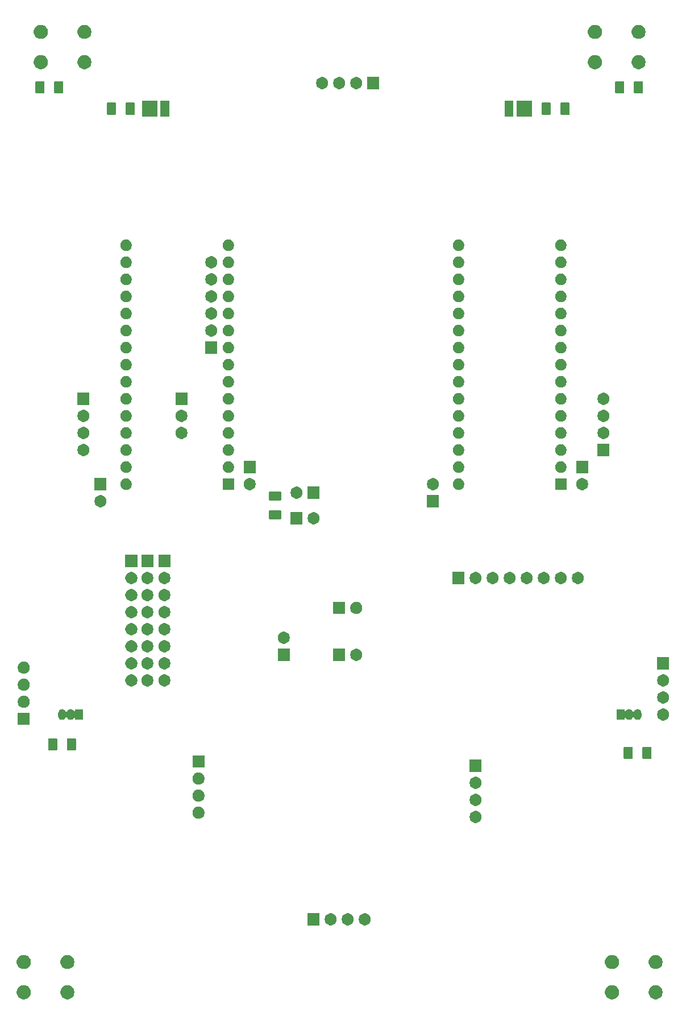
<source format=gbr>
G04 #@! TF.GenerationSoftware,KiCad,Pcbnew,5.1.5-52549c5~84~ubuntu18.04.1*
G04 #@! TF.CreationDate,2019-12-30T18:31:59+07:00*
G04 #@! TF.ProjectId,plate,706c6174-652e-46b6-9963-61645f706362,rev?*
G04 #@! TF.SameCoordinates,Original*
G04 #@! TF.FileFunction,Soldermask,Top*
G04 #@! TF.FilePolarity,Negative*
%FSLAX46Y46*%
G04 Gerber Fmt 4.6, Leading zero omitted, Abs format (unit mm)*
G04 Created by KiCad (PCBNEW 5.1.5-52549c5~84~ubuntu18.04.1) date 2019-12-30 18:31:59*
%MOMM*%
%LPD*%
G04 APERTURE LIST*
%ADD10C,0.100000*%
G04 APERTURE END LIST*
D10*
G36*
X135076564Y-171129389D02*
G01*
X135267833Y-171208615D01*
X135267835Y-171208616D01*
X135439973Y-171323635D01*
X135586365Y-171470027D01*
X135701385Y-171642167D01*
X135780611Y-171833436D01*
X135821000Y-172036484D01*
X135821000Y-172243516D01*
X135780611Y-172446564D01*
X135701385Y-172637833D01*
X135701384Y-172637835D01*
X135586365Y-172809973D01*
X135439973Y-172956365D01*
X135267835Y-173071384D01*
X135267834Y-173071385D01*
X135267833Y-173071385D01*
X135076564Y-173150611D01*
X134873516Y-173191000D01*
X134666484Y-173191000D01*
X134463436Y-173150611D01*
X134272167Y-173071385D01*
X134272166Y-173071385D01*
X134272165Y-173071384D01*
X134100027Y-172956365D01*
X133953635Y-172809973D01*
X133838616Y-172637835D01*
X133838615Y-172637833D01*
X133759389Y-172446564D01*
X133719000Y-172243516D01*
X133719000Y-172036484D01*
X133759389Y-171833436D01*
X133838615Y-171642167D01*
X133953635Y-171470027D01*
X134100027Y-171323635D01*
X134272165Y-171208616D01*
X134272167Y-171208615D01*
X134463436Y-171129389D01*
X134666484Y-171089000D01*
X134873516Y-171089000D01*
X135076564Y-171129389D01*
G37*
G36*
X128576564Y-171129389D02*
G01*
X128767833Y-171208615D01*
X128767835Y-171208616D01*
X128939973Y-171323635D01*
X129086365Y-171470027D01*
X129201385Y-171642167D01*
X129280611Y-171833436D01*
X129321000Y-172036484D01*
X129321000Y-172243516D01*
X129280611Y-172446564D01*
X129201385Y-172637833D01*
X129201384Y-172637835D01*
X129086365Y-172809973D01*
X128939973Y-172956365D01*
X128767835Y-173071384D01*
X128767834Y-173071385D01*
X128767833Y-173071385D01*
X128576564Y-173150611D01*
X128373516Y-173191000D01*
X128166484Y-173191000D01*
X127963436Y-173150611D01*
X127772167Y-173071385D01*
X127772166Y-173071385D01*
X127772165Y-173071384D01*
X127600027Y-172956365D01*
X127453635Y-172809973D01*
X127338616Y-172637835D01*
X127338615Y-172637833D01*
X127259389Y-172446564D01*
X127219000Y-172243516D01*
X127219000Y-172036484D01*
X127259389Y-171833436D01*
X127338615Y-171642167D01*
X127453635Y-171470027D01*
X127600027Y-171323635D01*
X127772165Y-171208616D01*
X127772167Y-171208615D01*
X127963436Y-171129389D01*
X128166484Y-171089000D01*
X128373516Y-171089000D01*
X128576564Y-171129389D01*
G37*
G36*
X47446564Y-171129389D02*
G01*
X47637833Y-171208615D01*
X47637835Y-171208616D01*
X47809973Y-171323635D01*
X47956365Y-171470027D01*
X48071385Y-171642167D01*
X48150611Y-171833436D01*
X48191000Y-172036484D01*
X48191000Y-172243516D01*
X48150611Y-172446564D01*
X48071385Y-172637833D01*
X48071384Y-172637835D01*
X47956365Y-172809973D01*
X47809973Y-172956365D01*
X47637835Y-173071384D01*
X47637834Y-173071385D01*
X47637833Y-173071385D01*
X47446564Y-173150611D01*
X47243516Y-173191000D01*
X47036484Y-173191000D01*
X46833436Y-173150611D01*
X46642167Y-173071385D01*
X46642166Y-173071385D01*
X46642165Y-173071384D01*
X46470027Y-172956365D01*
X46323635Y-172809973D01*
X46208616Y-172637835D01*
X46208615Y-172637833D01*
X46129389Y-172446564D01*
X46089000Y-172243516D01*
X46089000Y-172036484D01*
X46129389Y-171833436D01*
X46208615Y-171642167D01*
X46323635Y-171470027D01*
X46470027Y-171323635D01*
X46642165Y-171208616D01*
X46642167Y-171208615D01*
X46833436Y-171129389D01*
X47036484Y-171089000D01*
X47243516Y-171089000D01*
X47446564Y-171129389D01*
G37*
G36*
X40946564Y-171129389D02*
G01*
X41137833Y-171208615D01*
X41137835Y-171208616D01*
X41309973Y-171323635D01*
X41456365Y-171470027D01*
X41571385Y-171642167D01*
X41650611Y-171833436D01*
X41691000Y-172036484D01*
X41691000Y-172243516D01*
X41650611Y-172446564D01*
X41571385Y-172637833D01*
X41571384Y-172637835D01*
X41456365Y-172809973D01*
X41309973Y-172956365D01*
X41137835Y-173071384D01*
X41137834Y-173071385D01*
X41137833Y-173071385D01*
X40946564Y-173150611D01*
X40743516Y-173191000D01*
X40536484Y-173191000D01*
X40333436Y-173150611D01*
X40142167Y-173071385D01*
X40142166Y-173071385D01*
X40142165Y-173071384D01*
X39970027Y-172956365D01*
X39823635Y-172809973D01*
X39708616Y-172637835D01*
X39708615Y-172637833D01*
X39629389Y-172446564D01*
X39589000Y-172243516D01*
X39589000Y-172036484D01*
X39629389Y-171833436D01*
X39708615Y-171642167D01*
X39823635Y-171470027D01*
X39970027Y-171323635D01*
X40142165Y-171208616D01*
X40142167Y-171208615D01*
X40333436Y-171129389D01*
X40536484Y-171089000D01*
X40743516Y-171089000D01*
X40946564Y-171129389D01*
G37*
G36*
X40946564Y-166629389D02*
G01*
X41137833Y-166708615D01*
X41137835Y-166708616D01*
X41309973Y-166823635D01*
X41456365Y-166970027D01*
X41571385Y-167142167D01*
X41650611Y-167333436D01*
X41691000Y-167536484D01*
X41691000Y-167743516D01*
X41650611Y-167946564D01*
X41571385Y-168137833D01*
X41571384Y-168137835D01*
X41456365Y-168309973D01*
X41309973Y-168456365D01*
X41137835Y-168571384D01*
X41137834Y-168571385D01*
X41137833Y-168571385D01*
X40946564Y-168650611D01*
X40743516Y-168691000D01*
X40536484Y-168691000D01*
X40333436Y-168650611D01*
X40142167Y-168571385D01*
X40142166Y-168571385D01*
X40142165Y-168571384D01*
X39970027Y-168456365D01*
X39823635Y-168309973D01*
X39708616Y-168137835D01*
X39708615Y-168137833D01*
X39629389Y-167946564D01*
X39589000Y-167743516D01*
X39589000Y-167536484D01*
X39629389Y-167333436D01*
X39708615Y-167142167D01*
X39823635Y-166970027D01*
X39970027Y-166823635D01*
X40142165Y-166708616D01*
X40142167Y-166708615D01*
X40333436Y-166629389D01*
X40536484Y-166589000D01*
X40743516Y-166589000D01*
X40946564Y-166629389D01*
G37*
G36*
X47446564Y-166629389D02*
G01*
X47637833Y-166708615D01*
X47637835Y-166708616D01*
X47809973Y-166823635D01*
X47956365Y-166970027D01*
X48071385Y-167142167D01*
X48150611Y-167333436D01*
X48191000Y-167536484D01*
X48191000Y-167743516D01*
X48150611Y-167946564D01*
X48071385Y-168137833D01*
X48071384Y-168137835D01*
X47956365Y-168309973D01*
X47809973Y-168456365D01*
X47637835Y-168571384D01*
X47637834Y-168571385D01*
X47637833Y-168571385D01*
X47446564Y-168650611D01*
X47243516Y-168691000D01*
X47036484Y-168691000D01*
X46833436Y-168650611D01*
X46642167Y-168571385D01*
X46642166Y-168571385D01*
X46642165Y-168571384D01*
X46470027Y-168456365D01*
X46323635Y-168309973D01*
X46208616Y-168137835D01*
X46208615Y-168137833D01*
X46129389Y-167946564D01*
X46089000Y-167743516D01*
X46089000Y-167536484D01*
X46129389Y-167333436D01*
X46208615Y-167142167D01*
X46323635Y-166970027D01*
X46470027Y-166823635D01*
X46642165Y-166708616D01*
X46642167Y-166708615D01*
X46833436Y-166629389D01*
X47036484Y-166589000D01*
X47243516Y-166589000D01*
X47446564Y-166629389D01*
G37*
G36*
X128576564Y-166629389D02*
G01*
X128767833Y-166708615D01*
X128767835Y-166708616D01*
X128939973Y-166823635D01*
X129086365Y-166970027D01*
X129201385Y-167142167D01*
X129280611Y-167333436D01*
X129321000Y-167536484D01*
X129321000Y-167743516D01*
X129280611Y-167946564D01*
X129201385Y-168137833D01*
X129201384Y-168137835D01*
X129086365Y-168309973D01*
X128939973Y-168456365D01*
X128767835Y-168571384D01*
X128767834Y-168571385D01*
X128767833Y-168571385D01*
X128576564Y-168650611D01*
X128373516Y-168691000D01*
X128166484Y-168691000D01*
X127963436Y-168650611D01*
X127772167Y-168571385D01*
X127772166Y-168571385D01*
X127772165Y-168571384D01*
X127600027Y-168456365D01*
X127453635Y-168309973D01*
X127338616Y-168137835D01*
X127338615Y-168137833D01*
X127259389Y-167946564D01*
X127219000Y-167743516D01*
X127219000Y-167536484D01*
X127259389Y-167333436D01*
X127338615Y-167142167D01*
X127453635Y-166970027D01*
X127600027Y-166823635D01*
X127772165Y-166708616D01*
X127772167Y-166708615D01*
X127963436Y-166629389D01*
X128166484Y-166589000D01*
X128373516Y-166589000D01*
X128576564Y-166629389D01*
G37*
G36*
X135076564Y-166629389D02*
G01*
X135267833Y-166708615D01*
X135267835Y-166708616D01*
X135439973Y-166823635D01*
X135586365Y-166970027D01*
X135701385Y-167142167D01*
X135780611Y-167333436D01*
X135821000Y-167536484D01*
X135821000Y-167743516D01*
X135780611Y-167946564D01*
X135701385Y-168137833D01*
X135701384Y-168137835D01*
X135586365Y-168309973D01*
X135439973Y-168456365D01*
X135267835Y-168571384D01*
X135267834Y-168571385D01*
X135267833Y-168571385D01*
X135076564Y-168650611D01*
X134873516Y-168691000D01*
X134666484Y-168691000D01*
X134463436Y-168650611D01*
X134272167Y-168571385D01*
X134272166Y-168571385D01*
X134272165Y-168571384D01*
X134100027Y-168456365D01*
X133953635Y-168309973D01*
X133838616Y-168137835D01*
X133838615Y-168137833D01*
X133759389Y-167946564D01*
X133719000Y-167743516D01*
X133719000Y-167536484D01*
X133759389Y-167333436D01*
X133838615Y-167142167D01*
X133953635Y-166970027D01*
X134100027Y-166823635D01*
X134272165Y-166708616D01*
X134272167Y-166708615D01*
X134463436Y-166629389D01*
X134666484Y-166589000D01*
X134873516Y-166589000D01*
X135076564Y-166629389D01*
G37*
G36*
X89013512Y-160393927D02*
G01*
X89162812Y-160423624D01*
X89326784Y-160491544D01*
X89474354Y-160590147D01*
X89599853Y-160715646D01*
X89698456Y-160863216D01*
X89766376Y-161027188D01*
X89801000Y-161201259D01*
X89801000Y-161378741D01*
X89766376Y-161552812D01*
X89698456Y-161716784D01*
X89599853Y-161864354D01*
X89474354Y-161989853D01*
X89326784Y-162088456D01*
X89162812Y-162156376D01*
X89013512Y-162186073D01*
X88988742Y-162191000D01*
X88811258Y-162191000D01*
X88786488Y-162186073D01*
X88637188Y-162156376D01*
X88473216Y-162088456D01*
X88325646Y-161989853D01*
X88200147Y-161864354D01*
X88101544Y-161716784D01*
X88033624Y-161552812D01*
X87999000Y-161378741D01*
X87999000Y-161201259D01*
X88033624Y-161027188D01*
X88101544Y-160863216D01*
X88200147Y-160715646D01*
X88325646Y-160590147D01*
X88473216Y-160491544D01*
X88637188Y-160423624D01*
X88786488Y-160393927D01*
X88811258Y-160389000D01*
X88988742Y-160389000D01*
X89013512Y-160393927D01*
G37*
G36*
X91553512Y-160393927D02*
G01*
X91702812Y-160423624D01*
X91866784Y-160491544D01*
X92014354Y-160590147D01*
X92139853Y-160715646D01*
X92238456Y-160863216D01*
X92306376Y-161027188D01*
X92341000Y-161201259D01*
X92341000Y-161378741D01*
X92306376Y-161552812D01*
X92238456Y-161716784D01*
X92139853Y-161864354D01*
X92014354Y-161989853D01*
X91866784Y-162088456D01*
X91702812Y-162156376D01*
X91553512Y-162186073D01*
X91528742Y-162191000D01*
X91351258Y-162191000D01*
X91326488Y-162186073D01*
X91177188Y-162156376D01*
X91013216Y-162088456D01*
X90865646Y-161989853D01*
X90740147Y-161864354D01*
X90641544Y-161716784D01*
X90573624Y-161552812D01*
X90539000Y-161378741D01*
X90539000Y-161201259D01*
X90573624Y-161027188D01*
X90641544Y-160863216D01*
X90740147Y-160715646D01*
X90865646Y-160590147D01*
X91013216Y-160491544D01*
X91177188Y-160423624D01*
X91326488Y-160393927D01*
X91351258Y-160389000D01*
X91528742Y-160389000D01*
X91553512Y-160393927D01*
G37*
G36*
X84721000Y-162191000D02*
G01*
X82919000Y-162191000D01*
X82919000Y-160389000D01*
X84721000Y-160389000D01*
X84721000Y-162191000D01*
G37*
G36*
X86473512Y-160393927D02*
G01*
X86622812Y-160423624D01*
X86786784Y-160491544D01*
X86934354Y-160590147D01*
X87059853Y-160715646D01*
X87158456Y-160863216D01*
X87226376Y-161027188D01*
X87261000Y-161201259D01*
X87261000Y-161378741D01*
X87226376Y-161552812D01*
X87158456Y-161716784D01*
X87059853Y-161864354D01*
X86934354Y-161989853D01*
X86786784Y-162088456D01*
X86622812Y-162156376D01*
X86473512Y-162186073D01*
X86448742Y-162191000D01*
X86271258Y-162191000D01*
X86246488Y-162186073D01*
X86097188Y-162156376D01*
X85933216Y-162088456D01*
X85785646Y-161989853D01*
X85660147Y-161864354D01*
X85561544Y-161716784D01*
X85493624Y-161552812D01*
X85459000Y-161378741D01*
X85459000Y-161201259D01*
X85493624Y-161027188D01*
X85561544Y-160863216D01*
X85660147Y-160715646D01*
X85785646Y-160590147D01*
X85933216Y-160491544D01*
X86097188Y-160423624D01*
X86246488Y-160393927D01*
X86271258Y-160389000D01*
X86448742Y-160389000D01*
X86473512Y-160393927D01*
G37*
G36*
X108054769Y-145152188D02*
G01*
X108212812Y-145183624D01*
X108376784Y-145251544D01*
X108524354Y-145350147D01*
X108649853Y-145475646D01*
X108748456Y-145623216D01*
X108816376Y-145787188D01*
X108851000Y-145961259D01*
X108851000Y-146138741D01*
X108816376Y-146312812D01*
X108748456Y-146476784D01*
X108649853Y-146624354D01*
X108524354Y-146749853D01*
X108376784Y-146848456D01*
X108212812Y-146916376D01*
X108063512Y-146946073D01*
X108038742Y-146951000D01*
X107861258Y-146951000D01*
X107836488Y-146946073D01*
X107687188Y-146916376D01*
X107523216Y-146848456D01*
X107375646Y-146749853D01*
X107250147Y-146624354D01*
X107151544Y-146476784D01*
X107083624Y-146312812D01*
X107049000Y-146138741D01*
X107049000Y-145961259D01*
X107083624Y-145787188D01*
X107151544Y-145623216D01*
X107250147Y-145475646D01*
X107375646Y-145350147D01*
X107523216Y-145251544D01*
X107687188Y-145183624D01*
X107845231Y-145152188D01*
X107861258Y-145149000D01*
X108038742Y-145149000D01*
X108054769Y-145152188D01*
G37*
G36*
X66788512Y-144518927D02*
G01*
X66937812Y-144548624D01*
X67101784Y-144616544D01*
X67249354Y-144715147D01*
X67374853Y-144840646D01*
X67473456Y-144988216D01*
X67541376Y-145152188D01*
X67576000Y-145326259D01*
X67576000Y-145503741D01*
X67541376Y-145677812D01*
X67473456Y-145841784D01*
X67374853Y-145989354D01*
X67249354Y-146114853D01*
X67101784Y-146213456D01*
X66937812Y-146281376D01*
X66788512Y-146311073D01*
X66763742Y-146316000D01*
X66586258Y-146316000D01*
X66561488Y-146311073D01*
X66412188Y-146281376D01*
X66248216Y-146213456D01*
X66100646Y-146114853D01*
X65975147Y-145989354D01*
X65876544Y-145841784D01*
X65808624Y-145677812D01*
X65774000Y-145503741D01*
X65774000Y-145326259D01*
X65808624Y-145152188D01*
X65876544Y-144988216D01*
X65975147Y-144840646D01*
X66100646Y-144715147D01*
X66248216Y-144616544D01*
X66412188Y-144548624D01*
X66561488Y-144518927D01*
X66586258Y-144514000D01*
X66763742Y-144514000D01*
X66788512Y-144518927D01*
G37*
G36*
X108054769Y-142612188D02*
G01*
X108212812Y-142643624D01*
X108376784Y-142711544D01*
X108524354Y-142810147D01*
X108649853Y-142935646D01*
X108748456Y-143083216D01*
X108816376Y-143247188D01*
X108851000Y-143421259D01*
X108851000Y-143598741D01*
X108816376Y-143772812D01*
X108748456Y-143936784D01*
X108649853Y-144084354D01*
X108524354Y-144209853D01*
X108376784Y-144308456D01*
X108212812Y-144376376D01*
X108063512Y-144406073D01*
X108038742Y-144411000D01*
X107861258Y-144411000D01*
X107836488Y-144406073D01*
X107687188Y-144376376D01*
X107523216Y-144308456D01*
X107375646Y-144209853D01*
X107250147Y-144084354D01*
X107151544Y-143936784D01*
X107083624Y-143772812D01*
X107049000Y-143598741D01*
X107049000Y-143421259D01*
X107083624Y-143247188D01*
X107151544Y-143083216D01*
X107250147Y-142935646D01*
X107375646Y-142810147D01*
X107523216Y-142711544D01*
X107687188Y-142643624D01*
X107845231Y-142612188D01*
X107861258Y-142609000D01*
X108038742Y-142609000D01*
X108054769Y-142612188D01*
G37*
G36*
X66788512Y-141978927D02*
G01*
X66937812Y-142008624D01*
X67101784Y-142076544D01*
X67249354Y-142175147D01*
X67374853Y-142300646D01*
X67473456Y-142448216D01*
X67541376Y-142612188D01*
X67576000Y-142786259D01*
X67576000Y-142963741D01*
X67541376Y-143137812D01*
X67473456Y-143301784D01*
X67374853Y-143449354D01*
X67249354Y-143574853D01*
X67101784Y-143673456D01*
X66937812Y-143741376D01*
X66788512Y-143771073D01*
X66763742Y-143776000D01*
X66586258Y-143776000D01*
X66561488Y-143771073D01*
X66412188Y-143741376D01*
X66248216Y-143673456D01*
X66100646Y-143574853D01*
X65975147Y-143449354D01*
X65876544Y-143301784D01*
X65808624Y-143137812D01*
X65774000Y-142963741D01*
X65774000Y-142786259D01*
X65808624Y-142612188D01*
X65876544Y-142448216D01*
X65975147Y-142300646D01*
X66100646Y-142175147D01*
X66248216Y-142076544D01*
X66412188Y-142008624D01*
X66561488Y-141978927D01*
X66586258Y-141974000D01*
X66763742Y-141974000D01*
X66788512Y-141978927D01*
G37*
G36*
X108054769Y-140072188D02*
G01*
X108212812Y-140103624D01*
X108376784Y-140171544D01*
X108524354Y-140270147D01*
X108649853Y-140395646D01*
X108748456Y-140543216D01*
X108816376Y-140707188D01*
X108851000Y-140881259D01*
X108851000Y-141058741D01*
X108816376Y-141232812D01*
X108748456Y-141396784D01*
X108649853Y-141544354D01*
X108524354Y-141669853D01*
X108376784Y-141768456D01*
X108212812Y-141836376D01*
X108063512Y-141866073D01*
X108038742Y-141871000D01*
X107861258Y-141871000D01*
X107836488Y-141866073D01*
X107687188Y-141836376D01*
X107523216Y-141768456D01*
X107375646Y-141669853D01*
X107250147Y-141544354D01*
X107151544Y-141396784D01*
X107083624Y-141232812D01*
X107049000Y-141058741D01*
X107049000Y-140881259D01*
X107083624Y-140707188D01*
X107151544Y-140543216D01*
X107250147Y-140395646D01*
X107375646Y-140270147D01*
X107523216Y-140171544D01*
X107687188Y-140103624D01*
X107845231Y-140072188D01*
X107861258Y-140069000D01*
X108038742Y-140069000D01*
X108054769Y-140072188D01*
G37*
G36*
X66788512Y-139438927D02*
G01*
X66937812Y-139468624D01*
X67101784Y-139536544D01*
X67249354Y-139635147D01*
X67374853Y-139760646D01*
X67473456Y-139908216D01*
X67541376Y-140072188D01*
X67576000Y-140246259D01*
X67576000Y-140423741D01*
X67541376Y-140597812D01*
X67473456Y-140761784D01*
X67374853Y-140909354D01*
X67249354Y-141034853D01*
X67101784Y-141133456D01*
X66937812Y-141201376D01*
X66788512Y-141231073D01*
X66763742Y-141236000D01*
X66586258Y-141236000D01*
X66561488Y-141231073D01*
X66412188Y-141201376D01*
X66248216Y-141133456D01*
X66100646Y-141034853D01*
X65975147Y-140909354D01*
X65876544Y-140761784D01*
X65808624Y-140597812D01*
X65774000Y-140423741D01*
X65774000Y-140246259D01*
X65808624Y-140072188D01*
X65876544Y-139908216D01*
X65975147Y-139760646D01*
X66100646Y-139635147D01*
X66248216Y-139536544D01*
X66412188Y-139468624D01*
X66561488Y-139438927D01*
X66586258Y-139434000D01*
X66763742Y-139434000D01*
X66788512Y-139438927D01*
G37*
G36*
X108851000Y-139331000D02*
G01*
X107049000Y-139331000D01*
X107049000Y-137529000D01*
X108851000Y-137529000D01*
X108851000Y-139331000D01*
G37*
G36*
X67576000Y-138696000D02*
G01*
X65774000Y-138696000D01*
X65774000Y-136894000D01*
X67576000Y-136894000D01*
X67576000Y-138696000D01*
G37*
G36*
X131198604Y-135603347D02*
G01*
X131235144Y-135614432D01*
X131268821Y-135632433D01*
X131298341Y-135656659D01*
X131322567Y-135686179D01*
X131340568Y-135719856D01*
X131351653Y-135756396D01*
X131356000Y-135800538D01*
X131356000Y-137249462D01*
X131351653Y-137293604D01*
X131340568Y-137330144D01*
X131322567Y-137363821D01*
X131298341Y-137393341D01*
X131268821Y-137417567D01*
X131235144Y-137435568D01*
X131198604Y-137446653D01*
X131154462Y-137451000D01*
X130205538Y-137451000D01*
X130161396Y-137446653D01*
X130124856Y-137435568D01*
X130091179Y-137417567D01*
X130061659Y-137393341D01*
X130037433Y-137363821D01*
X130019432Y-137330144D01*
X130008347Y-137293604D01*
X130004000Y-137249462D01*
X130004000Y-135800538D01*
X130008347Y-135756396D01*
X130019432Y-135719856D01*
X130037433Y-135686179D01*
X130061659Y-135656659D01*
X130091179Y-135632433D01*
X130124856Y-135614432D01*
X130161396Y-135603347D01*
X130205538Y-135599000D01*
X131154462Y-135599000D01*
X131198604Y-135603347D01*
G37*
G36*
X133998604Y-135603347D02*
G01*
X134035144Y-135614432D01*
X134068821Y-135632433D01*
X134098341Y-135656659D01*
X134122567Y-135686179D01*
X134140568Y-135719856D01*
X134151653Y-135756396D01*
X134156000Y-135800538D01*
X134156000Y-137249462D01*
X134151653Y-137293604D01*
X134140568Y-137330144D01*
X134122567Y-137363821D01*
X134098341Y-137393341D01*
X134068821Y-137417567D01*
X134035144Y-137435568D01*
X133998604Y-137446653D01*
X133954462Y-137451000D01*
X133005538Y-137451000D01*
X132961396Y-137446653D01*
X132924856Y-137435568D01*
X132891179Y-137417567D01*
X132861659Y-137393341D01*
X132837433Y-137363821D01*
X132819432Y-137330144D01*
X132808347Y-137293604D01*
X132804000Y-137249462D01*
X132804000Y-135800538D01*
X132808347Y-135756396D01*
X132819432Y-135719856D01*
X132837433Y-135686179D01*
X132861659Y-135656659D01*
X132891179Y-135632433D01*
X132924856Y-135614432D01*
X132961396Y-135603347D01*
X133005538Y-135599000D01*
X133954462Y-135599000D01*
X133998604Y-135603347D01*
G37*
G36*
X48273604Y-134333347D02*
G01*
X48310144Y-134344432D01*
X48343821Y-134362433D01*
X48373341Y-134386659D01*
X48397567Y-134416179D01*
X48415568Y-134449856D01*
X48426653Y-134486396D01*
X48431000Y-134530538D01*
X48431000Y-135979462D01*
X48426653Y-136023604D01*
X48415568Y-136060144D01*
X48397567Y-136093821D01*
X48373341Y-136123341D01*
X48343821Y-136147567D01*
X48310144Y-136165568D01*
X48273604Y-136176653D01*
X48229462Y-136181000D01*
X47280538Y-136181000D01*
X47236396Y-136176653D01*
X47199856Y-136165568D01*
X47166179Y-136147567D01*
X47136659Y-136123341D01*
X47112433Y-136093821D01*
X47094432Y-136060144D01*
X47083347Y-136023604D01*
X47079000Y-135979462D01*
X47079000Y-134530538D01*
X47083347Y-134486396D01*
X47094432Y-134449856D01*
X47112433Y-134416179D01*
X47136659Y-134386659D01*
X47166179Y-134362433D01*
X47199856Y-134344432D01*
X47236396Y-134333347D01*
X47280538Y-134329000D01*
X48229462Y-134329000D01*
X48273604Y-134333347D01*
G37*
G36*
X45473604Y-134333347D02*
G01*
X45510144Y-134344432D01*
X45543821Y-134362433D01*
X45573341Y-134386659D01*
X45597567Y-134416179D01*
X45615568Y-134449856D01*
X45626653Y-134486396D01*
X45631000Y-134530538D01*
X45631000Y-135979462D01*
X45626653Y-136023604D01*
X45615568Y-136060144D01*
X45597567Y-136093821D01*
X45573341Y-136123341D01*
X45543821Y-136147567D01*
X45510144Y-136165568D01*
X45473604Y-136176653D01*
X45429462Y-136181000D01*
X44480538Y-136181000D01*
X44436396Y-136176653D01*
X44399856Y-136165568D01*
X44366179Y-136147567D01*
X44336659Y-136123341D01*
X44312433Y-136093821D01*
X44294432Y-136060144D01*
X44283347Y-136023604D01*
X44279000Y-135979462D01*
X44279000Y-134530538D01*
X44283347Y-134486396D01*
X44294432Y-134449856D01*
X44312433Y-134416179D01*
X44336659Y-134386659D01*
X44366179Y-134362433D01*
X44399856Y-134344432D01*
X44436396Y-134333347D01*
X44480538Y-134329000D01*
X45429462Y-134329000D01*
X45473604Y-134333347D01*
G37*
G36*
X41541000Y-132346000D02*
G01*
X39739000Y-132346000D01*
X39739000Y-130544000D01*
X41541000Y-130544000D01*
X41541000Y-132346000D01*
G37*
G36*
X136003512Y-129913927D02*
G01*
X136152812Y-129943624D01*
X136316784Y-130011544D01*
X136464354Y-130110147D01*
X136589853Y-130235646D01*
X136688456Y-130383216D01*
X136756376Y-130547188D01*
X136791000Y-130721259D01*
X136791000Y-130898741D01*
X136756376Y-131072812D01*
X136688456Y-131236784D01*
X136589853Y-131384354D01*
X136464354Y-131509853D01*
X136316784Y-131608456D01*
X136152812Y-131676376D01*
X136003512Y-131706073D01*
X135978742Y-131711000D01*
X135801258Y-131711000D01*
X135776488Y-131706073D01*
X135627188Y-131676376D01*
X135463216Y-131608456D01*
X135315646Y-131509853D01*
X135190147Y-131384354D01*
X135091544Y-131236784D01*
X135023624Y-131072812D01*
X134989000Y-130898741D01*
X134989000Y-130721259D01*
X135023624Y-130547188D01*
X135091544Y-130383216D01*
X135190147Y-130235646D01*
X135315646Y-130110147D01*
X135463216Y-130011544D01*
X135627188Y-129943624D01*
X135776488Y-129913927D01*
X135801258Y-129909000D01*
X135978742Y-129909000D01*
X136003512Y-129913927D01*
G37*
G36*
X132192915Y-130017334D02*
G01*
X132301491Y-130050271D01*
X132301494Y-130050272D01*
X132337600Y-130069571D01*
X132401556Y-130103756D01*
X132489264Y-130175736D01*
X132561244Y-130263443D01*
X132595429Y-130327399D01*
X132614728Y-130363505D01*
X132614729Y-130363508D01*
X132647666Y-130472084D01*
X132656000Y-130556702D01*
X132656000Y-131063297D01*
X132647666Y-131147916D01*
X132615252Y-131254767D01*
X132614728Y-131256495D01*
X132604762Y-131275140D01*
X132561244Y-131356557D01*
X132489264Y-131444264D01*
X132401557Y-131516244D01*
X132337601Y-131550429D01*
X132301495Y-131569728D01*
X132301492Y-131569729D01*
X132192916Y-131602666D01*
X132080000Y-131613787D01*
X131967085Y-131602666D01*
X131858509Y-131569729D01*
X131858506Y-131569728D01*
X131822400Y-131550429D01*
X131758444Y-131516244D01*
X131670737Y-131444264D01*
X131598757Y-131356557D01*
X131555239Y-131275141D01*
X131541625Y-131254766D01*
X131524298Y-131237439D01*
X131503924Y-131223826D01*
X131481285Y-131214448D01*
X131457252Y-131209668D01*
X131432748Y-131209668D01*
X131408715Y-131214448D01*
X131386076Y-131223826D01*
X131365701Y-131237440D01*
X131348374Y-131254767D01*
X131334762Y-131275140D01*
X131291244Y-131356557D01*
X131219264Y-131444264D01*
X131131557Y-131516244D01*
X131067601Y-131550429D01*
X131031495Y-131569728D01*
X131031492Y-131569729D01*
X130922916Y-131602666D01*
X130810000Y-131613787D01*
X130697085Y-131602666D01*
X130588509Y-131569729D01*
X130588506Y-131569728D01*
X130552400Y-131550429D01*
X130488444Y-131516244D01*
X130400737Y-131444264D01*
X130337622Y-131367359D01*
X130320297Y-131350034D01*
X130299923Y-131336420D01*
X130277284Y-131327043D01*
X130253250Y-131322263D01*
X130228746Y-131322263D01*
X130204713Y-131327044D01*
X130182074Y-131336421D01*
X130161700Y-131350035D01*
X130144373Y-131367362D01*
X130130759Y-131387736D01*
X130121382Y-131410375D01*
X130116000Y-131446660D01*
X130116000Y-131611000D01*
X128964000Y-131611000D01*
X128964000Y-130009000D01*
X130116000Y-130009000D01*
X130116000Y-130173341D01*
X130118402Y-130197727D01*
X130125515Y-130221176D01*
X130137066Y-130242787D01*
X130152611Y-130261729D01*
X130171553Y-130277274D01*
X130193164Y-130288825D01*
X130216613Y-130295938D01*
X130240999Y-130298340D01*
X130265385Y-130295938D01*
X130288834Y-130288825D01*
X130310445Y-130277274D01*
X130329387Y-130261729D01*
X130337608Y-130252657D01*
X130400736Y-130175736D01*
X130488443Y-130103756D01*
X130552399Y-130069571D01*
X130588505Y-130050272D01*
X130588508Y-130050271D01*
X130697084Y-130017334D01*
X130810000Y-130006213D01*
X130922915Y-130017334D01*
X131031491Y-130050271D01*
X131031494Y-130050272D01*
X131067600Y-130069571D01*
X131131556Y-130103756D01*
X131219264Y-130175736D01*
X131291244Y-130263443D01*
X131334761Y-130344859D01*
X131348375Y-130365234D01*
X131365702Y-130382561D01*
X131386076Y-130396174D01*
X131408715Y-130405552D01*
X131432748Y-130410332D01*
X131457252Y-130410332D01*
X131481285Y-130405552D01*
X131503924Y-130396174D01*
X131524299Y-130382560D01*
X131541626Y-130365233D01*
X131555239Y-130344860D01*
X131598756Y-130263444D01*
X131670736Y-130175736D01*
X131758443Y-130103756D01*
X131822399Y-130069571D01*
X131858505Y-130050272D01*
X131858508Y-130050271D01*
X131967084Y-130017334D01*
X132080000Y-130006213D01*
X132192915Y-130017334D01*
G37*
G36*
X47737916Y-130017334D02*
G01*
X47846492Y-130050271D01*
X47846495Y-130050272D01*
X47882601Y-130069571D01*
X47946557Y-130103756D01*
X48034264Y-130175736D01*
X48097383Y-130252646D01*
X48114702Y-130269965D01*
X48135077Y-130283579D01*
X48157716Y-130292957D01*
X48181749Y-130297737D01*
X48206253Y-130297737D01*
X48230286Y-130292957D01*
X48252925Y-130283579D01*
X48273299Y-130269966D01*
X48290626Y-130252639D01*
X48304240Y-130232264D01*
X48313618Y-130209625D01*
X48318398Y-130185592D01*
X48319000Y-130173340D01*
X48319000Y-130009000D01*
X49471000Y-130009000D01*
X49471000Y-131611000D01*
X48319000Y-131611000D01*
X48319000Y-131446660D01*
X48316598Y-131422274D01*
X48309485Y-131398825D01*
X48297934Y-131377214D01*
X48282389Y-131358272D01*
X48263447Y-131342727D01*
X48241836Y-131331176D01*
X48218387Y-131324063D01*
X48194001Y-131321661D01*
X48169615Y-131324063D01*
X48146166Y-131331176D01*
X48124555Y-131342727D01*
X48097381Y-131367356D01*
X48034264Y-131444264D01*
X47946556Y-131516244D01*
X47882600Y-131550429D01*
X47846494Y-131569728D01*
X47846491Y-131569729D01*
X47737915Y-131602666D01*
X47625000Y-131613787D01*
X47512084Y-131602666D01*
X47403508Y-131569729D01*
X47403505Y-131569728D01*
X47367399Y-131550429D01*
X47303443Y-131516244D01*
X47215736Y-131444264D01*
X47143756Y-131356556D01*
X47100239Y-131275140D01*
X47086625Y-131254766D01*
X47069298Y-131237439D01*
X47048924Y-131223825D01*
X47026285Y-131214448D01*
X47002251Y-131209668D01*
X46977747Y-131209668D01*
X46953714Y-131214449D01*
X46931075Y-131223826D01*
X46910701Y-131237440D01*
X46893374Y-131254767D01*
X46879762Y-131275140D01*
X46836244Y-131356557D01*
X46764264Y-131444264D01*
X46676556Y-131516244D01*
X46612600Y-131550429D01*
X46576494Y-131569728D01*
X46576491Y-131569729D01*
X46467915Y-131602666D01*
X46355000Y-131613787D01*
X46242084Y-131602666D01*
X46133508Y-131569729D01*
X46133505Y-131569728D01*
X46097399Y-131550429D01*
X46033443Y-131516244D01*
X45945736Y-131444264D01*
X45873756Y-131356556D01*
X45820273Y-131256495D01*
X45820272Y-131256494D01*
X45814492Y-131237440D01*
X45787334Y-131147915D01*
X45779000Y-131063297D01*
X45779000Y-130556702D01*
X45787334Y-130472084D01*
X45820271Y-130363508D01*
X45820272Y-130363505D01*
X45873756Y-130263445D01*
X45873757Y-130263443D01*
X45945737Y-130175736D01*
X46033444Y-130103756D01*
X46097400Y-130069571D01*
X46133506Y-130050272D01*
X46133509Y-130050271D01*
X46242085Y-130017334D01*
X46355000Y-130006213D01*
X46467916Y-130017334D01*
X46576492Y-130050271D01*
X46576495Y-130050272D01*
X46612601Y-130069571D01*
X46676557Y-130103756D01*
X46764264Y-130175736D01*
X46836244Y-130263443D01*
X46879761Y-130344859D01*
X46893375Y-130365234D01*
X46910702Y-130382561D01*
X46931076Y-130396174D01*
X46953715Y-130405552D01*
X46977748Y-130410332D01*
X47002252Y-130410332D01*
X47026285Y-130405552D01*
X47048924Y-130396174D01*
X47069299Y-130382560D01*
X47086626Y-130365233D01*
X47100239Y-130344859D01*
X47143756Y-130263445D01*
X47143757Y-130263443D01*
X47215737Y-130175736D01*
X47303444Y-130103756D01*
X47367400Y-130069571D01*
X47403506Y-130050272D01*
X47403509Y-130050271D01*
X47512085Y-130017334D01*
X47625000Y-130006213D01*
X47737916Y-130017334D01*
G37*
G36*
X40744769Y-128007188D02*
G01*
X40902812Y-128038624D01*
X41066784Y-128106544D01*
X41214354Y-128205147D01*
X41339853Y-128330646D01*
X41438456Y-128478216D01*
X41506376Y-128642188D01*
X41541000Y-128816259D01*
X41541000Y-128993741D01*
X41506376Y-129167812D01*
X41438456Y-129331784D01*
X41339853Y-129479354D01*
X41214354Y-129604853D01*
X41066784Y-129703456D01*
X40902812Y-129771376D01*
X40753512Y-129801073D01*
X40728742Y-129806000D01*
X40551258Y-129806000D01*
X40526488Y-129801073D01*
X40377188Y-129771376D01*
X40213216Y-129703456D01*
X40065646Y-129604853D01*
X39940147Y-129479354D01*
X39841544Y-129331784D01*
X39773624Y-129167812D01*
X39739000Y-128993741D01*
X39739000Y-128816259D01*
X39773624Y-128642188D01*
X39841544Y-128478216D01*
X39940147Y-128330646D01*
X40065646Y-128205147D01*
X40213216Y-128106544D01*
X40377188Y-128038624D01*
X40535231Y-128007188D01*
X40551258Y-128004000D01*
X40728742Y-128004000D01*
X40744769Y-128007188D01*
G37*
G36*
X136003512Y-127373927D02*
G01*
X136152812Y-127403624D01*
X136316784Y-127471544D01*
X136464354Y-127570147D01*
X136589853Y-127695646D01*
X136688456Y-127843216D01*
X136756376Y-128007188D01*
X136791000Y-128181259D01*
X136791000Y-128358741D01*
X136756376Y-128532812D01*
X136688456Y-128696784D01*
X136589853Y-128844354D01*
X136464354Y-128969853D01*
X136316784Y-129068456D01*
X136152812Y-129136376D01*
X136003512Y-129166073D01*
X135978742Y-129171000D01*
X135801258Y-129171000D01*
X135776488Y-129166073D01*
X135627188Y-129136376D01*
X135463216Y-129068456D01*
X135315646Y-128969853D01*
X135190147Y-128844354D01*
X135091544Y-128696784D01*
X135023624Y-128532812D01*
X134989000Y-128358741D01*
X134989000Y-128181259D01*
X135023624Y-128007188D01*
X135091544Y-127843216D01*
X135190147Y-127695646D01*
X135315646Y-127570147D01*
X135463216Y-127471544D01*
X135627188Y-127403624D01*
X135776488Y-127373927D01*
X135801258Y-127369000D01*
X135978742Y-127369000D01*
X136003512Y-127373927D01*
G37*
G36*
X40744769Y-125467188D02*
G01*
X40902812Y-125498624D01*
X41066784Y-125566544D01*
X41214354Y-125665147D01*
X41339853Y-125790646D01*
X41438456Y-125938216D01*
X41506376Y-126102188D01*
X41541000Y-126276259D01*
X41541000Y-126453741D01*
X41506376Y-126627812D01*
X41438456Y-126791784D01*
X41339853Y-126939354D01*
X41214354Y-127064853D01*
X41066784Y-127163456D01*
X40902812Y-127231376D01*
X40753512Y-127261073D01*
X40728742Y-127266000D01*
X40551258Y-127266000D01*
X40526488Y-127261073D01*
X40377188Y-127231376D01*
X40213216Y-127163456D01*
X40065646Y-127064853D01*
X39940147Y-126939354D01*
X39841544Y-126791784D01*
X39773624Y-126627812D01*
X39739000Y-126453741D01*
X39739000Y-126276259D01*
X39773624Y-126102188D01*
X39841544Y-125938216D01*
X39940147Y-125790646D01*
X40065646Y-125665147D01*
X40213216Y-125566544D01*
X40377188Y-125498624D01*
X40535231Y-125467188D01*
X40551258Y-125464000D01*
X40728742Y-125464000D01*
X40744769Y-125467188D01*
G37*
G36*
X56783512Y-124833927D02*
G01*
X56932812Y-124863624D01*
X57096784Y-124931544D01*
X57244354Y-125030147D01*
X57369853Y-125155646D01*
X57468456Y-125303216D01*
X57536376Y-125467188D01*
X57571000Y-125641259D01*
X57571000Y-125818741D01*
X57536376Y-125992812D01*
X57468456Y-126156784D01*
X57369853Y-126304354D01*
X57244354Y-126429853D01*
X57096784Y-126528456D01*
X56932812Y-126596376D01*
X56783512Y-126626073D01*
X56758742Y-126631000D01*
X56581258Y-126631000D01*
X56556488Y-126626073D01*
X56407188Y-126596376D01*
X56243216Y-126528456D01*
X56095646Y-126429853D01*
X55970147Y-126304354D01*
X55871544Y-126156784D01*
X55803624Y-125992812D01*
X55769000Y-125818741D01*
X55769000Y-125641259D01*
X55803624Y-125467188D01*
X55871544Y-125303216D01*
X55970147Y-125155646D01*
X56095646Y-125030147D01*
X56243216Y-124931544D01*
X56407188Y-124863624D01*
X56556488Y-124833927D01*
X56581258Y-124829000D01*
X56758742Y-124829000D01*
X56783512Y-124833927D01*
G37*
G36*
X59168512Y-124833927D02*
G01*
X59317812Y-124863624D01*
X59481784Y-124931544D01*
X59629354Y-125030147D01*
X59754853Y-125155646D01*
X59853456Y-125303216D01*
X59921376Y-125467188D01*
X59956000Y-125641259D01*
X59956000Y-125818741D01*
X59921376Y-125992812D01*
X59853456Y-126156784D01*
X59754853Y-126304354D01*
X59629354Y-126429853D01*
X59481784Y-126528456D01*
X59317812Y-126596376D01*
X59168512Y-126626073D01*
X59143742Y-126631000D01*
X58966258Y-126631000D01*
X58941488Y-126626073D01*
X58792188Y-126596376D01*
X58628216Y-126528456D01*
X58480646Y-126429853D01*
X58355147Y-126304354D01*
X58256544Y-126156784D01*
X58188624Y-125992812D01*
X58154000Y-125818741D01*
X58154000Y-125641259D01*
X58188624Y-125467188D01*
X58256544Y-125303216D01*
X58355147Y-125155646D01*
X58480646Y-125030147D01*
X58628216Y-124931544D01*
X58792188Y-124863624D01*
X58941488Y-124833927D01*
X58966258Y-124829000D01*
X59143742Y-124829000D01*
X59168512Y-124833927D01*
G37*
G36*
X61708512Y-124833927D02*
G01*
X61857812Y-124863624D01*
X62021784Y-124931544D01*
X62169354Y-125030147D01*
X62294853Y-125155646D01*
X62393456Y-125303216D01*
X62461376Y-125467188D01*
X62496000Y-125641259D01*
X62496000Y-125818741D01*
X62461376Y-125992812D01*
X62393456Y-126156784D01*
X62294853Y-126304354D01*
X62169354Y-126429853D01*
X62021784Y-126528456D01*
X61857812Y-126596376D01*
X61708512Y-126626073D01*
X61683742Y-126631000D01*
X61506258Y-126631000D01*
X61481488Y-126626073D01*
X61332188Y-126596376D01*
X61168216Y-126528456D01*
X61020646Y-126429853D01*
X60895147Y-126304354D01*
X60796544Y-126156784D01*
X60728624Y-125992812D01*
X60694000Y-125818741D01*
X60694000Y-125641259D01*
X60728624Y-125467188D01*
X60796544Y-125303216D01*
X60895147Y-125155646D01*
X61020646Y-125030147D01*
X61168216Y-124931544D01*
X61332188Y-124863624D01*
X61481488Y-124833927D01*
X61506258Y-124829000D01*
X61683742Y-124829000D01*
X61708512Y-124833927D01*
G37*
G36*
X136003512Y-124833927D02*
G01*
X136152812Y-124863624D01*
X136316784Y-124931544D01*
X136464354Y-125030147D01*
X136589853Y-125155646D01*
X136688456Y-125303216D01*
X136756376Y-125467188D01*
X136791000Y-125641259D01*
X136791000Y-125818741D01*
X136756376Y-125992812D01*
X136688456Y-126156784D01*
X136589853Y-126304354D01*
X136464354Y-126429853D01*
X136316784Y-126528456D01*
X136152812Y-126596376D01*
X136003512Y-126626073D01*
X135978742Y-126631000D01*
X135801258Y-126631000D01*
X135776488Y-126626073D01*
X135627188Y-126596376D01*
X135463216Y-126528456D01*
X135315646Y-126429853D01*
X135190147Y-126304354D01*
X135091544Y-126156784D01*
X135023624Y-125992812D01*
X134989000Y-125818741D01*
X134989000Y-125641259D01*
X135023624Y-125467188D01*
X135091544Y-125303216D01*
X135190147Y-125155646D01*
X135315646Y-125030147D01*
X135463216Y-124931544D01*
X135627188Y-124863624D01*
X135776488Y-124833927D01*
X135801258Y-124829000D01*
X135978742Y-124829000D01*
X136003512Y-124833927D01*
G37*
G36*
X40744769Y-122927188D02*
G01*
X40902812Y-122958624D01*
X41066784Y-123026544D01*
X41214354Y-123125147D01*
X41339853Y-123250646D01*
X41438456Y-123398216D01*
X41506376Y-123562188D01*
X41541000Y-123736259D01*
X41541000Y-123913741D01*
X41506376Y-124087812D01*
X41438456Y-124251784D01*
X41339853Y-124399354D01*
X41214354Y-124524853D01*
X41066784Y-124623456D01*
X40902812Y-124691376D01*
X40753512Y-124721073D01*
X40728742Y-124726000D01*
X40551258Y-124726000D01*
X40526488Y-124721073D01*
X40377188Y-124691376D01*
X40213216Y-124623456D01*
X40065646Y-124524853D01*
X39940147Y-124399354D01*
X39841544Y-124251784D01*
X39773624Y-124087812D01*
X39739000Y-123913741D01*
X39739000Y-123736259D01*
X39773624Y-123562188D01*
X39841544Y-123398216D01*
X39940147Y-123250646D01*
X40065646Y-123125147D01*
X40213216Y-123026544D01*
X40377188Y-122958624D01*
X40535231Y-122927188D01*
X40551258Y-122924000D01*
X40728742Y-122924000D01*
X40744769Y-122927188D01*
G37*
G36*
X136791000Y-124091000D02*
G01*
X134989000Y-124091000D01*
X134989000Y-122289000D01*
X136791000Y-122289000D01*
X136791000Y-124091000D01*
G37*
G36*
X61708512Y-122293927D02*
G01*
X61857812Y-122323624D01*
X62021784Y-122391544D01*
X62169354Y-122490147D01*
X62294853Y-122615646D01*
X62393456Y-122763216D01*
X62461376Y-122927188D01*
X62496000Y-123101259D01*
X62496000Y-123278741D01*
X62461376Y-123452812D01*
X62393456Y-123616784D01*
X62294853Y-123764354D01*
X62169354Y-123889853D01*
X62021784Y-123988456D01*
X61857812Y-124056376D01*
X61708512Y-124086073D01*
X61683742Y-124091000D01*
X61506258Y-124091000D01*
X61481488Y-124086073D01*
X61332188Y-124056376D01*
X61168216Y-123988456D01*
X61020646Y-123889853D01*
X60895147Y-123764354D01*
X60796544Y-123616784D01*
X60728624Y-123452812D01*
X60694000Y-123278741D01*
X60694000Y-123101259D01*
X60728624Y-122927188D01*
X60796544Y-122763216D01*
X60895147Y-122615646D01*
X61020646Y-122490147D01*
X61168216Y-122391544D01*
X61332188Y-122323624D01*
X61481488Y-122293927D01*
X61506258Y-122289000D01*
X61683742Y-122289000D01*
X61708512Y-122293927D01*
G37*
G36*
X56783512Y-122293927D02*
G01*
X56932812Y-122323624D01*
X57096784Y-122391544D01*
X57244354Y-122490147D01*
X57369853Y-122615646D01*
X57468456Y-122763216D01*
X57536376Y-122927188D01*
X57571000Y-123101259D01*
X57571000Y-123278741D01*
X57536376Y-123452812D01*
X57468456Y-123616784D01*
X57369853Y-123764354D01*
X57244354Y-123889853D01*
X57096784Y-123988456D01*
X56932812Y-124056376D01*
X56783512Y-124086073D01*
X56758742Y-124091000D01*
X56581258Y-124091000D01*
X56556488Y-124086073D01*
X56407188Y-124056376D01*
X56243216Y-123988456D01*
X56095646Y-123889853D01*
X55970147Y-123764354D01*
X55871544Y-123616784D01*
X55803624Y-123452812D01*
X55769000Y-123278741D01*
X55769000Y-123101259D01*
X55803624Y-122927188D01*
X55871544Y-122763216D01*
X55970147Y-122615646D01*
X56095646Y-122490147D01*
X56243216Y-122391544D01*
X56407188Y-122323624D01*
X56556488Y-122293927D01*
X56581258Y-122289000D01*
X56758742Y-122289000D01*
X56783512Y-122293927D01*
G37*
G36*
X59168512Y-122293927D02*
G01*
X59317812Y-122323624D01*
X59481784Y-122391544D01*
X59629354Y-122490147D01*
X59754853Y-122615646D01*
X59853456Y-122763216D01*
X59921376Y-122927188D01*
X59956000Y-123101259D01*
X59956000Y-123278741D01*
X59921376Y-123452812D01*
X59853456Y-123616784D01*
X59754853Y-123764354D01*
X59629354Y-123889853D01*
X59481784Y-123988456D01*
X59317812Y-124056376D01*
X59168512Y-124086073D01*
X59143742Y-124091000D01*
X58966258Y-124091000D01*
X58941488Y-124086073D01*
X58792188Y-124056376D01*
X58628216Y-123988456D01*
X58480646Y-123889853D01*
X58355147Y-123764354D01*
X58256544Y-123616784D01*
X58188624Y-123452812D01*
X58154000Y-123278741D01*
X58154000Y-123101259D01*
X58188624Y-122927188D01*
X58256544Y-122763216D01*
X58355147Y-122615646D01*
X58480646Y-122490147D01*
X58628216Y-122391544D01*
X58792188Y-122323624D01*
X58941488Y-122293927D01*
X58966258Y-122289000D01*
X59143742Y-122289000D01*
X59168512Y-122293927D01*
G37*
G36*
X80276000Y-122821000D02*
G01*
X78474000Y-122821000D01*
X78474000Y-121019000D01*
X80276000Y-121019000D01*
X80276000Y-122821000D01*
G37*
G36*
X88531000Y-122821000D02*
G01*
X86729000Y-122821000D01*
X86729000Y-121019000D01*
X88531000Y-121019000D01*
X88531000Y-122821000D01*
G37*
G36*
X90283512Y-121023927D02*
G01*
X90432812Y-121053624D01*
X90596784Y-121121544D01*
X90744354Y-121220147D01*
X90869853Y-121345646D01*
X90968456Y-121493216D01*
X91036376Y-121657188D01*
X91071000Y-121831259D01*
X91071000Y-122008741D01*
X91036376Y-122182812D01*
X90968456Y-122346784D01*
X90869853Y-122494354D01*
X90744354Y-122619853D01*
X90596784Y-122718456D01*
X90432812Y-122786376D01*
X90283512Y-122816073D01*
X90258742Y-122821000D01*
X90081258Y-122821000D01*
X90056488Y-122816073D01*
X89907188Y-122786376D01*
X89743216Y-122718456D01*
X89595646Y-122619853D01*
X89470147Y-122494354D01*
X89371544Y-122346784D01*
X89303624Y-122182812D01*
X89269000Y-122008741D01*
X89269000Y-121831259D01*
X89303624Y-121657188D01*
X89371544Y-121493216D01*
X89470147Y-121345646D01*
X89595646Y-121220147D01*
X89743216Y-121121544D01*
X89907188Y-121053624D01*
X90056488Y-121023927D01*
X90081258Y-121019000D01*
X90258742Y-121019000D01*
X90283512Y-121023927D01*
G37*
G36*
X61708512Y-119753927D02*
G01*
X61857812Y-119783624D01*
X62021784Y-119851544D01*
X62169354Y-119950147D01*
X62294853Y-120075646D01*
X62393456Y-120223216D01*
X62461376Y-120387188D01*
X62496000Y-120561259D01*
X62496000Y-120738741D01*
X62461376Y-120912812D01*
X62393456Y-121076784D01*
X62294853Y-121224354D01*
X62169354Y-121349853D01*
X62021784Y-121448456D01*
X61857812Y-121516376D01*
X61708512Y-121546073D01*
X61683742Y-121551000D01*
X61506258Y-121551000D01*
X61481488Y-121546073D01*
X61332188Y-121516376D01*
X61168216Y-121448456D01*
X61020646Y-121349853D01*
X60895147Y-121224354D01*
X60796544Y-121076784D01*
X60728624Y-120912812D01*
X60694000Y-120738741D01*
X60694000Y-120561259D01*
X60728624Y-120387188D01*
X60796544Y-120223216D01*
X60895147Y-120075646D01*
X61020646Y-119950147D01*
X61168216Y-119851544D01*
X61332188Y-119783624D01*
X61481488Y-119753927D01*
X61506258Y-119749000D01*
X61683742Y-119749000D01*
X61708512Y-119753927D01*
G37*
G36*
X59168512Y-119753927D02*
G01*
X59317812Y-119783624D01*
X59481784Y-119851544D01*
X59629354Y-119950147D01*
X59754853Y-120075646D01*
X59853456Y-120223216D01*
X59921376Y-120387188D01*
X59956000Y-120561259D01*
X59956000Y-120738741D01*
X59921376Y-120912812D01*
X59853456Y-121076784D01*
X59754853Y-121224354D01*
X59629354Y-121349853D01*
X59481784Y-121448456D01*
X59317812Y-121516376D01*
X59168512Y-121546073D01*
X59143742Y-121551000D01*
X58966258Y-121551000D01*
X58941488Y-121546073D01*
X58792188Y-121516376D01*
X58628216Y-121448456D01*
X58480646Y-121349853D01*
X58355147Y-121224354D01*
X58256544Y-121076784D01*
X58188624Y-120912812D01*
X58154000Y-120738741D01*
X58154000Y-120561259D01*
X58188624Y-120387188D01*
X58256544Y-120223216D01*
X58355147Y-120075646D01*
X58480646Y-119950147D01*
X58628216Y-119851544D01*
X58792188Y-119783624D01*
X58941488Y-119753927D01*
X58966258Y-119749000D01*
X59143742Y-119749000D01*
X59168512Y-119753927D01*
G37*
G36*
X56783512Y-119753927D02*
G01*
X56932812Y-119783624D01*
X57096784Y-119851544D01*
X57244354Y-119950147D01*
X57369853Y-120075646D01*
X57468456Y-120223216D01*
X57536376Y-120387188D01*
X57571000Y-120561259D01*
X57571000Y-120738741D01*
X57536376Y-120912812D01*
X57468456Y-121076784D01*
X57369853Y-121224354D01*
X57244354Y-121349853D01*
X57096784Y-121448456D01*
X56932812Y-121516376D01*
X56783512Y-121546073D01*
X56758742Y-121551000D01*
X56581258Y-121551000D01*
X56556488Y-121546073D01*
X56407188Y-121516376D01*
X56243216Y-121448456D01*
X56095646Y-121349853D01*
X55970147Y-121224354D01*
X55871544Y-121076784D01*
X55803624Y-120912812D01*
X55769000Y-120738741D01*
X55769000Y-120561259D01*
X55803624Y-120387188D01*
X55871544Y-120223216D01*
X55970147Y-120075646D01*
X56095646Y-119950147D01*
X56243216Y-119851544D01*
X56407188Y-119783624D01*
X56556488Y-119753927D01*
X56581258Y-119749000D01*
X56758742Y-119749000D01*
X56783512Y-119753927D01*
G37*
G36*
X79488512Y-118483927D02*
G01*
X79637812Y-118513624D01*
X79801784Y-118581544D01*
X79949354Y-118680147D01*
X80074853Y-118805646D01*
X80173456Y-118953216D01*
X80241376Y-119117188D01*
X80276000Y-119291259D01*
X80276000Y-119468741D01*
X80241376Y-119642812D01*
X80173456Y-119806784D01*
X80074853Y-119954354D01*
X79949354Y-120079853D01*
X79801784Y-120178456D01*
X79637812Y-120246376D01*
X79488512Y-120276073D01*
X79463742Y-120281000D01*
X79286258Y-120281000D01*
X79261488Y-120276073D01*
X79112188Y-120246376D01*
X78948216Y-120178456D01*
X78800646Y-120079853D01*
X78675147Y-119954354D01*
X78576544Y-119806784D01*
X78508624Y-119642812D01*
X78474000Y-119468741D01*
X78474000Y-119291259D01*
X78508624Y-119117188D01*
X78576544Y-118953216D01*
X78675147Y-118805646D01*
X78800646Y-118680147D01*
X78948216Y-118581544D01*
X79112188Y-118513624D01*
X79261488Y-118483927D01*
X79286258Y-118479000D01*
X79463742Y-118479000D01*
X79488512Y-118483927D01*
G37*
G36*
X56783512Y-117213927D02*
G01*
X56932812Y-117243624D01*
X57096784Y-117311544D01*
X57244354Y-117410147D01*
X57369853Y-117535646D01*
X57468456Y-117683216D01*
X57536376Y-117847188D01*
X57571000Y-118021259D01*
X57571000Y-118198741D01*
X57536376Y-118372812D01*
X57468456Y-118536784D01*
X57369853Y-118684354D01*
X57244354Y-118809853D01*
X57096784Y-118908456D01*
X56932812Y-118976376D01*
X56783512Y-119006073D01*
X56758742Y-119011000D01*
X56581258Y-119011000D01*
X56556488Y-119006073D01*
X56407188Y-118976376D01*
X56243216Y-118908456D01*
X56095646Y-118809853D01*
X55970147Y-118684354D01*
X55871544Y-118536784D01*
X55803624Y-118372812D01*
X55769000Y-118198741D01*
X55769000Y-118021259D01*
X55803624Y-117847188D01*
X55871544Y-117683216D01*
X55970147Y-117535646D01*
X56095646Y-117410147D01*
X56243216Y-117311544D01*
X56407188Y-117243624D01*
X56556488Y-117213927D01*
X56581258Y-117209000D01*
X56758742Y-117209000D01*
X56783512Y-117213927D01*
G37*
G36*
X61708512Y-117213927D02*
G01*
X61857812Y-117243624D01*
X62021784Y-117311544D01*
X62169354Y-117410147D01*
X62294853Y-117535646D01*
X62393456Y-117683216D01*
X62461376Y-117847188D01*
X62496000Y-118021259D01*
X62496000Y-118198741D01*
X62461376Y-118372812D01*
X62393456Y-118536784D01*
X62294853Y-118684354D01*
X62169354Y-118809853D01*
X62021784Y-118908456D01*
X61857812Y-118976376D01*
X61708512Y-119006073D01*
X61683742Y-119011000D01*
X61506258Y-119011000D01*
X61481488Y-119006073D01*
X61332188Y-118976376D01*
X61168216Y-118908456D01*
X61020646Y-118809853D01*
X60895147Y-118684354D01*
X60796544Y-118536784D01*
X60728624Y-118372812D01*
X60694000Y-118198741D01*
X60694000Y-118021259D01*
X60728624Y-117847188D01*
X60796544Y-117683216D01*
X60895147Y-117535646D01*
X61020646Y-117410147D01*
X61168216Y-117311544D01*
X61332188Y-117243624D01*
X61481488Y-117213927D01*
X61506258Y-117209000D01*
X61683742Y-117209000D01*
X61708512Y-117213927D01*
G37*
G36*
X59168512Y-117213927D02*
G01*
X59317812Y-117243624D01*
X59481784Y-117311544D01*
X59629354Y-117410147D01*
X59754853Y-117535646D01*
X59853456Y-117683216D01*
X59921376Y-117847188D01*
X59956000Y-118021259D01*
X59956000Y-118198741D01*
X59921376Y-118372812D01*
X59853456Y-118536784D01*
X59754853Y-118684354D01*
X59629354Y-118809853D01*
X59481784Y-118908456D01*
X59317812Y-118976376D01*
X59168512Y-119006073D01*
X59143742Y-119011000D01*
X58966258Y-119011000D01*
X58941488Y-119006073D01*
X58792188Y-118976376D01*
X58628216Y-118908456D01*
X58480646Y-118809853D01*
X58355147Y-118684354D01*
X58256544Y-118536784D01*
X58188624Y-118372812D01*
X58154000Y-118198741D01*
X58154000Y-118021259D01*
X58188624Y-117847188D01*
X58256544Y-117683216D01*
X58355147Y-117535646D01*
X58480646Y-117410147D01*
X58628216Y-117311544D01*
X58792188Y-117243624D01*
X58941488Y-117213927D01*
X58966258Y-117209000D01*
X59143742Y-117209000D01*
X59168512Y-117213927D01*
G37*
G36*
X61699769Y-114672188D02*
G01*
X61857812Y-114703624D01*
X62021784Y-114771544D01*
X62169354Y-114870147D01*
X62294853Y-114995646D01*
X62393456Y-115143216D01*
X62461376Y-115307188D01*
X62496000Y-115481259D01*
X62496000Y-115658741D01*
X62461376Y-115832812D01*
X62393456Y-115996784D01*
X62294853Y-116144354D01*
X62169354Y-116269853D01*
X62021784Y-116368456D01*
X61857812Y-116436376D01*
X61708512Y-116466073D01*
X61683742Y-116471000D01*
X61506258Y-116471000D01*
X61481488Y-116466073D01*
X61332188Y-116436376D01*
X61168216Y-116368456D01*
X61020646Y-116269853D01*
X60895147Y-116144354D01*
X60796544Y-115996784D01*
X60728624Y-115832812D01*
X60694000Y-115658741D01*
X60694000Y-115481259D01*
X60728624Y-115307188D01*
X60796544Y-115143216D01*
X60895147Y-114995646D01*
X61020646Y-114870147D01*
X61168216Y-114771544D01*
X61332188Y-114703624D01*
X61490231Y-114672188D01*
X61506258Y-114669000D01*
X61683742Y-114669000D01*
X61699769Y-114672188D01*
G37*
G36*
X56774769Y-114672188D02*
G01*
X56932812Y-114703624D01*
X57096784Y-114771544D01*
X57244354Y-114870147D01*
X57369853Y-114995646D01*
X57468456Y-115143216D01*
X57536376Y-115307188D01*
X57571000Y-115481259D01*
X57571000Y-115658741D01*
X57536376Y-115832812D01*
X57468456Y-115996784D01*
X57369853Y-116144354D01*
X57244354Y-116269853D01*
X57096784Y-116368456D01*
X56932812Y-116436376D01*
X56783512Y-116466073D01*
X56758742Y-116471000D01*
X56581258Y-116471000D01*
X56556488Y-116466073D01*
X56407188Y-116436376D01*
X56243216Y-116368456D01*
X56095646Y-116269853D01*
X55970147Y-116144354D01*
X55871544Y-115996784D01*
X55803624Y-115832812D01*
X55769000Y-115658741D01*
X55769000Y-115481259D01*
X55803624Y-115307188D01*
X55871544Y-115143216D01*
X55970147Y-114995646D01*
X56095646Y-114870147D01*
X56243216Y-114771544D01*
X56407188Y-114703624D01*
X56565231Y-114672188D01*
X56581258Y-114669000D01*
X56758742Y-114669000D01*
X56774769Y-114672188D01*
G37*
G36*
X59159769Y-114672188D02*
G01*
X59317812Y-114703624D01*
X59481784Y-114771544D01*
X59629354Y-114870147D01*
X59754853Y-114995646D01*
X59853456Y-115143216D01*
X59921376Y-115307188D01*
X59956000Y-115481259D01*
X59956000Y-115658741D01*
X59921376Y-115832812D01*
X59853456Y-115996784D01*
X59754853Y-116144354D01*
X59629354Y-116269853D01*
X59481784Y-116368456D01*
X59317812Y-116436376D01*
X59168512Y-116466073D01*
X59143742Y-116471000D01*
X58966258Y-116471000D01*
X58941488Y-116466073D01*
X58792188Y-116436376D01*
X58628216Y-116368456D01*
X58480646Y-116269853D01*
X58355147Y-116144354D01*
X58256544Y-115996784D01*
X58188624Y-115832812D01*
X58154000Y-115658741D01*
X58154000Y-115481259D01*
X58188624Y-115307188D01*
X58256544Y-115143216D01*
X58355147Y-114995646D01*
X58480646Y-114870147D01*
X58628216Y-114771544D01*
X58792188Y-114703624D01*
X58950231Y-114672188D01*
X58966258Y-114669000D01*
X59143742Y-114669000D01*
X59159769Y-114672188D01*
G37*
G36*
X90283512Y-114038927D02*
G01*
X90432812Y-114068624D01*
X90596784Y-114136544D01*
X90744354Y-114235147D01*
X90869853Y-114360646D01*
X90968456Y-114508216D01*
X91036376Y-114672188D01*
X91071000Y-114846259D01*
X91071000Y-115023741D01*
X91036376Y-115197812D01*
X90968456Y-115361784D01*
X90869853Y-115509354D01*
X90744354Y-115634853D01*
X90596784Y-115733456D01*
X90432812Y-115801376D01*
X90283512Y-115831073D01*
X90258742Y-115836000D01*
X90081258Y-115836000D01*
X90056488Y-115831073D01*
X89907188Y-115801376D01*
X89743216Y-115733456D01*
X89595646Y-115634853D01*
X89470147Y-115509354D01*
X89371544Y-115361784D01*
X89303624Y-115197812D01*
X89269000Y-115023741D01*
X89269000Y-114846259D01*
X89303624Y-114672188D01*
X89371544Y-114508216D01*
X89470147Y-114360646D01*
X89595646Y-114235147D01*
X89743216Y-114136544D01*
X89907188Y-114068624D01*
X90056488Y-114038927D01*
X90081258Y-114034000D01*
X90258742Y-114034000D01*
X90283512Y-114038927D01*
G37*
G36*
X88531000Y-115836000D02*
G01*
X86729000Y-115836000D01*
X86729000Y-114034000D01*
X88531000Y-114034000D01*
X88531000Y-115836000D01*
G37*
G36*
X59168512Y-112133927D02*
G01*
X59317812Y-112163624D01*
X59481784Y-112231544D01*
X59629354Y-112330147D01*
X59754853Y-112455646D01*
X59853456Y-112603216D01*
X59921376Y-112767188D01*
X59956000Y-112941259D01*
X59956000Y-113118741D01*
X59921376Y-113292812D01*
X59853456Y-113456784D01*
X59754853Y-113604354D01*
X59629354Y-113729853D01*
X59481784Y-113828456D01*
X59317812Y-113896376D01*
X59168512Y-113926073D01*
X59143742Y-113931000D01*
X58966258Y-113931000D01*
X58941488Y-113926073D01*
X58792188Y-113896376D01*
X58628216Y-113828456D01*
X58480646Y-113729853D01*
X58355147Y-113604354D01*
X58256544Y-113456784D01*
X58188624Y-113292812D01*
X58154000Y-113118741D01*
X58154000Y-112941259D01*
X58188624Y-112767188D01*
X58256544Y-112603216D01*
X58355147Y-112455646D01*
X58480646Y-112330147D01*
X58628216Y-112231544D01*
X58792188Y-112163624D01*
X58941488Y-112133927D01*
X58966258Y-112129000D01*
X59143742Y-112129000D01*
X59168512Y-112133927D01*
G37*
G36*
X61708512Y-112133927D02*
G01*
X61857812Y-112163624D01*
X62021784Y-112231544D01*
X62169354Y-112330147D01*
X62294853Y-112455646D01*
X62393456Y-112603216D01*
X62461376Y-112767188D01*
X62496000Y-112941259D01*
X62496000Y-113118741D01*
X62461376Y-113292812D01*
X62393456Y-113456784D01*
X62294853Y-113604354D01*
X62169354Y-113729853D01*
X62021784Y-113828456D01*
X61857812Y-113896376D01*
X61708512Y-113926073D01*
X61683742Y-113931000D01*
X61506258Y-113931000D01*
X61481488Y-113926073D01*
X61332188Y-113896376D01*
X61168216Y-113828456D01*
X61020646Y-113729853D01*
X60895147Y-113604354D01*
X60796544Y-113456784D01*
X60728624Y-113292812D01*
X60694000Y-113118741D01*
X60694000Y-112941259D01*
X60728624Y-112767188D01*
X60796544Y-112603216D01*
X60895147Y-112455646D01*
X61020646Y-112330147D01*
X61168216Y-112231544D01*
X61332188Y-112163624D01*
X61481488Y-112133927D01*
X61506258Y-112129000D01*
X61683742Y-112129000D01*
X61708512Y-112133927D01*
G37*
G36*
X56783512Y-112133927D02*
G01*
X56932812Y-112163624D01*
X57096784Y-112231544D01*
X57244354Y-112330147D01*
X57369853Y-112455646D01*
X57468456Y-112603216D01*
X57536376Y-112767188D01*
X57571000Y-112941259D01*
X57571000Y-113118741D01*
X57536376Y-113292812D01*
X57468456Y-113456784D01*
X57369853Y-113604354D01*
X57244354Y-113729853D01*
X57096784Y-113828456D01*
X56932812Y-113896376D01*
X56783512Y-113926073D01*
X56758742Y-113931000D01*
X56581258Y-113931000D01*
X56556488Y-113926073D01*
X56407188Y-113896376D01*
X56243216Y-113828456D01*
X56095646Y-113729853D01*
X55970147Y-113604354D01*
X55871544Y-113456784D01*
X55803624Y-113292812D01*
X55769000Y-113118741D01*
X55769000Y-112941259D01*
X55803624Y-112767188D01*
X55871544Y-112603216D01*
X55970147Y-112455646D01*
X56095646Y-112330147D01*
X56243216Y-112231544D01*
X56407188Y-112163624D01*
X56556488Y-112133927D01*
X56581258Y-112129000D01*
X56758742Y-112129000D01*
X56783512Y-112133927D01*
G37*
G36*
X59168512Y-109593927D02*
G01*
X59317812Y-109623624D01*
X59481784Y-109691544D01*
X59629354Y-109790147D01*
X59754853Y-109915646D01*
X59853456Y-110063216D01*
X59921376Y-110227188D01*
X59956000Y-110401259D01*
X59956000Y-110578741D01*
X59921376Y-110752812D01*
X59853456Y-110916784D01*
X59754853Y-111064354D01*
X59629354Y-111189853D01*
X59481784Y-111288456D01*
X59317812Y-111356376D01*
X59168512Y-111386073D01*
X59143742Y-111391000D01*
X58966258Y-111391000D01*
X58941488Y-111386073D01*
X58792188Y-111356376D01*
X58628216Y-111288456D01*
X58480646Y-111189853D01*
X58355147Y-111064354D01*
X58256544Y-110916784D01*
X58188624Y-110752812D01*
X58154000Y-110578741D01*
X58154000Y-110401259D01*
X58188624Y-110227188D01*
X58256544Y-110063216D01*
X58355147Y-109915646D01*
X58480646Y-109790147D01*
X58628216Y-109691544D01*
X58792188Y-109623624D01*
X58941488Y-109593927D01*
X58966258Y-109589000D01*
X59143742Y-109589000D01*
X59168512Y-109593927D01*
G37*
G36*
X108063512Y-109593927D02*
G01*
X108212812Y-109623624D01*
X108376784Y-109691544D01*
X108524354Y-109790147D01*
X108649853Y-109915646D01*
X108748456Y-110063216D01*
X108816376Y-110227188D01*
X108851000Y-110401259D01*
X108851000Y-110578741D01*
X108816376Y-110752812D01*
X108748456Y-110916784D01*
X108649853Y-111064354D01*
X108524354Y-111189853D01*
X108376784Y-111288456D01*
X108212812Y-111356376D01*
X108063512Y-111386073D01*
X108038742Y-111391000D01*
X107861258Y-111391000D01*
X107836488Y-111386073D01*
X107687188Y-111356376D01*
X107523216Y-111288456D01*
X107375646Y-111189853D01*
X107250147Y-111064354D01*
X107151544Y-110916784D01*
X107083624Y-110752812D01*
X107049000Y-110578741D01*
X107049000Y-110401259D01*
X107083624Y-110227188D01*
X107151544Y-110063216D01*
X107250147Y-109915646D01*
X107375646Y-109790147D01*
X107523216Y-109691544D01*
X107687188Y-109623624D01*
X107836488Y-109593927D01*
X107861258Y-109589000D01*
X108038742Y-109589000D01*
X108063512Y-109593927D01*
G37*
G36*
X61708512Y-109593927D02*
G01*
X61857812Y-109623624D01*
X62021784Y-109691544D01*
X62169354Y-109790147D01*
X62294853Y-109915646D01*
X62393456Y-110063216D01*
X62461376Y-110227188D01*
X62496000Y-110401259D01*
X62496000Y-110578741D01*
X62461376Y-110752812D01*
X62393456Y-110916784D01*
X62294853Y-111064354D01*
X62169354Y-111189853D01*
X62021784Y-111288456D01*
X61857812Y-111356376D01*
X61708512Y-111386073D01*
X61683742Y-111391000D01*
X61506258Y-111391000D01*
X61481488Y-111386073D01*
X61332188Y-111356376D01*
X61168216Y-111288456D01*
X61020646Y-111189853D01*
X60895147Y-111064354D01*
X60796544Y-110916784D01*
X60728624Y-110752812D01*
X60694000Y-110578741D01*
X60694000Y-110401259D01*
X60728624Y-110227188D01*
X60796544Y-110063216D01*
X60895147Y-109915646D01*
X61020646Y-109790147D01*
X61168216Y-109691544D01*
X61332188Y-109623624D01*
X61481488Y-109593927D01*
X61506258Y-109589000D01*
X61683742Y-109589000D01*
X61708512Y-109593927D01*
G37*
G36*
X56783512Y-109593927D02*
G01*
X56932812Y-109623624D01*
X57096784Y-109691544D01*
X57244354Y-109790147D01*
X57369853Y-109915646D01*
X57468456Y-110063216D01*
X57536376Y-110227188D01*
X57571000Y-110401259D01*
X57571000Y-110578741D01*
X57536376Y-110752812D01*
X57468456Y-110916784D01*
X57369853Y-111064354D01*
X57244354Y-111189853D01*
X57096784Y-111288456D01*
X56932812Y-111356376D01*
X56783512Y-111386073D01*
X56758742Y-111391000D01*
X56581258Y-111391000D01*
X56556488Y-111386073D01*
X56407188Y-111356376D01*
X56243216Y-111288456D01*
X56095646Y-111189853D01*
X55970147Y-111064354D01*
X55871544Y-110916784D01*
X55803624Y-110752812D01*
X55769000Y-110578741D01*
X55769000Y-110401259D01*
X55803624Y-110227188D01*
X55871544Y-110063216D01*
X55970147Y-109915646D01*
X56095646Y-109790147D01*
X56243216Y-109691544D01*
X56407188Y-109623624D01*
X56556488Y-109593927D01*
X56581258Y-109589000D01*
X56758742Y-109589000D01*
X56783512Y-109593927D01*
G37*
G36*
X106311000Y-111391000D02*
G01*
X104509000Y-111391000D01*
X104509000Y-109589000D01*
X106311000Y-109589000D01*
X106311000Y-111391000D01*
G37*
G36*
X113143512Y-109593927D02*
G01*
X113292812Y-109623624D01*
X113456784Y-109691544D01*
X113604354Y-109790147D01*
X113729853Y-109915646D01*
X113828456Y-110063216D01*
X113896376Y-110227188D01*
X113931000Y-110401259D01*
X113931000Y-110578741D01*
X113896376Y-110752812D01*
X113828456Y-110916784D01*
X113729853Y-111064354D01*
X113604354Y-111189853D01*
X113456784Y-111288456D01*
X113292812Y-111356376D01*
X113143512Y-111386073D01*
X113118742Y-111391000D01*
X112941258Y-111391000D01*
X112916488Y-111386073D01*
X112767188Y-111356376D01*
X112603216Y-111288456D01*
X112455646Y-111189853D01*
X112330147Y-111064354D01*
X112231544Y-110916784D01*
X112163624Y-110752812D01*
X112129000Y-110578741D01*
X112129000Y-110401259D01*
X112163624Y-110227188D01*
X112231544Y-110063216D01*
X112330147Y-109915646D01*
X112455646Y-109790147D01*
X112603216Y-109691544D01*
X112767188Y-109623624D01*
X112916488Y-109593927D01*
X112941258Y-109589000D01*
X113118742Y-109589000D01*
X113143512Y-109593927D01*
G37*
G36*
X123303512Y-109593927D02*
G01*
X123452812Y-109623624D01*
X123616784Y-109691544D01*
X123764354Y-109790147D01*
X123889853Y-109915646D01*
X123988456Y-110063216D01*
X124056376Y-110227188D01*
X124091000Y-110401259D01*
X124091000Y-110578741D01*
X124056376Y-110752812D01*
X123988456Y-110916784D01*
X123889853Y-111064354D01*
X123764354Y-111189853D01*
X123616784Y-111288456D01*
X123452812Y-111356376D01*
X123303512Y-111386073D01*
X123278742Y-111391000D01*
X123101258Y-111391000D01*
X123076488Y-111386073D01*
X122927188Y-111356376D01*
X122763216Y-111288456D01*
X122615646Y-111189853D01*
X122490147Y-111064354D01*
X122391544Y-110916784D01*
X122323624Y-110752812D01*
X122289000Y-110578741D01*
X122289000Y-110401259D01*
X122323624Y-110227188D01*
X122391544Y-110063216D01*
X122490147Y-109915646D01*
X122615646Y-109790147D01*
X122763216Y-109691544D01*
X122927188Y-109623624D01*
X123076488Y-109593927D01*
X123101258Y-109589000D01*
X123278742Y-109589000D01*
X123303512Y-109593927D01*
G37*
G36*
X120763512Y-109593927D02*
G01*
X120912812Y-109623624D01*
X121076784Y-109691544D01*
X121224354Y-109790147D01*
X121349853Y-109915646D01*
X121448456Y-110063216D01*
X121516376Y-110227188D01*
X121551000Y-110401259D01*
X121551000Y-110578741D01*
X121516376Y-110752812D01*
X121448456Y-110916784D01*
X121349853Y-111064354D01*
X121224354Y-111189853D01*
X121076784Y-111288456D01*
X120912812Y-111356376D01*
X120763512Y-111386073D01*
X120738742Y-111391000D01*
X120561258Y-111391000D01*
X120536488Y-111386073D01*
X120387188Y-111356376D01*
X120223216Y-111288456D01*
X120075646Y-111189853D01*
X119950147Y-111064354D01*
X119851544Y-110916784D01*
X119783624Y-110752812D01*
X119749000Y-110578741D01*
X119749000Y-110401259D01*
X119783624Y-110227188D01*
X119851544Y-110063216D01*
X119950147Y-109915646D01*
X120075646Y-109790147D01*
X120223216Y-109691544D01*
X120387188Y-109623624D01*
X120536488Y-109593927D01*
X120561258Y-109589000D01*
X120738742Y-109589000D01*
X120763512Y-109593927D01*
G37*
G36*
X118223512Y-109593927D02*
G01*
X118372812Y-109623624D01*
X118536784Y-109691544D01*
X118684354Y-109790147D01*
X118809853Y-109915646D01*
X118908456Y-110063216D01*
X118976376Y-110227188D01*
X119011000Y-110401259D01*
X119011000Y-110578741D01*
X118976376Y-110752812D01*
X118908456Y-110916784D01*
X118809853Y-111064354D01*
X118684354Y-111189853D01*
X118536784Y-111288456D01*
X118372812Y-111356376D01*
X118223512Y-111386073D01*
X118198742Y-111391000D01*
X118021258Y-111391000D01*
X117996488Y-111386073D01*
X117847188Y-111356376D01*
X117683216Y-111288456D01*
X117535646Y-111189853D01*
X117410147Y-111064354D01*
X117311544Y-110916784D01*
X117243624Y-110752812D01*
X117209000Y-110578741D01*
X117209000Y-110401259D01*
X117243624Y-110227188D01*
X117311544Y-110063216D01*
X117410147Y-109915646D01*
X117535646Y-109790147D01*
X117683216Y-109691544D01*
X117847188Y-109623624D01*
X117996488Y-109593927D01*
X118021258Y-109589000D01*
X118198742Y-109589000D01*
X118223512Y-109593927D01*
G37*
G36*
X115683512Y-109593927D02*
G01*
X115832812Y-109623624D01*
X115996784Y-109691544D01*
X116144354Y-109790147D01*
X116269853Y-109915646D01*
X116368456Y-110063216D01*
X116436376Y-110227188D01*
X116471000Y-110401259D01*
X116471000Y-110578741D01*
X116436376Y-110752812D01*
X116368456Y-110916784D01*
X116269853Y-111064354D01*
X116144354Y-111189853D01*
X115996784Y-111288456D01*
X115832812Y-111356376D01*
X115683512Y-111386073D01*
X115658742Y-111391000D01*
X115481258Y-111391000D01*
X115456488Y-111386073D01*
X115307188Y-111356376D01*
X115143216Y-111288456D01*
X114995646Y-111189853D01*
X114870147Y-111064354D01*
X114771544Y-110916784D01*
X114703624Y-110752812D01*
X114669000Y-110578741D01*
X114669000Y-110401259D01*
X114703624Y-110227188D01*
X114771544Y-110063216D01*
X114870147Y-109915646D01*
X114995646Y-109790147D01*
X115143216Y-109691544D01*
X115307188Y-109623624D01*
X115456488Y-109593927D01*
X115481258Y-109589000D01*
X115658742Y-109589000D01*
X115683512Y-109593927D01*
G37*
G36*
X110603512Y-109593927D02*
G01*
X110752812Y-109623624D01*
X110916784Y-109691544D01*
X111064354Y-109790147D01*
X111189853Y-109915646D01*
X111288456Y-110063216D01*
X111356376Y-110227188D01*
X111391000Y-110401259D01*
X111391000Y-110578741D01*
X111356376Y-110752812D01*
X111288456Y-110916784D01*
X111189853Y-111064354D01*
X111064354Y-111189853D01*
X110916784Y-111288456D01*
X110752812Y-111356376D01*
X110603512Y-111386073D01*
X110578742Y-111391000D01*
X110401258Y-111391000D01*
X110376488Y-111386073D01*
X110227188Y-111356376D01*
X110063216Y-111288456D01*
X109915646Y-111189853D01*
X109790147Y-111064354D01*
X109691544Y-110916784D01*
X109623624Y-110752812D01*
X109589000Y-110578741D01*
X109589000Y-110401259D01*
X109623624Y-110227188D01*
X109691544Y-110063216D01*
X109790147Y-109915646D01*
X109915646Y-109790147D01*
X110063216Y-109691544D01*
X110227188Y-109623624D01*
X110376488Y-109593927D01*
X110401258Y-109589000D01*
X110578742Y-109589000D01*
X110603512Y-109593927D01*
G37*
G36*
X57571000Y-108851000D02*
G01*
X55769000Y-108851000D01*
X55769000Y-107049000D01*
X57571000Y-107049000D01*
X57571000Y-108851000D01*
G37*
G36*
X59956000Y-108851000D02*
G01*
X58154000Y-108851000D01*
X58154000Y-107049000D01*
X59956000Y-107049000D01*
X59956000Y-108851000D01*
G37*
G36*
X62496000Y-108851000D02*
G01*
X60694000Y-108851000D01*
X60694000Y-107049000D01*
X62496000Y-107049000D01*
X62496000Y-108851000D01*
G37*
G36*
X83933512Y-100703927D02*
G01*
X84082812Y-100733624D01*
X84246784Y-100801544D01*
X84394354Y-100900147D01*
X84519853Y-101025646D01*
X84618456Y-101173216D01*
X84686376Y-101337188D01*
X84721000Y-101511259D01*
X84721000Y-101688741D01*
X84686376Y-101862812D01*
X84618456Y-102026784D01*
X84519853Y-102174354D01*
X84394354Y-102299853D01*
X84246784Y-102398456D01*
X84082812Y-102466376D01*
X83933512Y-102496073D01*
X83908742Y-102501000D01*
X83731258Y-102501000D01*
X83706488Y-102496073D01*
X83557188Y-102466376D01*
X83393216Y-102398456D01*
X83245646Y-102299853D01*
X83120147Y-102174354D01*
X83021544Y-102026784D01*
X82953624Y-101862812D01*
X82919000Y-101688741D01*
X82919000Y-101511259D01*
X82953624Y-101337188D01*
X83021544Y-101173216D01*
X83120147Y-101025646D01*
X83245646Y-100900147D01*
X83393216Y-100801544D01*
X83557188Y-100733624D01*
X83706488Y-100703927D01*
X83731258Y-100699000D01*
X83908742Y-100699000D01*
X83933512Y-100703927D01*
G37*
G36*
X82181000Y-102501000D02*
G01*
X80379000Y-102501000D01*
X80379000Y-100699000D01*
X82181000Y-100699000D01*
X82181000Y-102501000D01*
G37*
G36*
X78873604Y-100423347D02*
G01*
X78910144Y-100434432D01*
X78943821Y-100452433D01*
X78973341Y-100476659D01*
X78997567Y-100506179D01*
X79015568Y-100539856D01*
X79026653Y-100576396D01*
X79031000Y-100620538D01*
X79031000Y-101569462D01*
X79026653Y-101613604D01*
X79015568Y-101650144D01*
X78997567Y-101683821D01*
X78973341Y-101713341D01*
X78943821Y-101737567D01*
X78910144Y-101755568D01*
X78873604Y-101766653D01*
X78829462Y-101771000D01*
X77380538Y-101771000D01*
X77336396Y-101766653D01*
X77299856Y-101755568D01*
X77266179Y-101737567D01*
X77236659Y-101713341D01*
X77212433Y-101683821D01*
X77194432Y-101650144D01*
X77183347Y-101613604D01*
X77179000Y-101569462D01*
X77179000Y-100620538D01*
X77183347Y-100576396D01*
X77194432Y-100539856D01*
X77212433Y-100506179D01*
X77236659Y-100476659D01*
X77266179Y-100452433D01*
X77299856Y-100434432D01*
X77336396Y-100423347D01*
X77380538Y-100419000D01*
X78829462Y-100419000D01*
X78873604Y-100423347D01*
G37*
G36*
X52183512Y-98163927D02*
G01*
X52332812Y-98193624D01*
X52496784Y-98261544D01*
X52644354Y-98360147D01*
X52769853Y-98485646D01*
X52868456Y-98633216D01*
X52936376Y-98797188D01*
X52961884Y-98925429D01*
X52970949Y-98971000D01*
X52971000Y-98971259D01*
X52971000Y-99148741D01*
X52936376Y-99322812D01*
X52868456Y-99486784D01*
X52769853Y-99634354D01*
X52644354Y-99759853D01*
X52496784Y-99858456D01*
X52332812Y-99926376D01*
X52183512Y-99956073D01*
X52158742Y-99961000D01*
X51981258Y-99961000D01*
X51956488Y-99956073D01*
X51807188Y-99926376D01*
X51643216Y-99858456D01*
X51495646Y-99759853D01*
X51370147Y-99634354D01*
X51271544Y-99486784D01*
X51203624Y-99322812D01*
X51169000Y-99148741D01*
X51169000Y-98971259D01*
X51169052Y-98971000D01*
X51178116Y-98925429D01*
X51203624Y-98797188D01*
X51271544Y-98633216D01*
X51370147Y-98485646D01*
X51495646Y-98360147D01*
X51643216Y-98261544D01*
X51807188Y-98193624D01*
X51956488Y-98163927D01*
X51981258Y-98159000D01*
X52158742Y-98159000D01*
X52183512Y-98163927D01*
G37*
G36*
X102501000Y-99961000D02*
G01*
X100699000Y-99961000D01*
X100699000Y-98159000D01*
X102501000Y-98159000D01*
X102501000Y-99961000D01*
G37*
G36*
X78873604Y-97623347D02*
G01*
X78910144Y-97634432D01*
X78943821Y-97652433D01*
X78973341Y-97676659D01*
X78997567Y-97706179D01*
X79015568Y-97739856D01*
X79026653Y-97776396D01*
X79031000Y-97820538D01*
X79031000Y-98769462D01*
X79026653Y-98813604D01*
X79015568Y-98850144D01*
X78997567Y-98883821D01*
X78973341Y-98913341D01*
X78943821Y-98937567D01*
X78910144Y-98955568D01*
X78873604Y-98966653D01*
X78829462Y-98971000D01*
X77380538Y-98971000D01*
X77336396Y-98966653D01*
X77299856Y-98955568D01*
X77266179Y-98937567D01*
X77236659Y-98913341D01*
X77212433Y-98883821D01*
X77194432Y-98850144D01*
X77183347Y-98813604D01*
X77179000Y-98769462D01*
X77179000Y-97820538D01*
X77183347Y-97776396D01*
X77194432Y-97739856D01*
X77212433Y-97706179D01*
X77236659Y-97676659D01*
X77266179Y-97652433D01*
X77299856Y-97634432D01*
X77336396Y-97623347D01*
X77380538Y-97619000D01*
X78829462Y-97619000D01*
X78873604Y-97623347D01*
G37*
G36*
X84721000Y-98691000D02*
G01*
X82919000Y-98691000D01*
X82919000Y-96889000D01*
X84721000Y-96889000D01*
X84721000Y-98691000D01*
G37*
G36*
X81393512Y-96893927D02*
G01*
X81542812Y-96923624D01*
X81706784Y-96991544D01*
X81854354Y-97090147D01*
X81979853Y-97215646D01*
X82078456Y-97363216D01*
X82146376Y-97527188D01*
X82181000Y-97701259D01*
X82181000Y-97878741D01*
X82146376Y-98052812D01*
X82078456Y-98216784D01*
X81979853Y-98364354D01*
X81854354Y-98489853D01*
X81706784Y-98588456D01*
X81542812Y-98656376D01*
X81393512Y-98686073D01*
X81368742Y-98691000D01*
X81191258Y-98691000D01*
X81166488Y-98686073D01*
X81017188Y-98656376D01*
X80853216Y-98588456D01*
X80705646Y-98489853D01*
X80580147Y-98364354D01*
X80481544Y-98216784D01*
X80413624Y-98052812D01*
X80379000Y-97878741D01*
X80379000Y-97701259D01*
X80413624Y-97527188D01*
X80481544Y-97363216D01*
X80580147Y-97215646D01*
X80705646Y-97090147D01*
X80853216Y-96991544D01*
X81017188Y-96923624D01*
X81166488Y-96893927D01*
X81191258Y-96889000D01*
X81368742Y-96889000D01*
X81393512Y-96893927D01*
G37*
G36*
X52971000Y-97421000D02*
G01*
X51169000Y-97421000D01*
X51169000Y-95619000D01*
X52971000Y-95619000D01*
X52971000Y-97421000D01*
G37*
G36*
X74408512Y-95623927D02*
G01*
X74557812Y-95653624D01*
X74721784Y-95721544D01*
X74869354Y-95820147D01*
X74994853Y-95945646D01*
X75093456Y-96093216D01*
X75161376Y-96257188D01*
X75196000Y-96431259D01*
X75196000Y-96608741D01*
X75161376Y-96782812D01*
X75093456Y-96946784D01*
X74994853Y-97094354D01*
X74869354Y-97219853D01*
X74721784Y-97318456D01*
X74557812Y-97386376D01*
X74408512Y-97416073D01*
X74383742Y-97421000D01*
X74206258Y-97421000D01*
X74181488Y-97416073D01*
X74032188Y-97386376D01*
X73868216Y-97318456D01*
X73720646Y-97219853D01*
X73595147Y-97094354D01*
X73496544Y-96946784D01*
X73428624Y-96782812D01*
X73394000Y-96608741D01*
X73394000Y-96431259D01*
X73428624Y-96257188D01*
X73496544Y-96093216D01*
X73595147Y-95945646D01*
X73720646Y-95820147D01*
X73868216Y-95721544D01*
X74032188Y-95653624D01*
X74181488Y-95623927D01*
X74206258Y-95619000D01*
X74383742Y-95619000D01*
X74408512Y-95623927D01*
G37*
G36*
X101713512Y-95623927D02*
G01*
X101862812Y-95653624D01*
X102026784Y-95721544D01*
X102174354Y-95820147D01*
X102299853Y-95945646D01*
X102398456Y-96093216D01*
X102466376Y-96257188D01*
X102501000Y-96431259D01*
X102501000Y-96608741D01*
X102466376Y-96782812D01*
X102398456Y-96946784D01*
X102299853Y-97094354D01*
X102174354Y-97219853D01*
X102026784Y-97318456D01*
X101862812Y-97386376D01*
X101713512Y-97416073D01*
X101688742Y-97421000D01*
X101511258Y-97421000D01*
X101486488Y-97416073D01*
X101337188Y-97386376D01*
X101173216Y-97318456D01*
X101025646Y-97219853D01*
X100900147Y-97094354D01*
X100801544Y-96946784D01*
X100733624Y-96782812D01*
X100699000Y-96608741D01*
X100699000Y-96431259D01*
X100733624Y-96257188D01*
X100801544Y-96093216D01*
X100900147Y-95945646D01*
X101025646Y-95820147D01*
X101173216Y-95721544D01*
X101337188Y-95653624D01*
X101486488Y-95623927D01*
X101511258Y-95619000D01*
X101688742Y-95619000D01*
X101713512Y-95623927D01*
G37*
G36*
X123938512Y-95623927D02*
G01*
X124087812Y-95653624D01*
X124251784Y-95721544D01*
X124399354Y-95820147D01*
X124524853Y-95945646D01*
X124623456Y-96093216D01*
X124691376Y-96257188D01*
X124726000Y-96431259D01*
X124726000Y-96608741D01*
X124691376Y-96782812D01*
X124623456Y-96946784D01*
X124524853Y-97094354D01*
X124399354Y-97219853D01*
X124251784Y-97318456D01*
X124087812Y-97386376D01*
X123938512Y-97416073D01*
X123913742Y-97421000D01*
X123736258Y-97421000D01*
X123711488Y-97416073D01*
X123562188Y-97386376D01*
X123398216Y-97318456D01*
X123250646Y-97219853D01*
X123125147Y-97094354D01*
X123026544Y-96946784D01*
X122958624Y-96782812D01*
X122924000Y-96608741D01*
X122924000Y-96431259D01*
X122958624Y-96257188D01*
X123026544Y-96093216D01*
X123125147Y-95945646D01*
X123250646Y-95820147D01*
X123398216Y-95721544D01*
X123562188Y-95653624D01*
X123711488Y-95623927D01*
X123736258Y-95619000D01*
X123913742Y-95619000D01*
X123938512Y-95623927D01*
G37*
G36*
X71971000Y-97371000D02*
G01*
X70269000Y-97371000D01*
X70269000Y-95669000D01*
X71971000Y-95669000D01*
X71971000Y-97371000D01*
G37*
G36*
X105658228Y-95701703D02*
G01*
X105813100Y-95765853D01*
X105952481Y-95858985D01*
X106071015Y-95977519D01*
X106164147Y-96116900D01*
X106228297Y-96271772D01*
X106261000Y-96436184D01*
X106261000Y-96603816D01*
X106228297Y-96768228D01*
X106164147Y-96923100D01*
X106071015Y-97062481D01*
X105952481Y-97181015D01*
X105813100Y-97274147D01*
X105658228Y-97338297D01*
X105493816Y-97371000D01*
X105326184Y-97371000D01*
X105161772Y-97338297D01*
X105006900Y-97274147D01*
X104867519Y-97181015D01*
X104748985Y-97062481D01*
X104655853Y-96923100D01*
X104591703Y-96768228D01*
X104559000Y-96603816D01*
X104559000Y-96436184D01*
X104591703Y-96271772D01*
X104655853Y-96116900D01*
X104748985Y-95977519D01*
X104867519Y-95858985D01*
X105006900Y-95765853D01*
X105161772Y-95701703D01*
X105326184Y-95669000D01*
X105493816Y-95669000D01*
X105658228Y-95701703D01*
G37*
G36*
X56128228Y-95701703D02*
G01*
X56283100Y-95765853D01*
X56422481Y-95858985D01*
X56541015Y-95977519D01*
X56634147Y-96116900D01*
X56698297Y-96271772D01*
X56731000Y-96436184D01*
X56731000Y-96603816D01*
X56698297Y-96768228D01*
X56634147Y-96923100D01*
X56541015Y-97062481D01*
X56422481Y-97181015D01*
X56283100Y-97274147D01*
X56128228Y-97338297D01*
X55963816Y-97371000D01*
X55796184Y-97371000D01*
X55631772Y-97338297D01*
X55476900Y-97274147D01*
X55337519Y-97181015D01*
X55218985Y-97062481D01*
X55125853Y-96923100D01*
X55061703Y-96768228D01*
X55029000Y-96603816D01*
X55029000Y-96436184D01*
X55061703Y-96271772D01*
X55125853Y-96116900D01*
X55218985Y-95977519D01*
X55337519Y-95858985D01*
X55476900Y-95765853D01*
X55631772Y-95701703D01*
X55796184Y-95669000D01*
X55963816Y-95669000D01*
X56128228Y-95701703D01*
G37*
G36*
X121501000Y-97371000D02*
G01*
X119799000Y-97371000D01*
X119799000Y-95669000D01*
X121501000Y-95669000D01*
X121501000Y-97371000D01*
G37*
G36*
X124726000Y-94881000D02*
G01*
X122924000Y-94881000D01*
X122924000Y-93079000D01*
X124726000Y-93079000D01*
X124726000Y-94881000D01*
G37*
G36*
X75196000Y-94881000D02*
G01*
X73394000Y-94881000D01*
X73394000Y-93079000D01*
X75196000Y-93079000D01*
X75196000Y-94881000D01*
G37*
G36*
X56128228Y-93161703D02*
G01*
X56283100Y-93225853D01*
X56422481Y-93318985D01*
X56541015Y-93437519D01*
X56634147Y-93576900D01*
X56698297Y-93731772D01*
X56731000Y-93896184D01*
X56731000Y-94063816D01*
X56698297Y-94228228D01*
X56634147Y-94383100D01*
X56541015Y-94522481D01*
X56422481Y-94641015D01*
X56283100Y-94734147D01*
X56128228Y-94798297D01*
X55963816Y-94831000D01*
X55796184Y-94831000D01*
X55631772Y-94798297D01*
X55476900Y-94734147D01*
X55337519Y-94641015D01*
X55218985Y-94522481D01*
X55125853Y-94383100D01*
X55061703Y-94228228D01*
X55029000Y-94063816D01*
X55029000Y-93896184D01*
X55061703Y-93731772D01*
X55125853Y-93576900D01*
X55218985Y-93437519D01*
X55337519Y-93318985D01*
X55476900Y-93225853D01*
X55631772Y-93161703D01*
X55796184Y-93129000D01*
X55963816Y-93129000D01*
X56128228Y-93161703D01*
G37*
G36*
X120898228Y-93161703D02*
G01*
X121053100Y-93225853D01*
X121192481Y-93318985D01*
X121311015Y-93437519D01*
X121404147Y-93576900D01*
X121468297Y-93731772D01*
X121501000Y-93896184D01*
X121501000Y-94063816D01*
X121468297Y-94228228D01*
X121404147Y-94383100D01*
X121311015Y-94522481D01*
X121192481Y-94641015D01*
X121053100Y-94734147D01*
X120898228Y-94798297D01*
X120733816Y-94831000D01*
X120566184Y-94831000D01*
X120401772Y-94798297D01*
X120246900Y-94734147D01*
X120107519Y-94641015D01*
X119988985Y-94522481D01*
X119895853Y-94383100D01*
X119831703Y-94228228D01*
X119799000Y-94063816D01*
X119799000Y-93896184D01*
X119831703Y-93731772D01*
X119895853Y-93576900D01*
X119988985Y-93437519D01*
X120107519Y-93318985D01*
X120246900Y-93225853D01*
X120401772Y-93161703D01*
X120566184Y-93129000D01*
X120733816Y-93129000D01*
X120898228Y-93161703D01*
G37*
G36*
X71368228Y-93161703D02*
G01*
X71523100Y-93225853D01*
X71662481Y-93318985D01*
X71781015Y-93437519D01*
X71874147Y-93576900D01*
X71938297Y-93731772D01*
X71971000Y-93896184D01*
X71971000Y-94063816D01*
X71938297Y-94228228D01*
X71874147Y-94383100D01*
X71781015Y-94522481D01*
X71662481Y-94641015D01*
X71523100Y-94734147D01*
X71368228Y-94798297D01*
X71203816Y-94831000D01*
X71036184Y-94831000D01*
X70871772Y-94798297D01*
X70716900Y-94734147D01*
X70577519Y-94641015D01*
X70458985Y-94522481D01*
X70365853Y-94383100D01*
X70301703Y-94228228D01*
X70269000Y-94063816D01*
X70269000Y-93896184D01*
X70301703Y-93731772D01*
X70365853Y-93576900D01*
X70458985Y-93437519D01*
X70577519Y-93318985D01*
X70716900Y-93225853D01*
X70871772Y-93161703D01*
X71036184Y-93129000D01*
X71203816Y-93129000D01*
X71368228Y-93161703D01*
G37*
G36*
X105658228Y-93161703D02*
G01*
X105813100Y-93225853D01*
X105952481Y-93318985D01*
X106071015Y-93437519D01*
X106164147Y-93576900D01*
X106228297Y-93731772D01*
X106261000Y-93896184D01*
X106261000Y-94063816D01*
X106228297Y-94228228D01*
X106164147Y-94383100D01*
X106071015Y-94522481D01*
X105952481Y-94641015D01*
X105813100Y-94734147D01*
X105658228Y-94798297D01*
X105493816Y-94831000D01*
X105326184Y-94831000D01*
X105161772Y-94798297D01*
X105006900Y-94734147D01*
X104867519Y-94641015D01*
X104748985Y-94522481D01*
X104655853Y-94383100D01*
X104591703Y-94228228D01*
X104559000Y-94063816D01*
X104559000Y-93896184D01*
X104591703Y-93731772D01*
X104655853Y-93576900D01*
X104748985Y-93437519D01*
X104867519Y-93318985D01*
X105006900Y-93225853D01*
X105161772Y-93161703D01*
X105326184Y-93129000D01*
X105493816Y-93129000D01*
X105658228Y-93161703D01*
G37*
G36*
X127901000Y-92341000D02*
G01*
X126099000Y-92341000D01*
X126099000Y-90539000D01*
X127901000Y-90539000D01*
X127901000Y-92341000D01*
G37*
G36*
X49643512Y-90543927D02*
G01*
X49792812Y-90573624D01*
X49956784Y-90641544D01*
X50104354Y-90740147D01*
X50229853Y-90865646D01*
X50328456Y-91013216D01*
X50396376Y-91177188D01*
X50431000Y-91351259D01*
X50431000Y-91528741D01*
X50396376Y-91702812D01*
X50328456Y-91866784D01*
X50229853Y-92014354D01*
X50104354Y-92139853D01*
X49956784Y-92238456D01*
X49792812Y-92306376D01*
X49643512Y-92336073D01*
X49618742Y-92341000D01*
X49441258Y-92341000D01*
X49416488Y-92336073D01*
X49267188Y-92306376D01*
X49103216Y-92238456D01*
X48955646Y-92139853D01*
X48830147Y-92014354D01*
X48731544Y-91866784D01*
X48663624Y-91702812D01*
X48629000Y-91528741D01*
X48629000Y-91351259D01*
X48663624Y-91177188D01*
X48731544Y-91013216D01*
X48830147Y-90865646D01*
X48955646Y-90740147D01*
X49103216Y-90641544D01*
X49267188Y-90573624D01*
X49416488Y-90543927D01*
X49441258Y-90539000D01*
X49618742Y-90539000D01*
X49643512Y-90543927D01*
G37*
G36*
X71368228Y-90621703D02*
G01*
X71523100Y-90685853D01*
X71662481Y-90778985D01*
X71781015Y-90897519D01*
X71874147Y-91036900D01*
X71938297Y-91191772D01*
X71971000Y-91356184D01*
X71971000Y-91523816D01*
X71938297Y-91688228D01*
X71874147Y-91843100D01*
X71781015Y-91982481D01*
X71662481Y-92101015D01*
X71523100Y-92194147D01*
X71368228Y-92258297D01*
X71203816Y-92291000D01*
X71036184Y-92291000D01*
X70871772Y-92258297D01*
X70716900Y-92194147D01*
X70577519Y-92101015D01*
X70458985Y-91982481D01*
X70365853Y-91843100D01*
X70301703Y-91688228D01*
X70269000Y-91523816D01*
X70269000Y-91356184D01*
X70301703Y-91191772D01*
X70365853Y-91036900D01*
X70458985Y-90897519D01*
X70577519Y-90778985D01*
X70716900Y-90685853D01*
X70871772Y-90621703D01*
X71036184Y-90589000D01*
X71203816Y-90589000D01*
X71368228Y-90621703D01*
G37*
G36*
X105658228Y-90621703D02*
G01*
X105813100Y-90685853D01*
X105952481Y-90778985D01*
X106071015Y-90897519D01*
X106164147Y-91036900D01*
X106228297Y-91191772D01*
X106261000Y-91356184D01*
X106261000Y-91523816D01*
X106228297Y-91688228D01*
X106164147Y-91843100D01*
X106071015Y-91982481D01*
X105952481Y-92101015D01*
X105813100Y-92194147D01*
X105658228Y-92258297D01*
X105493816Y-92291000D01*
X105326184Y-92291000D01*
X105161772Y-92258297D01*
X105006900Y-92194147D01*
X104867519Y-92101015D01*
X104748985Y-91982481D01*
X104655853Y-91843100D01*
X104591703Y-91688228D01*
X104559000Y-91523816D01*
X104559000Y-91356184D01*
X104591703Y-91191772D01*
X104655853Y-91036900D01*
X104748985Y-90897519D01*
X104867519Y-90778985D01*
X105006900Y-90685853D01*
X105161772Y-90621703D01*
X105326184Y-90589000D01*
X105493816Y-90589000D01*
X105658228Y-90621703D01*
G37*
G36*
X56128228Y-90621703D02*
G01*
X56283100Y-90685853D01*
X56422481Y-90778985D01*
X56541015Y-90897519D01*
X56634147Y-91036900D01*
X56698297Y-91191772D01*
X56731000Y-91356184D01*
X56731000Y-91523816D01*
X56698297Y-91688228D01*
X56634147Y-91843100D01*
X56541015Y-91982481D01*
X56422481Y-92101015D01*
X56283100Y-92194147D01*
X56128228Y-92258297D01*
X55963816Y-92291000D01*
X55796184Y-92291000D01*
X55631772Y-92258297D01*
X55476900Y-92194147D01*
X55337519Y-92101015D01*
X55218985Y-91982481D01*
X55125853Y-91843100D01*
X55061703Y-91688228D01*
X55029000Y-91523816D01*
X55029000Y-91356184D01*
X55061703Y-91191772D01*
X55125853Y-91036900D01*
X55218985Y-90897519D01*
X55337519Y-90778985D01*
X55476900Y-90685853D01*
X55631772Y-90621703D01*
X55796184Y-90589000D01*
X55963816Y-90589000D01*
X56128228Y-90621703D01*
G37*
G36*
X120898228Y-90621703D02*
G01*
X121053100Y-90685853D01*
X121192481Y-90778985D01*
X121311015Y-90897519D01*
X121404147Y-91036900D01*
X121468297Y-91191772D01*
X121501000Y-91356184D01*
X121501000Y-91523816D01*
X121468297Y-91688228D01*
X121404147Y-91843100D01*
X121311015Y-91982481D01*
X121192481Y-92101015D01*
X121053100Y-92194147D01*
X120898228Y-92258297D01*
X120733816Y-92291000D01*
X120566184Y-92291000D01*
X120401772Y-92258297D01*
X120246900Y-92194147D01*
X120107519Y-92101015D01*
X119988985Y-91982481D01*
X119895853Y-91843100D01*
X119831703Y-91688228D01*
X119799000Y-91523816D01*
X119799000Y-91356184D01*
X119831703Y-91191772D01*
X119895853Y-91036900D01*
X119988985Y-90897519D01*
X120107519Y-90778985D01*
X120246900Y-90685853D01*
X120401772Y-90621703D01*
X120566184Y-90589000D01*
X120733816Y-90589000D01*
X120898228Y-90621703D01*
G37*
G36*
X127113512Y-88003927D02*
G01*
X127262812Y-88033624D01*
X127426784Y-88101544D01*
X127574354Y-88200147D01*
X127699853Y-88325646D01*
X127798456Y-88473216D01*
X127866376Y-88637188D01*
X127901000Y-88811259D01*
X127901000Y-88988741D01*
X127866376Y-89162812D01*
X127798456Y-89326784D01*
X127699853Y-89474354D01*
X127574354Y-89599853D01*
X127426784Y-89698456D01*
X127262812Y-89766376D01*
X127113512Y-89796073D01*
X127088742Y-89801000D01*
X126911258Y-89801000D01*
X126886488Y-89796073D01*
X126737188Y-89766376D01*
X126573216Y-89698456D01*
X126425646Y-89599853D01*
X126300147Y-89474354D01*
X126201544Y-89326784D01*
X126133624Y-89162812D01*
X126099000Y-88988741D01*
X126099000Y-88811259D01*
X126133624Y-88637188D01*
X126201544Y-88473216D01*
X126300147Y-88325646D01*
X126425646Y-88200147D01*
X126573216Y-88101544D01*
X126737188Y-88033624D01*
X126886488Y-88003927D01*
X126911258Y-87999000D01*
X127088742Y-87999000D01*
X127113512Y-88003927D01*
G37*
G36*
X49643512Y-88003927D02*
G01*
X49792812Y-88033624D01*
X49956784Y-88101544D01*
X50104354Y-88200147D01*
X50229853Y-88325646D01*
X50328456Y-88473216D01*
X50396376Y-88637188D01*
X50431000Y-88811259D01*
X50431000Y-88988741D01*
X50396376Y-89162812D01*
X50328456Y-89326784D01*
X50229853Y-89474354D01*
X50104354Y-89599853D01*
X49956784Y-89698456D01*
X49792812Y-89766376D01*
X49643512Y-89796073D01*
X49618742Y-89801000D01*
X49441258Y-89801000D01*
X49416488Y-89796073D01*
X49267188Y-89766376D01*
X49103216Y-89698456D01*
X48955646Y-89599853D01*
X48830147Y-89474354D01*
X48731544Y-89326784D01*
X48663624Y-89162812D01*
X48629000Y-88988741D01*
X48629000Y-88811259D01*
X48663624Y-88637188D01*
X48731544Y-88473216D01*
X48830147Y-88325646D01*
X48955646Y-88200147D01*
X49103216Y-88101544D01*
X49267188Y-88033624D01*
X49416488Y-88003927D01*
X49441258Y-87999000D01*
X49618742Y-87999000D01*
X49643512Y-88003927D01*
G37*
G36*
X64248512Y-88003927D02*
G01*
X64397812Y-88033624D01*
X64561784Y-88101544D01*
X64709354Y-88200147D01*
X64834853Y-88325646D01*
X64933456Y-88473216D01*
X65001376Y-88637188D01*
X65036000Y-88811259D01*
X65036000Y-88988741D01*
X65001376Y-89162812D01*
X64933456Y-89326784D01*
X64834853Y-89474354D01*
X64709354Y-89599853D01*
X64561784Y-89698456D01*
X64397812Y-89766376D01*
X64248512Y-89796073D01*
X64223742Y-89801000D01*
X64046258Y-89801000D01*
X64021488Y-89796073D01*
X63872188Y-89766376D01*
X63708216Y-89698456D01*
X63560646Y-89599853D01*
X63435147Y-89474354D01*
X63336544Y-89326784D01*
X63268624Y-89162812D01*
X63234000Y-88988741D01*
X63234000Y-88811259D01*
X63268624Y-88637188D01*
X63336544Y-88473216D01*
X63435147Y-88325646D01*
X63560646Y-88200147D01*
X63708216Y-88101544D01*
X63872188Y-88033624D01*
X64021488Y-88003927D01*
X64046258Y-87999000D01*
X64223742Y-87999000D01*
X64248512Y-88003927D01*
G37*
G36*
X120898228Y-88081703D02*
G01*
X121053100Y-88145853D01*
X121192481Y-88238985D01*
X121311015Y-88357519D01*
X121404147Y-88496900D01*
X121468297Y-88651772D01*
X121501000Y-88816184D01*
X121501000Y-88983816D01*
X121468297Y-89148228D01*
X121404147Y-89303100D01*
X121311015Y-89442481D01*
X121192481Y-89561015D01*
X121053100Y-89654147D01*
X120898228Y-89718297D01*
X120733816Y-89751000D01*
X120566184Y-89751000D01*
X120401772Y-89718297D01*
X120246900Y-89654147D01*
X120107519Y-89561015D01*
X119988985Y-89442481D01*
X119895853Y-89303100D01*
X119831703Y-89148228D01*
X119799000Y-88983816D01*
X119799000Y-88816184D01*
X119831703Y-88651772D01*
X119895853Y-88496900D01*
X119988985Y-88357519D01*
X120107519Y-88238985D01*
X120246900Y-88145853D01*
X120401772Y-88081703D01*
X120566184Y-88049000D01*
X120733816Y-88049000D01*
X120898228Y-88081703D01*
G37*
G36*
X105658228Y-88081703D02*
G01*
X105813100Y-88145853D01*
X105952481Y-88238985D01*
X106071015Y-88357519D01*
X106164147Y-88496900D01*
X106228297Y-88651772D01*
X106261000Y-88816184D01*
X106261000Y-88983816D01*
X106228297Y-89148228D01*
X106164147Y-89303100D01*
X106071015Y-89442481D01*
X105952481Y-89561015D01*
X105813100Y-89654147D01*
X105658228Y-89718297D01*
X105493816Y-89751000D01*
X105326184Y-89751000D01*
X105161772Y-89718297D01*
X105006900Y-89654147D01*
X104867519Y-89561015D01*
X104748985Y-89442481D01*
X104655853Y-89303100D01*
X104591703Y-89148228D01*
X104559000Y-88983816D01*
X104559000Y-88816184D01*
X104591703Y-88651772D01*
X104655853Y-88496900D01*
X104748985Y-88357519D01*
X104867519Y-88238985D01*
X105006900Y-88145853D01*
X105161772Y-88081703D01*
X105326184Y-88049000D01*
X105493816Y-88049000D01*
X105658228Y-88081703D01*
G37*
G36*
X71368228Y-88081703D02*
G01*
X71523100Y-88145853D01*
X71662481Y-88238985D01*
X71781015Y-88357519D01*
X71874147Y-88496900D01*
X71938297Y-88651772D01*
X71971000Y-88816184D01*
X71971000Y-88983816D01*
X71938297Y-89148228D01*
X71874147Y-89303100D01*
X71781015Y-89442481D01*
X71662481Y-89561015D01*
X71523100Y-89654147D01*
X71368228Y-89718297D01*
X71203816Y-89751000D01*
X71036184Y-89751000D01*
X70871772Y-89718297D01*
X70716900Y-89654147D01*
X70577519Y-89561015D01*
X70458985Y-89442481D01*
X70365853Y-89303100D01*
X70301703Y-89148228D01*
X70269000Y-88983816D01*
X70269000Y-88816184D01*
X70301703Y-88651772D01*
X70365853Y-88496900D01*
X70458985Y-88357519D01*
X70577519Y-88238985D01*
X70716900Y-88145853D01*
X70871772Y-88081703D01*
X71036184Y-88049000D01*
X71203816Y-88049000D01*
X71368228Y-88081703D01*
G37*
G36*
X56128228Y-88081703D02*
G01*
X56283100Y-88145853D01*
X56422481Y-88238985D01*
X56541015Y-88357519D01*
X56634147Y-88496900D01*
X56698297Y-88651772D01*
X56731000Y-88816184D01*
X56731000Y-88983816D01*
X56698297Y-89148228D01*
X56634147Y-89303100D01*
X56541015Y-89442481D01*
X56422481Y-89561015D01*
X56283100Y-89654147D01*
X56128228Y-89718297D01*
X55963816Y-89751000D01*
X55796184Y-89751000D01*
X55631772Y-89718297D01*
X55476900Y-89654147D01*
X55337519Y-89561015D01*
X55218985Y-89442481D01*
X55125853Y-89303100D01*
X55061703Y-89148228D01*
X55029000Y-88983816D01*
X55029000Y-88816184D01*
X55061703Y-88651772D01*
X55125853Y-88496900D01*
X55218985Y-88357519D01*
X55337519Y-88238985D01*
X55476900Y-88145853D01*
X55631772Y-88081703D01*
X55796184Y-88049000D01*
X55963816Y-88049000D01*
X56128228Y-88081703D01*
G37*
G36*
X127113512Y-85463927D02*
G01*
X127262812Y-85493624D01*
X127426784Y-85561544D01*
X127574354Y-85660147D01*
X127699853Y-85785646D01*
X127798456Y-85933216D01*
X127866376Y-86097188D01*
X127901000Y-86271259D01*
X127901000Y-86448741D01*
X127866376Y-86622812D01*
X127798456Y-86786784D01*
X127699853Y-86934354D01*
X127574354Y-87059853D01*
X127426784Y-87158456D01*
X127262812Y-87226376D01*
X127113512Y-87256073D01*
X127088742Y-87261000D01*
X126911258Y-87261000D01*
X126886488Y-87256073D01*
X126737188Y-87226376D01*
X126573216Y-87158456D01*
X126425646Y-87059853D01*
X126300147Y-86934354D01*
X126201544Y-86786784D01*
X126133624Y-86622812D01*
X126099000Y-86448741D01*
X126099000Y-86271259D01*
X126133624Y-86097188D01*
X126201544Y-85933216D01*
X126300147Y-85785646D01*
X126425646Y-85660147D01*
X126573216Y-85561544D01*
X126737188Y-85493624D01*
X126886488Y-85463927D01*
X126911258Y-85459000D01*
X127088742Y-85459000D01*
X127113512Y-85463927D01*
G37*
G36*
X49643512Y-85463927D02*
G01*
X49792812Y-85493624D01*
X49956784Y-85561544D01*
X50104354Y-85660147D01*
X50229853Y-85785646D01*
X50328456Y-85933216D01*
X50396376Y-86097188D01*
X50431000Y-86271259D01*
X50431000Y-86448741D01*
X50396376Y-86622812D01*
X50328456Y-86786784D01*
X50229853Y-86934354D01*
X50104354Y-87059853D01*
X49956784Y-87158456D01*
X49792812Y-87226376D01*
X49643512Y-87256073D01*
X49618742Y-87261000D01*
X49441258Y-87261000D01*
X49416488Y-87256073D01*
X49267188Y-87226376D01*
X49103216Y-87158456D01*
X48955646Y-87059853D01*
X48830147Y-86934354D01*
X48731544Y-86786784D01*
X48663624Y-86622812D01*
X48629000Y-86448741D01*
X48629000Y-86271259D01*
X48663624Y-86097188D01*
X48731544Y-85933216D01*
X48830147Y-85785646D01*
X48955646Y-85660147D01*
X49103216Y-85561544D01*
X49267188Y-85493624D01*
X49416488Y-85463927D01*
X49441258Y-85459000D01*
X49618742Y-85459000D01*
X49643512Y-85463927D01*
G37*
G36*
X64248512Y-85463927D02*
G01*
X64397812Y-85493624D01*
X64561784Y-85561544D01*
X64709354Y-85660147D01*
X64834853Y-85785646D01*
X64933456Y-85933216D01*
X65001376Y-86097188D01*
X65036000Y-86271259D01*
X65036000Y-86448741D01*
X65001376Y-86622812D01*
X64933456Y-86786784D01*
X64834853Y-86934354D01*
X64709354Y-87059853D01*
X64561784Y-87158456D01*
X64397812Y-87226376D01*
X64248512Y-87256073D01*
X64223742Y-87261000D01*
X64046258Y-87261000D01*
X64021488Y-87256073D01*
X63872188Y-87226376D01*
X63708216Y-87158456D01*
X63560646Y-87059853D01*
X63435147Y-86934354D01*
X63336544Y-86786784D01*
X63268624Y-86622812D01*
X63234000Y-86448741D01*
X63234000Y-86271259D01*
X63268624Y-86097188D01*
X63336544Y-85933216D01*
X63435147Y-85785646D01*
X63560646Y-85660147D01*
X63708216Y-85561544D01*
X63872188Y-85493624D01*
X64021488Y-85463927D01*
X64046258Y-85459000D01*
X64223742Y-85459000D01*
X64248512Y-85463927D01*
G37*
G36*
X71368228Y-85541703D02*
G01*
X71523100Y-85605853D01*
X71662481Y-85698985D01*
X71781015Y-85817519D01*
X71874147Y-85956900D01*
X71938297Y-86111772D01*
X71971000Y-86276184D01*
X71971000Y-86443816D01*
X71938297Y-86608228D01*
X71874147Y-86763100D01*
X71781015Y-86902481D01*
X71662481Y-87021015D01*
X71523100Y-87114147D01*
X71368228Y-87178297D01*
X71203816Y-87211000D01*
X71036184Y-87211000D01*
X70871772Y-87178297D01*
X70716900Y-87114147D01*
X70577519Y-87021015D01*
X70458985Y-86902481D01*
X70365853Y-86763100D01*
X70301703Y-86608228D01*
X70269000Y-86443816D01*
X70269000Y-86276184D01*
X70301703Y-86111772D01*
X70365853Y-85956900D01*
X70458985Y-85817519D01*
X70577519Y-85698985D01*
X70716900Y-85605853D01*
X70871772Y-85541703D01*
X71036184Y-85509000D01*
X71203816Y-85509000D01*
X71368228Y-85541703D01*
G37*
G36*
X105658228Y-85541703D02*
G01*
X105813100Y-85605853D01*
X105952481Y-85698985D01*
X106071015Y-85817519D01*
X106164147Y-85956900D01*
X106228297Y-86111772D01*
X106261000Y-86276184D01*
X106261000Y-86443816D01*
X106228297Y-86608228D01*
X106164147Y-86763100D01*
X106071015Y-86902481D01*
X105952481Y-87021015D01*
X105813100Y-87114147D01*
X105658228Y-87178297D01*
X105493816Y-87211000D01*
X105326184Y-87211000D01*
X105161772Y-87178297D01*
X105006900Y-87114147D01*
X104867519Y-87021015D01*
X104748985Y-86902481D01*
X104655853Y-86763100D01*
X104591703Y-86608228D01*
X104559000Y-86443816D01*
X104559000Y-86276184D01*
X104591703Y-86111772D01*
X104655853Y-85956900D01*
X104748985Y-85817519D01*
X104867519Y-85698985D01*
X105006900Y-85605853D01*
X105161772Y-85541703D01*
X105326184Y-85509000D01*
X105493816Y-85509000D01*
X105658228Y-85541703D01*
G37*
G36*
X120898228Y-85541703D02*
G01*
X121053100Y-85605853D01*
X121192481Y-85698985D01*
X121311015Y-85817519D01*
X121404147Y-85956900D01*
X121468297Y-86111772D01*
X121501000Y-86276184D01*
X121501000Y-86443816D01*
X121468297Y-86608228D01*
X121404147Y-86763100D01*
X121311015Y-86902481D01*
X121192481Y-87021015D01*
X121053100Y-87114147D01*
X120898228Y-87178297D01*
X120733816Y-87211000D01*
X120566184Y-87211000D01*
X120401772Y-87178297D01*
X120246900Y-87114147D01*
X120107519Y-87021015D01*
X119988985Y-86902481D01*
X119895853Y-86763100D01*
X119831703Y-86608228D01*
X119799000Y-86443816D01*
X119799000Y-86276184D01*
X119831703Y-86111772D01*
X119895853Y-85956900D01*
X119988985Y-85817519D01*
X120107519Y-85698985D01*
X120246900Y-85605853D01*
X120401772Y-85541703D01*
X120566184Y-85509000D01*
X120733816Y-85509000D01*
X120898228Y-85541703D01*
G37*
G36*
X56128228Y-85541703D02*
G01*
X56283100Y-85605853D01*
X56422481Y-85698985D01*
X56541015Y-85817519D01*
X56634147Y-85956900D01*
X56698297Y-86111772D01*
X56731000Y-86276184D01*
X56731000Y-86443816D01*
X56698297Y-86608228D01*
X56634147Y-86763100D01*
X56541015Y-86902481D01*
X56422481Y-87021015D01*
X56283100Y-87114147D01*
X56128228Y-87178297D01*
X55963816Y-87211000D01*
X55796184Y-87211000D01*
X55631772Y-87178297D01*
X55476900Y-87114147D01*
X55337519Y-87021015D01*
X55218985Y-86902481D01*
X55125853Y-86763100D01*
X55061703Y-86608228D01*
X55029000Y-86443816D01*
X55029000Y-86276184D01*
X55061703Y-86111772D01*
X55125853Y-85956900D01*
X55218985Y-85817519D01*
X55337519Y-85698985D01*
X55476900Y-85605853D01*
X55631772Y-85541703D01*
X55796184Y-85509000D01*
X55963816Y-85509000D01*
X56128228Y-85541703D01*
G37*
G36*
X50431000Y-84721000D02*
G01*
X48629000Y-84721000D01*
X48629000Y-82919000D01*
X50431000Y-82919000D01*
X50431000Y-84721000D01*
G37*
G36*
X127113512Y-82923927D02*
G01*
X127262812Y-82953624D01*
X127426784Y-83021544D01*
X127574354Y-83120147D01*
X127699853Y-83245646D01*
X127798456Y-83393216D01*
X127866376Y-83557188D01*
X127901000Y-83731259D01*
X127901000Y-83908741D01*
X127866376Y-84082812D01*
X127798456Y-84246784D01*
X127699853Y-84394354D01*
X127574354Y-84519853D01*
X127426784Y-84618456D01*
X127262812Y-84686376D01*
X127113512Y-84716073D01*
X127088742Y-84721000D01*
X126911258Y-84721000D01*
X126886488Y-84716073D01*
X126737188Y-84686376D01*
X126573216Y-84618456D01*
X126425646Y-84519853D01*
X126300147Y-84394354D01*
X126201544Y-84246784D01*
X126133624Y-84082812D01*
X126099000Y-83908741D01*
X126099000Y-83731259D01*
X126133624Y-83557188D01*
X126201544Y-83393216D01*
X126300147Y-83245646D01*
X126425646Y-83120147D01*
X126573216Y-83021544D01*
X126737188Y-82953624D01*
X126886488Y-82923927D01*
X126911258Y-82919000D01*
X127088742Y-82919000D01*
X127113512Y-82923927D01*
G37*
G36*
X65036000Y-84721000D02*
G01*
X63234000Y-84721000D01*
X63234000Y-82919000D01*
X65036000Y-82919000D01*
X65036000Y-84721000D01*
G37*
G36*
X71368228Y-83001703D02*
G01*
X71523100Y-83065853D01*
X71662481Y-83158985D01*
X71781015Y-83277519D01*
X71874147Y-83416900D01*
X71938297Y-83571772D01*
X71971000Y-83736184D01*
X71971000Y-83903816D01*
X71938297Y-84068228D01*
X71874147Y-84223100D01*
X71781015Y-84362481D01*
X71662481Y-84481015D01*
X71523100Y-84574147D01*
X71368228Y-84638297D01*
X71203816Y-84671000D01*
X71036184Y-84671000D01*
X70871772Y-84638297D01*
X70716900Y-84574147D01*
X70577519Y-84481015D01*
X70458985Y-84362481D01*
X70365853Y-84223100D01*
X70301703Y-84068228D01*
X70269000Y-83903816D01*
X70269000Y-83736184D01*
X70301703Y-83571772D01*
X70365853Y-83416900D01*
X70458985Y-83277519D01*
X70577519Y-83158985D01*
X70716900Y-83065853D01*
X70871772Y-83001703D01*
X71036184Y-82969000D01*
X71203816Y-82969000D01*
X71368228Y-83001703D01*
G37*
G36*
X120898228Y-83001703D02*
G01*
X121053100Y-83065853D01*
X121192481Y-83158985D01*
X121311015Y-83277519D01*
X121404147Y-83416900D01*
X121468297Y-83571772D01*
X121501000Y-83736184D01*
X121501000Y-83903816D01*
X121468297Y-84068228D01*
X121404147Y-84223100D01*
X121311015Y-84362481D01*
X121192481Y-84481015D01*
X121053100Y-84574147D01*
X120898228Y-84638297D01*
X120733816Y-84671000D01*
X120566184Y-84671000D01*
X120401772Y-84638297D01*
X120246900Y-84574147D01*
X120107519Y-84481015D01*
X119988985Y-84362481D01*
X119895853Y-84223100D01*
X119831703Y-84068228D01*
X119799000Y-83903816D01*
X119799000Y-83736184D01*
X119831703Y-83571772D01*
X119895853Y-83416900D01*
X119988985Y-83277519D01*
X120107519Y-83158985D01*
X120246900Y-83065853D01*
X120401772Y-83001703D01*
X120566184Y-82969000D01*
X120733816Y-82969000D01*
X120898228Y-83001703D01*
G37*
G36*
X105658228Y-83001703D02*
G01*
X105813100Y-83065853D01*
X105952481Y-83158985D01*
X106071015Y-83277519D01*
X106164147Y-83416900D01*
X106228297Y-83571772D01*
X106261000Y-83736184D01*
X106261000Y-83903816D01*
X106228297Y-84068228D01*
X106164147Y-84223100D01*
X106071015Y-84362481D01*
X105952481Y-84481015D01*
X105813100Y-84574147D01*
X105658228Y-84638297D01*
X105493816Y-84671000D01*
X105326184Y-84671000D01*
X105161772Y-84638297D01*
X105006900Y-84574147D01*
X104867519Y-84481015D01*
X104748985Y-84362481D01*
X104655853Y-84223100D01*
X104591703Y-84068228D01*
X104559000Y-83903816D01*
X104559000Y-83736184D01*
X104591703Y-83571772D01*
X104655853Y-83416900D01*
X104748985Y-83277519D01*
X104867519Y-83158985D01*
X105006900Y-83065853D01*
X105161772Y-83001703D01*
X105326184Y-82969000D01*
X105493816Y-82969000D01*
X105658228Y-83001703D01*
G37*
G36*
X56128228Y-83001703D02*
G01*
X56283100Y-83065853D01*
X56422481Y-83158985D01*
X56541015Y-83277519D01*
X56634147Y-83416900D01*
X56698297Y-83571772D01*
X56731000Y-83736184D01*
X56731000Y-83903816D01*
X56698297Y-84068228D01*
X56634147Y-84223100D01*
X56541015Y-84362481D01*
X56422481Y-84481015D01*
X56283100Y-84574147D01*
X56128228Y-84638297D01*
X55963816Y-84671000D01*
X55796184Y-84671000D01*
X55631772Y-84638297D01*
X55476900Y-84574147D01*
X55337519Y-84481015D01*
X55218985Y-84362481D01*
X55125853Y-84223100D01*
X55061703Y-84068228D01*
X55029000Y-83903816D01*
X55029000Y-83736184D01*
X55061703Y-83571772D01*
X55125853Y-83416900D01*
X55218985Y-83277519D01*
X55337519Y-83158985D01*
X55476900Y-83065853D01*
X55631772Y-83001703D01*
X55796184Y-82969000D01*
X55963816Y-82969000D01*
X56128228Y-83001703D01*
G37*
G36*
X120898228Y-80461703D02*
G01*
X121053100Y-80525853D01*
X121192481Y-80618985D01*
X121311015Y-80737519D01*
X121404147Y-80876900D01*
X121468297Y-81031772D01*
X121501000Y-81196184D01*
X121501000Y-81363816D01*
X121468297Y-81528228D01*
X121404147Y-81683100D01*
X121311015Y-81822481D01*
X121192481Y-81941015D01*
X121053100Y-82034147D01*
X120898228Y-82098297D01*
X120733816Y-82131000D01*
X120566184Y-82131000D01*
X120401772Y-82098297D01*
X120246900Y-82034147D01*
X120107519Y-81941015D01*
X119988985Y-81822481D01*
X119895853Y-81683100D01*
X119831703Y-81528228D01*
X119799000Y-81363816D01*
X119799000Y-81196184D01*
X119831703Y-81031772D01*
X119895853Y-80876900D01*
X119988985Y-80737519D01*
X120107519Y-80618985D01*
X120246900Y-80525853D01*
X120401772Y-80461703D01*
X120566184Y-80429000D01*
X120733816Y-80429000D01*
X120898228Y-80461703D01*
G37*
G36*
X105658228Y-80461703D02*
G01*
X105813100Y-80525853D01*
X105952481Y-80618985D01*
X106071015Y-80737519D01*
X106164147Y-80876900D01*
X106228297Y-81031772D01*
X106261000Y-81196184D01*
X106261000Y-81363816D01*
X106228297Y-81528228D01*
X106164147Y-81683100D01*
X106071015Y-81822481D01*
X105952481Y-81941015D01*
X105813100Y-82034147D01*
X105658228Y-82098297D01*
X105493816Y-82131000D01*
X105326184Y-82131000D01*
X105161772Y-82098297D01*
X105006900Y-82034147D01*
X104867519Y-81941015D01*
X104748985Y-81822481D01*
X104655853Y-81683100D01*
X104591703Y-81528228D01*
X104559000Y-81363816D01*
X104559000Y-81196184D01*
X104591703Y-81031772D01*
X104655853Y-80876900D01*
X104748985Y-80737519D01*
X104867519Y-80618985D01*
X105006900Y-80525853D01*
X105161772Y-80461703D01*
X105326184Y-80429000D01*
X105493816Y-80429000D01*
X105658228Y-80461703D01*
G37*
G36*
X56128228Y-80461703D02*
G01*
X56283100Y-80525853D01*
X56422481Y-80618985D01*
X56541015Y-80737519D01*
X56634147Y-80876900D01*
X56698297Y-81031772D01*
X56731000Y-81196184D01*
X56731000Y-81363816D01*
X56698297Y-81528228D01*
X56634147Y-81683100D01*
X56541015Y-81822481D01*
X56422481Y-81941015D01*
X56283100Y-82034147D01*
X56128228Y-82098297D01*
X55963816Y-82131000D01*
X55796184Y-82131000D01*
X55631772Y-82098297D01*
X55476900Y-82034147D01*
X55337519Y-81941015D01*
X55218985Y-81822481D01*
X55125853Y-81683100D01*
X55061703Y-81528228D01*
X55029000Y-81363816D01*
X55029000Y-81196184D01*
X55061703Y-81031772D01*
X55125853Y-80876900D01*
X55218985Y-80737519D01*
X55337519Y-80618985D01*
X55476900Y-80525853D01*
X55631772Y-80461703D01*
X55796184Y-80429000D01*
X55963816Y-80429000D01*
X56128228Y-80461703D01*
G37*
G36*
X71368228Y-80461703D02*
G01*
X71523100Y-80525853D01*
X71662481Y-80618985D01*
X71781015Y-80737519D01*
X71874147Y-80876900D01*
X71938297Y-81031772D01*
X71971000Y-81196184D01*
X71971000Y-81363816D01*
X71938297Y-81528228D01*
X71874147Y-81683100D01*
X71781015Y-81822481D01*
X71662481Y-81941015D01*
X71523100Y-82034147D01*
X71368228Y-82098297D01*
X71203816Y-82131000D01*
X71036184Y-82131000D01*
X70871772Y-82098297D01*
X70716900Y-82034147D01*
X70577519Y-81941015D01*
X70458985Y-81822481D01*
X70365853Y-81683100D01*
X70301703Y-81528228D01*
X70269000Y-81363816D01*
X70269000Y-81196184D01*
X70301703Y-81031772D01*
X70365853Y-80876900D01*
X70458985Y-80737519D01*
X70577519Y-80618985D01*
X70716900Y-80525853D01*
X70871772Y-80461703D01*
X71036184Y-80429000D01*
X71203816Y-80429000D01*
X71368228Y-80461703D01*
G37*
G36*
X56128228Y-77921703D02*
G01*
X56283100Y-77985853D01*
X56422481Y-78078985D01*
X56541015Y-78197519D01*
X56634147Y-78336900D01*
X56698297Y-78491772D01*
X56731000Y-78656184D01*
X56731000Y-78823816D01*
X56698297Y-78988228D01*
X56634147Y-79143100D01*
X56541015Y-79282481D01*
X56422481Y-79401015D01*
X56283100Y-79494147D01*
X56128228Y-79558297D01*
X55963816Y-79591000D01*
X55796184Y-79591000D01*
X55631772Y-79558297D01*
X55476900Y-79494147D01*
X55337519Y-79401015D01*
X55218985Y-79282481D01*
X55125853Y-79143100D01*
X55061703Y-78988228D01*
X55029000Y-78823816D01*
X55029000Y-78656184D01*
X55061703Y-78491772D01*
X55125853Y-78336900D01*
X55218985Y-78197519D01*
X55337519Y-78078985D01*
X55476900Y-77985853D01*
X55631772Y-77921703D01*
X55796184Y-77889000D01*
X55963816Y-77889000D01*
X56128228Y-77921703D01*
G37*
G36*
X105658228Y-77921703D02*
G01*
X105813100Y-77985853D01*
X105952481Y-78078985D01*
X106071015Y-78197519D01*
X106164147Y-78336900D01*
X106228297Y-78491772D01*
X106261000Y-78656184D01*
X106261000Y-78823816D01*
X106228297Y-78988228D01*
X106164147Y-79143100D01*
X106071015Y-79282481D01*
X105952481Y-79401015D01*
X105813100Y-79494147D01*
X105658228Y-79558297D01*
X105493816Y-79591000D01*
X105326184Y-79591000D01*
X105161772Y-79558297D01*
X105006900Y-79494147D01*
X104867519Y-79401015D01*
X104748985Y-79282481D01*
X104655853Y-79143100D01*
X104591703Y-78988228D01*
X104559000Y-78823816D01*
X104559000Y-78656184D01*
X104591703Y-78491772D01*
X104655853Y-78336900D01*
X104748985Y-78197519D01*
X104867519Y-78078985D01*
X105006900Y-77985853D01*
X105161772Y-77921703D01*
X105326184Y-77889000D01*
X105493816Y-77889000D01*
X105658228Y-77921703D01*
G37*
G36*
X120898228Y-77921703D02*
G01*
X121053100Y-77985853D01*
X121192481Y-78078985D01*
X121311015Y-78197519D01*
X121404147Y-78336900D01*
X121468297Y-78491772D01*
X121501000Y-78656184D01*
X121501000Y-78823816D01*
X121468297Y-78988228D01*
X121404147Y-79143100D01*
X121311015Y-79282481D01*
X121192481Y-79401015D01*
X121053100Y-79494147D01*
X120898228Y-79558297D01*
X120733816Y-79591000D01*
X120566184Y-79591000D01*
X120401772Y-79558297D01*
X120246900Y-79494147D01*
X120107519Y-79401015D01*
X119988985Y-79282481D01*
X119895853Y-79143100D01*
X119831703Y-78988228D01*
X119799000Y-78823816D01*
X119799000Y-78656184D01*
X119831703Y-78491772D01*
X119895853Y-78336900D01*
X119988985Y-78197519D01*
X120107519Y-78078985D01*
X120246900Y-77985853D01*
X120401772Y-77921703D01*
X120566184Y-77889000D01*
X120733816Y-77889000D01*
X120898228Y-77921703D01*
G37*
G36*
X71368228Y-77921703D02*
G01*
X71523100Y-77985853D01*
X71662481Y-78078985D01*
X71781015Y-78197519D01*
X71874147Y-78336900D01*
X71938297Y-78491772D01*
X71971000Y-78656184D01*
X71971000Y-78823816D01*
X71938297Y-78988228D01*
X71874147Y-79143100D01*
X71781015Y-79282481D01*
X71662481Y-79401015D01*
X71523100Y-79494147D01*
X71368228Y-79558297D01*
X71203816Y-79591000D01*
X71036184Y-79591000D01*
X70871772Y-79558297D01*
X70716900Y-79494147D01*
X70577519Y-79401015D01*
X70458985Y-79282481D01*
X70365853Y-79143100D01*
X70301703Y-78988228D01*
X70269000Y-78823816D01*
X70269000Y-78656184D01*
X70301703Y-78491772D01*
X70365853Y-78336900D01*
X70458985Y-78197519D01*
X70577519Y-78078985D01*
X70716900Y-77985853D01*
X70871772Y-77921703D01*
X71036184Y-77889000D01*
X71203816Y-77889000D01*
X71368228Y-77921703D01*
G37*
G36*
X69481000Y-77101000D02*
G01*
X67679000Y-77101000D01*
X67679000Y-75299000D01*
X69481000Y-75299000D01*
X69481000Y-77101000D01*
G37*
G36*
X56128228Y-75381703D02*
G01*
X56283100Y-75445853D01*
X56422481Y-75538985D01*
X56541015Y-75657519D01*
X56634147Y-75796900D01*
X56698297Y-75951772D01*
X56731000Y-76116184D01*
X56731000Y-76283816D01*
X56698297Y-76448228D01*
X56634147Y-76603100D01*
X56541015Y-76742481D01*
X56422481Y-76861015D01*
X56283100Y-76954147D01*
X56128228Y-77018297D01*
X55963816Y-77051000D01*
X55796184Y-77051000D01*
X55631772Y-77018297D01*
X55476900Y-76954147D01*
X55337519Y-76861015D01*
X55218985Y-76742481D01*
X55125853Y-76603100D01*
X55061703Y-76448228D01*
X55029000Y-76283816D01*
X55029000Y-76116184D01*
X55061703Y-75951772D01*
X55125853Y-75796900D01*
X55218985Y-75657519D01*
X55337519Y-75538985D01*
X55476900Y-75445853D01*
X55631772Y-75381703D01*
X55796184Y-75349000D01*
X55963816Y-75349000D01*
X56128228Y-75381703D01*
G37*
G36*
X71368228Y-75381703D02*
G01*
X71523100Y-75445853D01*
X71662481Y-75538985D01*
X71781015Y-75657519D01*
X71874147Y-75796900D01*
X71938297Y-75951772D01*
X71971000Y-76116184D01*
X71971000Y-76283816D01*
X71938297Y-76448228D01*
X71874147Y-76603100D01*
X71781015Y-76742481D01*
X71662481Y-76861015D01*
X71523100Y-76954147D01*
X71368228Y-77018297D01*
X71203816Y-77051000D01*
X71036184Y-77051000D01*
X70871772Y-77018297D01*
X70716900Y-76954147D01*
X70577519Y-76861015D01*
X70458985Y-76742481D01*
X70365853Y-76603100D01*
X70301703Y-76448228D01*
X70269000Y-76283816D01*
X70269000Y-76116184D01*
X70301703Y-75951772D01*
X70365853Y-75796900D01*
X70458985Y-75657519D01*
X70577519Y-75538985D01*
X70716900Y-75445853D01*
X70871772Y-75381703D01*
X71036184Y-75349000D01*
X71203816Y-75349000D01*
X71368228Y-75381703D01*
G37*
G36*
X120898228Y-75381703D02*
G01*
X121053100Y-75445853D01*
X121192481Y-75538985D01*
X121311015Y-75657519D01*
X121404147Y-75796900D01*
X121468297Y-75951772D01*
X121501000Y-76116184D01*
X121501000Y-76283816D01*
X121468297Y-76448228D01*
X121404147Y-76603100D01*
X121311015Y-76742481D01*
X121192481Y-76861015D01*
X121053100Y-76954147D01*
X120898228Y-77018297D01*
X120733816Y-77051000D01*
X120566184Y-77051000D01*
X120401772Y-77018297D01*
X120246900Y-76954147D01*
X120107519Y-76861015D01*
X119988985Y-76742481D01*
X119895853Y-76603100D01*
X119831703Y-76448228D01*
X119799000Y-76283816D01*
X119799000Y-76116184D01*
X119831703Y-75951772D01*
X119895853Y-75796900D01*
X119988985Y-75657519D01*
X120107519Y-75538985D01*
X120246900Y-75445853D01*
X120401772Y-75381703D01*
X120566184Y-75349000D01*
X120733816Y-75349000D01*
X120898228Y-75381703D01*
G37*
G36*
X105658228Y-75381703D02*
G01*
X105813100Y-75445853D01*
X105952481Y-75538985D01*
X106071015Y-75657519D01*
X106164147Y-75796900D01*
X106228297Y-75951772D01*
X106261000Y-76116184D01*
X106261000Y-76283816D01*
X106228297Y-76448228D01*
X106164147Y-76603100D01*
X106071015Y-76742481D01*
X105952481Y-76861015D01*
X105813100Y-76954147D01*
X105658228Y-77018297D01*
X105493816Y-77051000D01*
X105326184Y-77051000D01*
X105161772Y-77018297D01*
X105006900Y-76954147D01*
X104867519Y-76861015D01*
X104748985Y-76742481D01*
X104655853Y-76603100D01*
X104591703Y-76448228D01*
X104559000Y-76283816D01*
X104559000Y-76116184D01*
X104591703Y-75951772D01*
X104655853Y-75796900D01*
X104748985Y-75657519D01*
X104867519Y-75538985D01*
X105006900Y-75445853D01*
X105161772Y-75381703D01*
X105326184Y-75349000D01*
X105493816Y-75349000D01*
X105658228Y-75381703D01*
G37*
G36*
X68693512Y-72763927D02*
G01*
X68842812Y-72793624D01*
X69006784Y-72861544D01*
X69154354Y-72960147D01*
X69279853Y-73085646D01*
X69378456Y-73233216D01*
X69446376Y-73397188D01*
X69481000Y-73571259D01*
X69481000Y-73748741D01*
X69446376Y-73922812D01*
X69378456Y-74086784D01*
X69279853Y-74234354D01*
X69154354Y-74359853D01*
X69006784Y-74458456D01*
X68842812Y-74526376D01*
X68693512Y-74556073D01*
X68668742Y-74561000D01*
X68491258Y-74561000D01*
X68466488Y-74556073D01*
X68317188Y-74526376D01*
X68153216Y-74458456D01*
X68005646Y-74359853D01*
X67880147Y-74234354D01*
X67781544Y-74086784D01*
X67713624Y-73922812D01*
X67679000Y-73748741D01*
X67679000Y-73571259D01*
X67713624Y-73397188D01*
X67781544Y-73233216D01*
X67880147Y-73085646D01*
X68005646Y-72960147D01*
X68153216Y-72861544D01*
X68317188Y-72793624D01*
X68466488Y-72763927D01*
X68491258Y-72759000D01*
X68668742Y-72759000D01*
X68693512Y-72763927D01*
G37*
G36*
X120898228Y-72841703D02*
G01*
X121053100Y-72905853D01*
X121192481Y-72998985D01*
X121311015Y-73117519D01*
X121404147Y-73256900D01*
X121468297Y-73411772D01*
X121501000Y-73576184D01*
X121501000Y-73743816D01*
X121468297Y-73908228D01*
X121404147Y-74063100D01*
X121311015Y-74202481D01*
X121192481Y-74321015D01*
X121053100Y-74414147D01*
X120898228Y-74478297D01*
X120733816Y-74511000D01*
X120566184Y-74511000D01*
X120401772Y-74478297D01*
X120246900Y-74414147D01*
X120107519Y-74321015D01*
X119988985Y-74202481D01*
X119895853Y-74063100D01*
X119831703Y-73908228D01*
X119799000Y-73743816D01*
X119799000Y-73576184D01*
X119831703Y-73411772D01*
X119895853Y-73256900D01*
X119988985Y-73117519D01*
X120107519Y-72998985D01*
X120246900Y-72905853D01*
X120401772Y-72841703D01*
X120566184Y-72809000D01*
X120733816Y-72809000D01*
X120898228Y-72841703D01*
G37*
G36*
X105658228Y-72841703D02*
G01*
X105813100Y-72905853D01*
X105952481Y-72998985D01*
X106071015Y-73117519D01*
X106164147Y-73256900D01*
X106228297Y-73411772D01*
X106261000Y-73576184D01*
X106261000Y-73743816D01*
X106228297Y-73908228D01*
X106164147Y-74063100D01*
X106071015Y-74202481D01*
X105952481Y-74321015D01*
X105813100Y-74414147D01*
X105658228Y-74478297D01*
X105493816Y-74511000D01*
X105326184Y-74511000D01*
X105161772Y-74478297D01*
X105006900Y-74414147D01*
X104867519Y-74321015D01*
X104748985Y-74202481D01*
X104655853Y-74063100D01*
X104591703Y-73908228D01*
X104559000Y-73743816D01*
X104559000Y-73576184D01*
X104591703Y-73411772D01*
X104655853Y-73256900D01*
X104748985Y-73117519D01*
X104867519Y-72998985D01*
X105006900Y-72905853D01*
X105161772Y-72841703D01*
X105326184Y-72809000D01*
X105493816Y-72809000D01*
X105658228Y-72841703D01*
G37*
G36*
X71368228Y-72841703D02*
G01*
X71523100Y-72905853D01*
X71662481Y-72998985D01*
X71781015Y-73117519D01*
X71874147Y-73256900D01*
X71938297Y-73411772D01*
X71971000Y-73576184D01*
X71971000Y-73743816D01*
X71938297Y-73908228D01*
X71874147Y-74063100D01*
X71781015Y-74202481D01*
X71662481Y-74321015D01*
X71523100Y-74414147D01*
X71368228Y-74478297D01*
X71203816Y-74511000D01*
X71036184Y-74511000D01*
X70871772Y-74478297D01*
X70716900Y-74414147D01*
X70577519Y-74321015D01*
X70458985Y-74202481D01*
X70365853Y-74063100D01*
X70301703Y-73908228D01*
X70269000Y-73743816D01*
X70269000Y-73576184D01*
X70301703Y-73411772D01*
X70365853Y-73256900D01*
X70458985Y-73117519D01*
X70577519Y-72998985D01*
X70716900Y-72905853D01*
X70871772Y-72841703D01*
X71036184Y-72809000D01*
X71203816Y-72809000D01*
X71368228Y-72841703D01*
G37*
G36*
X56128228Y-72841703D02*
G01*
X56283100Y-72905853D01*
X56422481Y-72998985D01*
X56541015Y-73117519D01*
X56634147Y-73256900D01*
X56698297Y-73411772D01*
X56731000Y-73576184D01*
X56731000Y-73743816D01*
X56698297Y-73908228D01*
X56634147Y-74063100D01*
X56541015Y-74202481D01*
X56422481Y-74321015D01*
X56283100Y-74414147D01*
X56128228Y-74478297D01*
X55963816Y-74511000D01*
X55796184Y-74511000D01*
X55631772Y-74478297D01*
X55476900Y-74414147D01*
X55337519Y-74321015D01*
X55218985Y-74202481D01*
X55125853Y-74063100D01*
X55061703Y-73908228D01*
X55029000Y-73743816D01*
X55029000Y-73576184D01*
X55061703Y-73411772D01*
X55125853Y-73256900D01*
X55218985Y-73117519D01*
X55337519Y-72998985D01*
X55476900Y-72905853D01*
X55631772Y-72841703D01*
X55796184Y-72809000D01*
X55963816Y-72809000D01*
X56128228Y-72841703D01*
G37*
G36*
X68693512Y-70223927D02*
G01*
X68842812Y-70253624D01*
X69006784Y-70321544D01*
X69154354Y-70420147D01*
X69279853Y-70545646D01*
X69378456Y-70693216D01*
X69446376Y-70857188D01*
X69481000Y-71031259D01*
X69481000Y-71208741D01*
X69446376Y-71382812D01*
X69378456Y-71546784D01*
X69279853Y-71694354D01*
X69154354Y-71819853D01*
X69006784Y-71918456D01*
X68842812Y-71986376D01*
X68693512Y-72016073D01*
X68668742Y-72021000D01*
X68491258Y-72021000D01*
X68466488Y-72016073D01*
X68317188Y-71986376D01*
X68153216Y-71918456D01*
X68005646Y-71819853D01*
X67880147Y-71694354D01*
X67781544Y-71546784D01*
X67713624Y-71382812D01*
X67679000Y-71208741D01*
X67679000Y-71031259D01*
X67713624Y-70857188D01*
X67781544Y-70693216D01*
X67880147Y-70545646D01*
X68005646Y-70420147D01*
X68153216Y-70321544D01*
X68317188Y-70253624D01*
X68466488Y-70223927D01*
X68491258Y-70219000D01*
X68668742Y-70219000D01*
X68693512Y-70223927D01*
G37*
G36*
X71368228Y-70301703D02*
G01*
X71523100Y-70365853D01*
X71662481Y-70458985D01*
X71781015Y-70577519D01*
X71874147Y-70716900D01*
X71938297Y-70871772D01*
X71971000Y-71036184D01*
X71971000Y-71203816D01*
X71938297Y-71368228D01*
X71874147Y-71523100D01*
X71781015Y-71662481D01*
X71662481Y-71781015D01*
X71523100Y-71874147D01*
X71368228Y-71938297D01*
X71203816Y-71971000D01*
X71036184Y-71971000D01*
X70871772Y-71938297D01*
X70716900Y-71874147D01*
X70577519Y-71781015D01*
X70458985Y-71662481D01*
X70365853Y-71523100D01*
X70301703Y-71368228D01*
X70269000Y-71203816D01*
X70269000Y-71036184D01*
X70301703Y-70871772D01*
X70365853Y-70716900D01*
X70458985Y-70577519D01*
X70577519Y-70458985D01*
X70716900Y-70365853D01*
X70871772Y-70301703D01*
X71036184Y-70269000D01*
X71203816Y-70269000D01*
X71368228Y-70301703D01*
G37*
G36*
X56128228Y-70301703D02*
G01*
X56283100Y-70365853D01*
X56422481Y-70458985D01*
X56541015Y-70577519D01*
X56634147Y-70716900D01*
X56698297Y-70871772D01*
X56731000Y-71036184D01*
X56731000Y-71203816D01*
X56698297Y-71368228D01*
X56634147Y-71523100D01*
X56541015Y-71662481D01*
X56422481Y-71781015D01*
X56283100Y-71874147D01*
X56128228Y-71938297D01*
X55963816Y-71971000D01*
X55796184Y-71971000D01*
X55631772Y-71938297D01*
X55476900Y-71874147D01*
X55337519Y-71781015D01*
X55218985Y-71662481D01*
X55125853Y-71523100D01*
X55061703Y-71368228D01*
X55029000Y-71203816D01*
X55029000Y-71036184D01*
X55061703Y-70871772D01*
X55125853Y-70716900D01*
X55218985Y-70577519D01*
X55337519Y-70458985D01*
X55476900Y-70365853D01*
X55631772Y-70301703D01*
X55796184Y-70269000D01*
X55963816Y-70269000D01*
X56128228Y-70301703D01*
G37*
G36*
X105658228Y-70301703D02*
G01*
X105813100Y-70365853D01*
X105952481Y-70458985D01*
X106071015Y-70577519D01*
X106164147Y-70716900D01*
X106228297Y-70871772D01*
X106261000Y-71036184D01*
X106261000Y-71203816D01*
X106228297Y-71368228D01*
X106164147Y-71523100D01*
X106071015Y-71662481D01*
X105952481Y-71781015D01*
X105813100Y-71874147D01*
X105658228Y-71938297D01*
X105493816Y-71971000D01*
X105326184Y-71971000D01*
X105161772Y-71938297D01*
X105006900Y-71874147D01*
X104867519Y-71781015D01*
X104748985Y-71662481D01*
X104655853Y-71523100D01*
X104591703Y-71368228D01*
X104559000Y-71203816D01*
X104559000Y-71036184D01*
X104591703Y-70871772D01*
X104655853Y-70716900D01*
X104748985Y-70577519D01*
X104867519Y-70458985D01*
X105006900Y-70365853D01*
X105161772Y-70301703D01*
X105326184Y-70269000D01*
X105493816Y-70269000D01*
X105658228Y-70301703D01*
G37*
G36*
X120898228Y-70301703D02*
G01*
X121053100Y-70365853D01*
X121192481Y-70458985D01*
X121311015Y-70577519D01*
X121404147Y-70716900D01*
X121468297Y-70871772D01*
X121501000Y-71036184D01*
X121501000Y-71203816D01*
X121468297Y-71368228D01*
X121404147Y-71523100D01*
X121311015Y-71662481D01*
X121192481Y-71781015D01*
X121053100Y-71874147D01*
X120898228Y-71938297D01*
X120733816Y-71971000D01*
X120566184Y-71971000D01*
X120401772Y-71938297D01*
X120246900Y-71874147D01*
X120107519Y-71781015D01*
X119988985Y-71662481D01*
X119895853Y-71523100D01*
X119831703Y-71368228D01*
X119799000Y-71203816D01*
X119799000Y-71036184D01*
X119831703Y-70871772D01*
X119895853Y-70716900D01*
X119988985Y-70577519D01*
X120107519Y-70458985D01*
X120246900Y-70365853D01*
X120401772Y-70301703D01*
X120566184Y-70269000D01*
X120733816Y-70269000D01*
X120898228Y-70301703D01*
G37*
G36*
X68693512Y-67683927D02*
G01*
X68842812Y-67713624D01*
X69006784Y-67781544D01*
X69154354Y-67880147D01*
X69279853Y-68005646D01*
X69378456Y-68153216D01*
X69446376Y-68317188D01*
X69481000Y-68491259D01*
X69481000Y-68668741D01*
X69446376Y-68842812D01*
X69378456Y-69006784D01*
X69279853Y-69154354D01*
X69154354Y-69279853D01*
X69006784Y-69378456D01*
X68842812Y-69446376D01*
X68693512Y-69476073D01*
X68668742Y-69481000D01*
X68491258Y-69481000D01*
X68466488Y-69476073D01*
X68317188Y-69446376D01*
X68153216Y-69378456D01*
X68005646Y-69279853D01*
X67880147Y-69154354D01*
X67781544Y-69006784D01*
X67713624Y-68842812D01*
X67679000Y-68668741D01*
X67679000Y-68491259D01*
X67713624Y-68317188D01*
X67781544Y-68153216D01*
X67880147Y-68005646D01*
X68005646Y-67880147D01*
X68153216Y-67781544D01*
X68317188Y-67713624D01*
X68466488Y-67683927D01*
X68491258Y-67679000D01*
X68668742Y-67679000D01*
X68693512Y-67683927D01*
G37*
G36*
X105658228Y-67761703D02*
G01*
X105813100Y-67825853D01*
X105952481Y-67918985D01*
X106071015Y-68037519D01*
X106164147Y-68176900D01*
X106228297Y-68331772D01*
X106261000Y-68496184D01*
X106261000Y-68663816D01*
X106228297Y-68828228D01*
X106164147Y-68983100D01*
X106071015Y-69122481D01*
X105952481Y-69241015D01*
X105813100Y-69334147D01*
X105658228Y-69398297D01*
X105493816Y-69431000D01*
X105326184Y-69431000D01*
X105161772Y-69398297D01*
X105006900Y-69334147D01*
X104867519Y-69241015D01*
X104748985Y-69122481D01*
X104655853Y-68983100D01*
X104591703Y-68828228D01*
X104559000Y-68663816D01*
X104559000Y-68496184D01*
X104591703Y-68331772D01*
X104655853Y-68176900D01*
X104748985Y-68037519D01*
X104867519Y-67918985D01*
X105006900Y-67825853D01*
X105161772Y-67761703D01*
X105326184Y-67729000D01*
X105493816Y-67729000D01*
X105658228Y-67761703D01*
G37*
G36*
X56128228Y-67761703D02*
G01*
X56283100Y-67825853D01*
X56422481Y-67918985D01*
X56541015Y-68037519D01*
X56634147Y-68176900D01*
X56698297Y-68331772D01*
X56731000Y-68496184D01*
X56731000Y-68663816D01*
X56698297Y-68828228D01*
X56634147Y-68983100D01*
X56541015Y-69122481D01*
X56422481Y-69241015D01*
X56283100Y-69334147D01*
X56128228Y-69398297D01*
X55963816Y-69431000D01*
X55796184Y-69431000D01*
X55631772Y-69398297D01*
X55476900Y-69334147D01*
X55337519Y-69241015D01*
X55218985Y-69122481D01*
X55125853Y-68983100D01*
X55061703Y-68828228D01*
X55029000Y-68663816D01*
X55029000Y-68496184D01*
X55061703Y-68331772D01*
X55125853Y-68176900D01*
X55218985Y-68037519D01*
X55337519Y-67918985D01*
X55476900Y-67825853D01*
X55631772Y-67761703D01*
X55796184Y-67729000D01*
X55963816Y-67729000D01*
X56128228Y-67761703D01*
G37*
G36*
X71368228Y-67761703D02*
G01*
X71523100Y-67825853D01*
X71662481Y-67918985D01*
X71781015Y-68037519D01*
X71874147Y-68176900D01*
X71938297Y-68331772D01*
X71971000Y-68496184D01*
X71971000Y-68663816D01*
X71938297Y-68828228D01*
X71874147Y-68983100D01*
X71781015Y-69122481D01*
X71662481Y-69241015D01*
X71523100Y-69334147D01*
X71368228Y-69398297D01*
X71203816Y-69431000D01*
X71036184Y-69431000D01*
X70871772Y-69398297D01*
X70716900Y-69334147D01*
X70577519Y-69241015D01*
X70458985Y-69122481D01*
X70365853Y-68983100D01*
X70301703Y-68828228D01*
X70269000Y-68663816D01*
X70269000Y-68496184D01*
X70301703Y-68331772D01*
X70365853Y-68176900D01*
X70458985Y-68037519D01*
X70577519Y-67918985D01*
X70716900Y-67825853D01*
X70871772Y-67761703D01*
X71036184Y-67729000D01*
X71203816Y-67729000D01*
X71368228Y-67761703D01*
G37*
G36*
X120898228Y-67761703D02*
G01*
X121053100Y-67825853D01*
X121192481Y-67918985D01*
X121311015Y-68037519D01*
X121404147Y-68176900D01*
X121468297Y-68331772D01*
X121501000Y-68496184D01*
X121501000Y-68663816D01*
X121468297Y-68828228D01*
X121404147Y-68983100D01*
X121311015Y-69122481D01*
X121192481Y-69241015D01*
X121053100Y-69334147D01*
X120898228Y-69398297D01*
X120733816Y-69431000D01*
X120566184Y-69431000D01*
X120401772Y-69398297D01*
X120246900Y-69334147D01*
X120107519Y-69241015D01*
X119988985Y-69122481D01*
X119895853Y-68983100D01*
X119831703Y-68828228D01*
X119799000Y-68663816D01*
X119799000Y-68496184D01*
X119831703Y-68331772D01*
X119895853Y-68176900D01*
X119988985Y-68037519D01*
X120107519Y-67918985D01*
X120246900Y-67825853D01*
X120401772Y-67761703D01*
X120566184Y-67729000D01*
X120733816Y-67729000D01*
X120898228Y-67761703D01*
G37*
G36*
X68693512Y-65143927D02*
G01*
X68842812Y-65173624D01*
X69006784Y-65241544D01*
X69154354Y-65340147D01*
X69279853Y-65465646D01*
X69378456Y-65613216D01*
X69446376Y-65777188D01*
X69481000Y-65951259D01*
X69481000Y-66128741D01*
X69446376Y-66302812D01*
X69378456Y-66466784D01*
X69279853Y-66614354D01*
X69154354Y-66739853D01*
X69006784Y-66838456D01*
X68842812Y-66906376D01*
X68693512Y-66936073D01*
X68668742Y-66941000D01*
X68491258Y-66941000D01*
X68466488Y-66936073D01*
X68317188Y-66906376D01*
X68153216Y-66838456D01*
X68005646Y-66739853D01*
X67880147Y-66614354D01*
X67781544Y-66466784D01*
X67713624Y-66302812D01*
X67679000Y-66128741D01*
X67679000Y-65951259D01*
X67713624Y-65777188D01*
X67781544Y-65613216D01*
X67880147Y-65465646D01*
X68005646Y-65340147D01*
X68153216Y-65241544D01*
X68317188Y-65173624D01*
X68466488Y-65143927D01*
X68491258Y-65139000D01*
X68668742Y-65139000D01*
X68693512Y-65143927D01*
G37*
G36*
X120898228Y-65221703D02*
G01*
X121053100Y-65285853D01*
X121192481Y-65378985D01*
X121311015Y-65497519D01*
X121404147Y-65636900D01*
X121468297Y-65791772D01*
X121501000Y-65956184D01*
X121501000Y-66123816D01*
X121468297Y-66288228D01*
X121404147Y-66443100D01*
X121311015Y-66582481D01*
X121192481Y-66701015D01*
X121053100Y-66794147D01*
X120898228Y-66858297D01*
X120733816Y-66891000D01*
X120566184Y-66891000D01*
X120401772Y-66858297D01*
X120246900Y-66794147D01*
X120107519Y-66701015D01*
X119988985Y-66582481D01*
X119895853Y-66443100D01*
X119831703Y-66288228D01*
X119799000Y-66123816D01*
X119799000Y-65956184D01*
X119831703Y-65791772D01*
X119895853Y-65636900D01*
X119988985Y-65497519D01*
X120107519Y-65378985D01*
X120246900Y-65285853D01*
X120401772Y-65221703D01*
X120566184Y-65189000D01*
X120733816Y-65189000D01*
X120898228Y-65221703D01*
G37*
G36*
X71368228Y-65221703D02*
G01*
X71523100Y-65285853D01*
X71662481Y-65378985D01*
X71781015Y-65497519D01*
X71874147Y-65636900D01*
X71938297Y-65791772D01*
X71971000Y-65956184D01*
X71971000Y-66123816D01*
X71938297Y-66288228D01*
X71874147Y-66443100D01*
X71781015Y-66582481D01*
X71662481Y-66701015D01*
X71523100Y-66794147D01*
X71368228Y-66858297D01*
X71203816Y-66891000D01*
X71036184Y-66891000D01*
X70871772Y-66858297D01*
X70716900Y-66794147D01*
X70577519Y-66701015D01*
X70458985Y-66582481D01*
X70365853Y-66443100D01*
X70301703Y-66288228D01*
X70269000Y-66123816D01*
X70269000Y-65956184D01*
X70301703Y-65791772D01*
X70365853Y-65636900D01*
X70458985Y-65497519D01*
X70577519Y-65378985D01*
X70716900Y-65285853D01*
X70871772Y-65221703D01*
X71036184Y-65189000D01*
X71203816Y-65189000D01*
X71368228Y-65221703D01*
G37*
G36*
X56128228Y-65221703D02*
G01*
X56283100Y-65285853D01*
X56422481Y-65378985D01*
X56541015Y-65497519D01*
X56634147Y-65636900D01*
X56698297Y-65791772D01*
X56731000Y-65956184D01*
X56731000Y-66123816D01*
X56698297Y-66288228D01*
X56634147Y-66443100D01*
X56541015Y-66582481D01*
X56422481Y-66701015D01*
X56283100Y-66794147D01*
X56128228Y-66858297D01*
X55963816Y-66891000D01*
X55796184Y-66891000D01*
X55631772Y-66858297D01*
X55476900Y-66794147D01*
X55337519Y-66701015D01*
X55218985Y-66582481D01*
X55125853Y-66443100D01*
X55061703Y-66288228D01*
X55029000Y-66123816D01*
X55029000Y-65956184D01*
X55061703Y-65791772D01*
X55125853Y-65636900D01*
X55218985Y-65497519D01*
X55337519Y-65378985D01*
X55476900Y-65285853D01*
X55631772Y-65221703D01*
X55796184Y-65189000D01*
X55963816Y-65189000D01*
X56128228Y-65221703D01*
G37*
G36*
X105658228Y-65221703D02*
G01*
X105813100Y-65285853D01*
X105952481Y-65378985D01*
X106071015Y-65497519D01*
X106164147Y-65636900D01*
X106228297Y-65791772D01*
X106261000Y-65956184D01*
X106261000Y-66123816D01*
X106228297Y-66288228D01*
X106164147Y-66443100D01*
X106071015Y-66582481D01*
X105952481Y-66701015D01*
X105813100Y-66794147D01*
X105658228Y-66858297D01*
X105493816Y-66891000D01*
X105326184Y-66891000D01*
X105161772Y-66858297D01*
X105006900Y-66794147D01*
X104867519Y-66701015D01*
X104748985Y-66582481D01*
X104655853Y-66443100D01*
X104591703Y-66288228D01*
X104559000Y-66123816D01*
X104559000Y-65956184D01*
X104591703Y-65791772D01*
X104655853Y-65636900D01*
X104748985Y-65497519D01*
X104867519Y-65378985D01*
X105006900Y-65285853D01*
X105161772Y-65221703D01*
X105326184Y-65189000D01*
X105493816Y-65189000D01*
X105658228Y-65221703D01*
G37*
G36*
X68693512Y-62603927D02*
G01*
X68842812Y-62633624D01*
X69006784Y-62701544D01*
X69154354Y-62800147D01*
X69279853Y-62925646D01*
X69378456Y-63073216D01*
X69446376Y-63237188D01*
X69481000Y-63411259D01*
X69481000Y-63588741D01*
X69446376Y-63762812D01*
X69378456Y-63926784D01*
X69279853Y-64074354D01*
X69154354Y-64199853D01*
X69006784Y-64298456D01*
X68842812Y-64366376D01*
X68693512Y-64396073D01*
X68668742Y-64401000D01*
X68491258Y-64401000D01*
X68466488Y-64396073D01*
X68317188Y-64366376D01*
X68153216Y-64298456D01*
X68005646Y-64199853D01*
X67880147Y-64074354D01*
X67781544Y-63926784D01*
X67713624Y-63762812D01*
X67679000Y-63588741D01*
X67679000Y-63411259D01*
X67713624Y-63237188D01*
X67781544Y-63073216D01*
X67880147Y-62925646D01*
X68005646Y-62800147D01*
X68153216Y-62701544D01*
X68317188Y-62633624D01*
X68466488Y-62603927D01*
X68491258Y-62599000D01*
X68668742Y-62599000D01*
X68693512Y-62603927D01*
G37*
G36*
X71368228Y-62681703D02*
G01*
X71523100Y-62745853D01*
X71662481Y-62838985D01*
X71781015Y-62957519D01*
X71874147Y-63096900D01*
X71938297Y-63251772D01*
X71971000Y-63416184D01*
X71971000Y-63583816D01*
X71938297Y-63748228D01*
X71874147Y-63903100D01*
X71781015Y-64042481D01*
X71662481Y-64161015D01*
X71523100Y-64254147D01*
X71368228Y-64318297D01*
X71203816Y-64351000D01*
X71036184Y-64351000D01*
X70871772Y-64318297D01*
X70716900Y-64254147D01*
X70577519Y-64161015D01*
X70458985Y-64042481D01*
X70365853Y-63903100D01*
X70301703Y-63748228D01*
X70269000Y-63583816D01*
X70269000Y-63416184D01*
X70301703Y-63251772D01*
X70365853Y-63096900D01*
X70458985Y-62957519D01*
X70577519Y-62838985D01*
X70716900Y-62745853D01*
X70871772Y-62681703D01*
X71036184Y-62649000D01*
X71203816Y-62649000D01*
X71368228Y-62681703D01*
G37*
G36*
X56128228Y-62681703D02*
G01*
X56283100Y-62745853D01*
X56422481Y-62838985D01*
X56541015Y-62957519D01*
X56634147Y-63096900D01*
X56698297Y-63251772D01*
X56731000Y-63416184D01*
X56731000Y-63583816D01*
X56698297Y-63748228D01*
X56634147Y-63903100D01*
X56541015Y-64042481D01*
X56422481Y-64161015D01*
X56283100Y-64254147D01*
X56128228Y-64318297D01*
X55963816Y-64351000D01*
X55796184Y-64351000D01*
X55631772Y-64318297D01*
X55476900Y-64254147D01*
X55337519Y-64161015D01*
X55218985Y-64042481D01*
X55125853Y-63903100D01*
X55061703Y-63748228D01*
X55029000Y-63583816D01*
X55029000Y-63416184D01*
X55061703Y-63251772D01*
X55125853Y-63096900D01*
X55218985Y-62957519D01*
X55337519Y-62838985D01*
X55476900Y-62745853D01*
X55631772Y-62681703D01*
X55796184Y-62649000D01*
X55963816Y-62649000D01*
X56128228Y-62681703D01*
G37*
G36*
X105658228Y-62681703D02*
G01*
X105813100Y-62745853D01*
X105952481Y-62838985D01*
X106071015Y-62957519D01*
X106164147Y-63096900D01*
X106228297Y-63251772D01*
X106261000Y-63416184D01*
X106261000Y-63583816D01*
X106228297Y-63748228D01*
X106164147Y-63903100D01*
X106071015Y-64042481D01*
X105952481Y-64161015D01*
X105813100Y-64254147D01*
X105658228Y-64318297D01*
X105493816Y-64351000D01*
X105326184Y-64351000D01*
X105161772Y-64318297D01*
X105006900Y-64254147D01*
X104867519Y-64161015D01*
X104748985Y-64042481D01*
X104655853Y-63903100D01*
X104591703Y-63748228D01*
X104559000Y-63583816D01*
X104559000Y-63416184D01*
X104591703Y-63251772D01*
X104655853Y-63096900D01*
X104748985Y-62957519D01*
X104867519Y-62838985D01*
X105006900Y-62745853D01*
X105161772Y-62681703D01*
X105326184Y-62649000D01*
X105493816Y-62649000D01*
X105658228Y-62681703D01*
G37*
G36*
X120898228Y-62681703D02*
G01*
X121053100Y-62745853D01*
X121192481Y-62838985D01*
X121311015Y-62957519D01*
X121404147Y-63096900D01*
X121468297Y-63251772D01*
X121501000Y-63416184D01*
X121501000Y-63583816D01*
X121468297Y-63748228D01*
X121404147Y-63903100D01*
X121311015Y-64042481D01*
X121192481Y-64161015D01*
X121053100Y-64254147D01*
X120898228Y-64318297D01*
X120733816Y-64351000D01*
X120566184Y-64351000D01*
X120401772Y-64318297D01*
X120246900Y-64254147D01*
X120107519Y-64161015D01*
X119988985Y-64042481D01*
X119895853Y-63903100D01*
X119831703Y-63748228D01*
X119799000Y-63583816D01*
X119799000Y-63416184D01*
X119831703Y-63251772D01*
X119895853Y-63096900D01*
X119988985Y-62957519D01*
X120107519Y-62838985D01*
X120246900Y-62745853D01*
X120401772Y-62681703D01*
X120566184Y-62649000D01*
X120733816Y-62649000D01*
X120898228Y-62681703D01*
G37*
G36*
X56128228Y-60141703D02*
G01*
X56283100Y-60205853D01*
X56422481Y-60298985D01*
X56541015Y-60417519D01*
X56634147Y-60556900D01*
X56698297Y-60711772D01*
X56731000Y-60876184D01*
X56731000Y-61043816D01*
X56698297Y-61208228D01*
X56634147Y-61363100D01*
X56541015Y-61502481D01*
X56422481Y-61621015D01*
X56283100Y-61714147D01*
X56128228Y-61778297D01*
X55963816Y-61811000D01*
X55796184Y-61811000D01*
X55631772Y-61778297D01*
X55476900Y-61714147D01*
X55337519Y-61621015D01*
X55218985Y-61502481D01*
X55125853Y-61363100D01*
X55061703Y-61208228D01*
X55029000Y-61043816D01*
X55029000Y-60876184D01*
X55061703Y-60711772D01*
X55125853Y-60556900D01*
X55218985Y-60417519D01*
X55337519Y-60298985D01*
X55476900Y-60205853D01*
X55631772Y-60141703D01*
X55796184Y-60109000D01*
X55963816Y-60109000D01*
X56128228Y-60141703D01*
G37*
G36*
X71368228Y-60141703D02*
G01*
X71523100Y-60205853D01*
X71662481Y-60298985D01*
X71781015Y-60417519D01*
X71874147Y-60556900D01*
X71938297Y-60711772D01*
X71971000Y-60876184D01*
X71971000Y-61043816D01*
X71938297Y-61208228D01*
X71874147Y-61363100D01*
X71781015Y-61502481D01*
X71662481Y-61621015D01*
X71523100Y-61714147D01*
X71368228Y-61778297D01*
X71203816Y-61811000D01*
X71036184Y-61811000D01*
X70871772Y-61778297D01*
X70716900Y-61714147D01*
X70577519Y-61621015D01*
X70458985Y-61502481D01*
X70365853Y-61363100D01*
X70301703Y-61208228D01*
X70269000Y-61043816D01*
X70269000Y-60876184D01*
X70301703Y-60711772D01*
X70365853Y-60556900D01*
X70458985Y-60417519D01*
X70577519Y-60298985D01*
X70716900Y-60205853D01*
X70871772Y-60141703D01*
X71036184Y-60109000D01*
X71203816Y-60109000D01*
X71368228Y-60141703D01*
G37*
G36*
X120898228Y-60141703D02*
G01*
X121053100Y-60205853D01*
X121192481Y-60298985D01*
X121311015Y-60417519D01*
X121404147Y-60556900D01*
X121468297Y-60711772D01*
X121501000Y-60876184D01*
X121501000Y-61043816D01*
X121468297Y-61208228D01*
X121404147Y-61363100D01*
X121311015Y-61502481D01*
X121192481Y-61621015D01*
X121053100Y-61714147D01*
X120898228Y-61778297D01*
X120733816Y-61811000D01*
X120566184Y-61811000D01*
X120401772Y-61778297D01*
X120246900Y-61714147D01*
X120107519Y-61621015D01*
X119988985Y-61502481D01*
X119895853Y-61363100D01*
X119831703Y-61208228D01*
X119799000Y-61043816D01*
X119799000Y-60876184D01*
X119831703Y-60711772D01*
X119895853Y-60556900D01*
X119988985Y-60417519D01*
X120107519Y-60298985D01*
X120246900Y-60205853D01*
X120401772Y-60141703D01*
X120566184Y-60109000D01*
X120733816Y-60109000D01*
X120898228Y-60141703D01*
G37*
G36*
X105658228Y-60141703D02*
G01*
X105813100Y-60205853D01*
X105952481Y-60298985D01*
X106071015Y-60417519D01*
X106164147Y-60556900D01*
X106228297Y-60711772D01*
X106261000Y-60876184D01*
X106261000Y-61043816D01*
X106228297Y-61208228D01*
X106164147Y-61363100D01*
X106071015Y-61502481D01*
X105952481Y-61621015D01*
X105813100Y-61714147D01*
X105658228Y-61778297D01*
X105493816Y-61811000D01*
X105326184Y-61811000D01*
X105161772Y-61778297D01*
X105006900Y-61714147D01*
X104867519Y-61621015D01*
X104748985Y-61502481D01*
X104655853Y-61363100D01*
X104591703Y-61208228D01*
X104559000Y-61043816D01*
X104559000Y-60876184D01*
X104591703Y-60711772D01*
X104655853Y-60556900D01*
X104748985Y-60417519D01*
X104867519Y-60298985D01*
X105006900Y-60205853D01*
X105161772Y-60141703D01*
X105326184Y-60109000D01*
X105493816Y-60109000D01*
X105658228Y-60141703D01*
G37*
G36*
X60576000Y-41791000D02*
G01*
X58274000Y-41791000D01*
X58274000Y-39489000D01*
X60576000Y-39489000D01*
X60576000Y-41791000D01*
G37*
G36*
X113601000Y-41791000D02*
G01*
X112249000Y-41791000D01*
X112249000Y-39489000D01*
X113601000Y-39489000D01*
X113601000Y-41791000D01*
G37*
G36*
X116351000Y-41791000D02*
G01*
X114049000Y-41791000D01*
X114049000Y-39489000D01*
X116351000Y-39489000D01*
X116351000Y-41791000D01*
G37*
G36*
X62376000Y-41791000D02*
G01*
X61024000Y-41791000D01*
X61024000Y-39489000D01*
X62376000Y-39489000D01*
X62376000Y-41791000D01*
G37*
G36*
X119003604Y-39718347D02*
G01*
X119040144Y-39729432D01*
X119073821Y-39747433D01*
X119103341Y-39771659D01*
X119127567Y-39801179D01*
X119145568Y-39834856D01*
X119156653Y-39871396D01*
X119161000Y-39915538D01*
X119161000Y-41364462D01*
X119156653Y-41408604D01*
X119145568Y-41445144D01*
X119127567Y-41478821D01*
X119103341Y-41508341D01*
X119073821Y-41532567D01*
X119040144Y-41550568D01*
X119003604Y-41561653D01*
X118959462Y-41566000D01*
X118010538Y-41566000D01*
X117966396Y-41561653D01*
X117929856Y-41550568D01*
X117896179Y-41532567D01*
X117866659Y-41508341D01*
X117842433Y-41478821D01*
X117824432Y-41445144D01*
X117813347Y-41408604D01*
X117809000Y-41364462D01*
X117809000Y-39915538D01*
X117813347Y-39871396D01*
X117824432Y-39834856D01*
X117842433Y-39801179D01*
X117866659Y-39771659D01*
X117896179Y-39747433D01*
X117929856Y-39729432D01*
X117966396Y-39718347D01*
X118010538Y-39714000D01*
X118959462Y-39714000D01*
X119003604Y-39718347D01*
G37*
G36*
X121803604Y-39718347D02*
G01*
X121840144Y-39729432D01*
X121873821Y-39747433D01*
X121903341Y-39771659D01*
X121927567Y-39801179D01*
X121945568Y-39834856D01*
X121956653Y-39871396D01*
X121961000Y-39915538D01*
X121961000Y-41364462D01*
X121956653Y-41408604D01*
X121945568Y-41445144D01*
X121927567Y-41478821D01*
X121903341Y-41508341D01*
X121873821Y-41532567D01*
X121840144Y-41550568D01*
X121803604Y-41561653D01*
X121759462Y-41566000D01*
X120810538Y-41566000D01*
X120766396Y-41561653D01*
X120729856Y-41550568D01*
X120696179Y-41532567D01*
X120666659Y-41508341D01*
X120642433Y-41478821D01*
X120624432Y-41445144D01*
X120613347Y-41408604D01*
X120609000Y-41364462D01*
X120609000Y-39915538D01*
X120613347Y-39871396D01*
X120624432Y-39834856D01*
X120642433Y-39801179D01*
X120666659Y-39771659D01*
X120696179Y-39747433D01*
X120729856Y-39729432D01*
X120766396Y-39718347D01*
X120810538Y-39714000D01*
X121759462Y-39714000D01*
X121803604Y-39718347D01*
G37*
G36*
X57033604Y-39718347D02*
G01*
X57070144Y-39729432D01*
X57103821Y-39747433D01*
X57133341Y-39771659D01*
X57157567Y-39801179D01*
X57175568Y-39834856D01*
X57186653Y-39871396D01*
X57191000Y-39915538D01*
X57191000Y-41364462D01*
X57186653Y-41408604D01*
X57175568Y-41445144D01*
X57157567Y-41478821D01*
X57133341Y-41508341D01*
X57103821Y-41532567D01*
X57070144Y-41550568D01*
X57033604Y-41561653D01*
X56989462Y-41566000D01*
X56040538Y-41566000D01*
X55996396Y-41561653D01*
X55959856Y-41550568D01*
X55926179Y-41532567D01*
X55896659Y-41508341D01*
X55872433Y-41478821D01*
X55854432Y-41445144D01*
X55843347Y-41408604D01*
X55839000Y-41364462D01*
X55839000Y-39915538D01*
X55843347Y-39871396D01*
X55854432Y-39834856D01*
X55872433Y-39801179D01*
X55896659Y-39771659D01*
X55926179Y-39747433D01*
X55959856Y-39729432D01*
X55996396Y-39718347D01*
X56040538Y-39714000D01*
X56989462Y-39714000D01*
X57033604Y-39718347D01*
G37*
G36*
X54233604Y-39718347D02*
G01*
X54270144Y-39729432D01*
X54303821Y-39747433D01*
X54333341Y-39771659D01*
X54357567Y-39801179D01*
X54375568Y-39834856D01*
X54386653Y-39871396D01*
X54391000Y-39915538D01*
X54391000Y-41364462D01*
X54386653Y-41408604D01*
X54375568Y-41445144D01*
X54357567Y-41478821D01*
X54333341Y-41508341D01*
X54303821Y-41532567D01*
X54270144Y-41550568D01*
X54233604Y-41561653D01*
X54189462Y-41566000D01*
X53240538Y-41566000D01*
X53196396Y-41561653D01*
X53159856Y-41550568D01*
X53126179Y-41532567D01*
X53096659Y-41508341D01*
X53072433Y-41478821D01*
X53054432Y-41445144D01*
X53043347Y-41408604D01*
X53039000Y-41364462D01*
X53039000Y-39915538D01*
X53043347Y-39871396D01*
X53054432Y-39834856D01*
X53072433Y-39801179D01*
X53096659Y-39771659D01*
X53126179Y-39747433D01*
X53159856Y-39729432D01*
X53196396Y-39718347D01*
X53240538Y-39714000D01*
X54189462Y-39714000D01*
X54233604Y-39718347D01*
G37*
G36*
X46368604Y-36543347D02*
G01*
X46405144Y-36554432D01*
X46438821Y-36572433D01*
X46468341Y-36596659D01*
X46492567Y-36626179D01*
X46510568Y-36659856D01*
X46521653Y-36696396D01*
X46526000Y-36740538D01*
X46526000Y-38189462D01*
X46521653Y-38233604D01*
X46510568Y-38270144D01*
X46492567Y-38303821D01*
X46468341Y-38333341D01*
X46438821Y-38357567D01*
X46405144Y-38375568D01*
X46368604Y-38386653D01*
X46324462Y-38391000D01*
X45375538Y-38391000D01*
X45331396Y-38386653D01*
X45294856Y-38375568D01*
X45261179Y-38357567D01*
X45231659Y-38333341D01*
X45207433Y-38303821D01*
X45189432Y-38270144D01*
X45178347Y-38233604D01*
X45174000Y-38189462D01*
X45174000Y-36740538D01*
X45178347Y-36696396D01*
X45189432Y-36659856D01*
X45207433Y-36626179D01*
X45231659Y-36596659D01*
X45261179Y-36572433D01*
X45294856Y-36554432D01*
X45331396Y-36543347D01*
X45375538Y-36539000D01*
X46324462Y-36539000D01*
X46368604Y-36543347D01*
G37*
G36*
X43568604Y-36543347D02*
G01*
X43605144Y-36554432D01*
X43638821Y-36572433D01*
X43668341Y-36596659D01*
X43692567Y-36626179D01*
X43710568Y-36659856D01*
X43721653Y-36696396D01*
X43726000Y-36740538D01*
X43726000Y-38189462D01*
X43721653Y-38233604D01*
X43710568Y-38270144D01*
X43692567Y-38303821D01*
X43668341Y-38333341D01*
X43638821Y-38357567D01*
X43605144Y-38375568D01*
X43568604Y-38386653D01*
X43524462Y-38391000D01*
X42575538Y-38391000D01*
X42531396Y-38386653D01*
X42494856Y-38375568D01*
X42461179Y-38357567D01*
X42431659Y-38333341D01*
X42407433Y-38303821D01*
X42389432Y-38270144D01*
X42378347Y-38233604D01*
X42374000Y-38189462D01*
X42374000Y-36740538D01*
X42378347Y-36696396D01*
X42389432Y-36659856D01*
X42407433Y-36626179D01*
X42431659Y-36596659D01*
X42461179Y-36572433D01*
X42494856Y-36554432D01*
X42531396Y-36543347D01*
X42575538Y-36539000D01*
X43524462Y-36539000D01*
X43568604Y-36543347D01*
G37*
G36*
X129928604Y-36543347D02*
G01*
X129965144Y-36554432D01*
X129998821Y-36572433D01*
X130028341Y-36596659D01*
X130052567Y-36626179D01*
X130070568Y-36659856D01*
X130081653Y-36696396D01*
X130086000Y-36740538D01*
X130086000Y-38189462D01*
X130081653Y-38233604D01*
X130070568Y-38270144D01*
X130052567Y-38303821D01*
X130028341Y-38333341D01*
X129998821Y-38357567D01*
X129965144Y-38375568D01*
X129928604Y-38386653D01*
X129884462Y-38391000D01*
X128935538Y-38391000D01*
X128891396Y-38386653D01*
X128854856Y-38375568D01*
X128821179Y-38357567D01*
X128791659Y-38333341D01*
X128767433Y-38303821D01*
X128749432Y-38270144D01*
X128738347Y-38233604D01*
X128734000Y-38189462D01*
X128734000Y-36740538D01*
X128738347Y-36696396D01*
X128749432Y-36659856D01*
X128767433Y-36626179D01*
X128791659Y-36596659D01*
X128821179Y-36572433D01*
X128854856Y-36554432D01*
X128891396Y-36543347D01*
X128935538Y-36539000D01*
X129884462Y-36539000D01*
X129928604Y-36543347D01*
G37*
G36*
X132728604Y-36543347D02*
G01*
X132765144Y-36554432D01*
X132798821Y-36572433D01*
X132828341Y-36596659D01*
X132852567Y-36626179D01*
X132870568Y-36659856D01*
X132881653Y-36696396D01*
X132886000Y-36740538D01*
X132886000Y-38189462D01*
X132881653Y-38233604D01*
X132870568Y-38270144D01*
X132852567Y-38303821D01*
X132828341Y-38333341D01*
X132798821Y-38357567D01*
X132765144Y-38375568D01*
X132728604Y-38386653D01*
X132684462Y-38391000D01*
X131735538Y-38391000D01*
X131691396Y-38386653D01*
X131654856Y-38375568D01*
X131621179Y-38357567D01*
X131591659Y-38333341D01*
X131567433Y-38303821D01*
X131549432Y-38270144D01*
X131538347Y-38233604D01*
X131534000Y-38189462D01*
X131534000Y-36740538D01*
X131538347Y-36696396D01*
X131549432Y-36659856D01*
X131567433Y-36626179D01*
X131591659Y-36596659D01*
X131621179Y-36572433D01*
X131654856Y-36554432D01*
X131691396Y-36543347D01*
X131735538Y-36539000D01*
X132684462Y-36539000D01*
X132728604Y-36543347D01*
G37*
G36*
X93611000Y-37731000D02*
G01*
X91809000Y-37731000D01*
X91809000Y-35929000D01*
X93611000Y-35929000D01*
X93611000Y-37731000D01*
G37*
G36*
X90283512Y-35933927D02*
G01*
X90432812Y-35963624D01*
X90596784Y-36031544D01*
X90744354Y-36130147D01*
X90869853Y-36255646D01*
X90968456Y-36403216D01*
X91036376Y-36567188D01*
X91071000Y-36741259D01*
X91071000Y-36918741D01*
X91036376Y-37092812D01*
X90968456Y-37256784D01*
X90869853Y-37404354D01*
X90744354Y-37529853D01*
X90596784Y-37628456D01*
X90432812Y-37696376D01*
X90283512Y-37726073D01*
X90258742Y-37731000D01*
X90081258Y-37731000D01*
X90056488Y-37726073D01*
X89907188Y-37696376D01*
X89743216Y-37628456D01*
X89595646Y-37529853D01*
X89470147Y-37404354D01*
X89371544Y-37256784D01*
X89303624Y-37092812D01*
X89269000Y-36918741D01*
X89269000Y-36741259D01*
X89303624Y-36567188D01*
X89371544Y-36403216D01*
X89470147Y-36255646D01*
X89595646Y-36130147D01*
X89743216Y-36031544D01*
X89907188Y-35963624D01*
X90056488Y-35933927D01*
X90081258Y-35929000D01*
X90258742Y-35929000D01*
X90283512Y-35933927D01*
G37*
G36*
X87743512Y-35933927D02*
G01*
X87892812Y-35963624D01*
X88056784Y-36031544D01*
X88204354Y-36130147D01*
X88329853Y-36255646D01*
X88428456Y-36403216D01*
X88496376Y-36567188D01*
X88531000Y-36741259D01*
X88531000Y-36918741D01*
X88496376Y-37092812D01*
X88428456Y-37256784D01*
X88329853Y-37404354D01*
X88204354Y-37529853D01*
X88056784Y-37628456D01*
X87892812Y-37696376D01*
X87743512Y-37726073D01*
X87718742Y-37731000D01*
X87541258Y-37731000D01*
X87516488Y-37726073D01*
X87367188Y-37696376D01*
X87203216Y-37628456D01*
X87055646Y-37529853D01*
X86930147Y-37404354D01*
X86831544Y-37256784D01*
X86763624Y-37092812D01*
X86729000Y-36918741D01*
X86729000Y-36741259D01*
X86763624Y-36567188D01*
X86831544Y-36403216D01*
X86930147Y-36255646D01*
X87055646Y-36130147D01*
X87203216Y-36031544D01*
X87367188Y-35963624D01*
X87516488Y-35933927D01*
X87541258Y-35929000D01*
X87718742Y-35929000D01*
X87743512Y-35933927D01*
G37*
G36*
X85203512Y-35933927D02*
G01*
X85352812Y-35963624D01*
X85516784Y-36031544D01*
X85664354Y-36130147D01*
X85789853Y-36255646D01*
X85888456Y-36403216D01*
X85956376Y-36567188D01*
X85991000Y-36741259D01*
X85991000Y-36918741D01*
X85956376Y-37092812D01*
X85888456Y-37256784D01*
X85789853Y-37404354D01*
X85664354Y-37529853D01*
X85516784Y-37628456D01*
X85352812Y-37696376D01*
X85203512Y-37726073D01*
X85178742Y-37731000D01*
X85001258Y-37731000D01*
X84976488Y-37726073D01*
X84827188Y-37696376D01*
X84663216Y-37628456D01*
X84515646Y-37529853D01*
X84390147Y-37404354D01*
X84291544Y-37256784D01*
X84223624Y-37092812D01*
X84189000Y-36918741D01*
X84189000Y-36741259D01*
X84223624Y-36567188D01*
X84291544Y-36403216D01*
X84390147Y-36255646D01*
X84515646Y-36130147D01*
X84663216Y-36031544D01*
X84827188Y-35963624D01*
X84976488Y-35933927D01*
X85001258Y-35929000D01*
X85178742Y-35929000D01*
X85203512Y-35933927D01*
G37*
G36*
X43486564Y-32699389D02*
G01*
X43677833Y-32778615D01*
X43677835Y-32778616D01*
X43849973Y-32893635D01*
X43996365Y-33040027D01*
X44111385Y-33212167D01*
X44190611Y-33403436D01*
X44231000Y-33606484D01*
X44231000Y-33813516D01*
X44190611Y-34016564D01*
X44111385Y-34207833D01*
X44111384Y-34207835D01*
X43996365Y-34379973D01*
X43849973Y-34526365D01*
X43677835Y-34641384D01*
X43677834Y-34641385D01*
X43677833Y-34641385D01*
X43486564Y-34720611D01*
X43283516Y-34761000D01*
X43076484Y-34761000D01*
X42873436Y-34720611D01*
X42682167Y-34641385D01*
X42682166Y-34641385D01*
X42682165Y-34641384D01*
X42510027Y-34526365D01*
X42363635Y-34379973D01*
X42248616Y-34207835D01*
X42248615Y-34207833D01*
X42169389Y-34016564D01*
X42129000Y-33813516D01*
X42129000Y-33606484D01*
X42169389Y-33403436D01*
X42248615Y-33212167D01*
X42363635Y-33040027D01*
X42510027Y-32893635D01*
X42682165Y-32778616D01*
X42682167Y-32778615D01*
X42873436Y-32699389D01*
X43076484Y-32659000D01*
X43283516Y-32659000D01*
X43486564Y-32699389D01*
G37*
G36*
X49986564Y-32699389D02*
G01*
X50177833Y-32778615D01*
X50177835Y-32778616D01*
X50349973Y-32893635D01*
X50496365Y-33040027D01*
X50611385Y-33212167D01*
X50690611Y-33403436D01*
X50731000Y-33606484D01*
X50731000Y-33813516D01*
X50690611Y-34016564D01*
X50611385Y-34207833D01*
X50611384Y-34207835D01*
X50496365Y-34379973D01*
X50349973Y-34526365D01*
X50177835Y-34641384D01*
X50177834Y-34641385D01*
X50177833Y-34641385D01*
X49986564Y-34720611D01*
X49783516Y-34761000D01*
X49576484Y-34761000D01*
X49373436Y-34720611D01*
X49182167Y-34641385D01*
X49182166Y-34641385D01*
X49182165Y-34641384D01*
X49010027Y-34526365D01*
X48863635Y-34379973D01*
X48748616Y-34207835D01*
X48748615Y-34207833D01*
X48669389Y-34016564D01*
X48629000Y-33813516D01*
X48629000Y-33606484D01*
X48669389Y-33403436D01*
X48748615Y-33212167D01*
X48863635Y-33040027D01*
X49010027Y-32893635D01*
X49182165Y-32778616D01*
X49182167Y-32778615D01*
X49373436Y-32699389D01*
X49576484Y-32659000D01*
X49783516Y-32659000D01*
X49986564Y-32699389D01*
G37*
G36*
X126036564Y-32699389D02*
G01*
X126227833Y-32778615D01*
X126227835Y-32778616D01*
X126399973Y-32893635D01*
X126546365Y-33040027D01*
X126661385Y-33212167D01*
X126740611Y-33403436D01*
X126781000Y-33606484D01*
X126781000Y-33813516D01*
X126740611Y-34016564D01*
X126661385Y-34207833D01*
X126661384Y-34207835D01*
X126546365Y-34379973D01*
X126399973Y-34526365D01*
X126227835Y-34641384D01*
X126227834Y-34641385D01*
X126227833Y-34641385D01*
X126036564Y-34720611D01*
X125833516Y-34761000D01*
X125626484Y-34761000D01*
X125423436Y-34720611D01*
X125232167Y-34641385D01*
X125232166Y-34641385D01*
X125232165Y-34641384D01*
X125060027Y-34526365D01*
X124913635Y-34379973D01*
X124798616Y-34207835D01*
X124798615Y-34207833D01*
X124719389Y-34016564D01*
X124679000Y-33813516D01*
X124679000Y-33606484D01*
X124719389Y-33403436D01*
X124798615Y-33212167D01*
X124913635Y-33040027D01*
X125060027Y-32893635D01*
X125232165Y-32778616D01*
X125232167Y-32778615D01*
X125423436Y-32699389D01*
X125626484Y-32659000D01*
X125833516Y-32659000D01*
X126036564Y-32699389D01*
G37*
G36*
X132536564Y-32699389D02*
G01*
X132727833Y-32778615D01*
X132727835Y-32778616D01*
X132899973Y-32893635D01*
X133046365Y-33040027D01*
X133161385Y-33212167D01*
X133240611Y-33403436D01*
X133281000Y-33606484D01*
X133281000Y-33813516D01*
X133240611Y-34016564D01*
X133161385Y-34207833D01*
X133161384Y-34207835D01*
X133046365Y-34379973D01*
X132899973Y-34526365D01*
X132727835Y-34641384D01*
X132727834Y-34641385D01*
X132727833Y-34641385D01*
X132536564Y-34720611D01*
X132333516Y-34761000D01*
X132126484Y-34761000D01*
X131923436Y-34720611D01*
X131732167Y-34641385D01*
X131732166Y-34641385D01*
X131732165Y-34641384D01*
X131560027Y-34526365D01*
X131413635Y-34379973D01*
X131298616Y-34207835D01*
X131298615Y-34207833D01*
X131219389Y-34016564D01*
X131179000Y-33813516D01*
X131179000Y-33606484D01*
X131219389Y-33403436D01*
X131298615Y-33212167D01*
X131413635Y-33040027D01*
X131560027Y-32893635D01*
X131732165Y-32778616D01*
X131732167Y-32778615D01*
X131923436Y-32699389D01*
X132126484Y-32659000D01*
X132333516Y-32659000D01*
X132536564Y-32699389D01*
G37*
G36*
X49986564Y-28199389D02*
G01*
X50177833Y-28278615D01*
X50177835Y-28278616D01*
X50349973Y-28393635D01*
X50496365Y-28540027D01*
X50611385Y-28712167D01*
X50690611Y-28903436D01*
X50731000Y-29106484D01*
X50731000Y-29313516D01*
X50690611Y-29516564D01*
X50611385Y-29707833D01*
X50611384Y-29707835D01*
X50496365Y-29879973D01*
X50349973Y-30026365D01*
X50177835Y-30141384D01*
X50177834Y-30141385D01*
X50177833Y-30141385D01*
X49986564Y-30220611D01*
X49783516Y-30261000D01*
X49576484Y-30261000D01*
X49373436Y-30220611D01*
X49182167Y-30141385D01*
X49182166Y-30141385D01*
X49182165Y-30141384D01*
X49010027Y-30026365D01*
X48863635Y-29879973D01*
X48748616Y-29707835D01*
X48748615Y-29707833D01*
X48669389Y-29516564D01*
X48629000Y-29313516D01*
X48629000Y-29106484D01*
X48669389Y-28903436D01*
X48748615Y-28712167D01*
X48863635Y-28540027D01*
X49010027Y-28393635D01*
X49182165Y-28278616D01*
X49182167Y-28278615D01*
X49373436Y-28199389D01*
X49576484Y-28159000D01*
X49783516Y-28159000D01*
X49986564Y-28199389D01*
G37*
G36*
X126036564Y-28199389D02*
G01*
X126227833Y-28278615D01*
X126227835Y-28278616D01*
X126399973Y-28393635D01*
X126546365Y-28540027D01*
X126661385Y-28712167D01*
X126740611Y-28903436D01*
X126781000Y-29106484D01*
X126781000Y-29313516D01*
X126740611Y-29516564D01*
X126661385Y-29707833D01*
X126661384Y-29707835D01*
X126546365Y-29879973D01*
X126399973Y-30026365D01*
X126227835Y-30141384D01*
X126227834Y-30141385D01*
X126227833Y-30141385D01*
X126036564Y-30220611D01*
X125833516Y-30261000D01*
X125626484Y-30261000D01*
X125423436Y-30220611D01*
X125232167Y-30141385D01*
X125232166Y-30141385D01*
X125232165Y-30141384D01*
X125060027Y-30026365D01*
X124913635Y-29879973D01*
X124798616Y-29707835D01*
X124798615Y-29707833D01*
X124719389Y-29516564D01*
X124679000Y-29313516D01*
X124679000Y-29106484D01*
X124719389Y-28903436D01*
X124798615Y-28712167D01*
X124913635Y-28540027D01*
X125060027Y-28393635D01*
X125232165Y-28278616D01*
X125232167Y-28278615D01*
X125423436Y-28199389D01*
X125626484Y-28159000D01*
X125833516Y-28159000D01*
X126036564Y-28199389D01*
G37*
G36*
X43486564Y-28199389D02*
G01*
X43677833Y-28278615D01*
X43677835Y-28278616D01*
X43849973Y-28393635D01*
X43996365Y-28540027D01*
X44111385Y-28712167D01*
X44190611Y-28903436D01*
X44231000Y-29106484D01*
X44231000Y-29313516D01*
X44190611Y-29516564D01*
X44111385Y-29707833D01*
X44111384Y-29707835D01*
X43996365Y-29879973D01*
X43849973Y-30026365D01*
X43677835Y-30141384D01*
X43677834Y-30141385D01*
X43677833Y-30141385D01*
X43486564Y-30220611D01*
X43283516Y-30261000D01*
X43076484Y-30261000D01*
X42873436Y-30220611D01*
X42682167Y-30141385D01*
X42682166Y-30141385D01*
X42682165Y-30141384D01*
X42510027Y-30026365D01*
X42363635Y-29879973D01*
X42248616Y-29707835D01*
X42248615Y-29707833D01*
X42169389Y-29516564D01*
X42129000Y-29313516D01*
X42129000Y-29106484D01*
X42169389Y-28903436D01*
X42248615Y-28712167D01*
X42363635Y-28540027D01*
X42510027Y-28393635D01*
X42682165Y-28278616D01*
X42682167Y-28278615D01*
X42873436Y-28199389D01*
X43076484Y-28159000D01*
X43283516Y-28159000D01*
X43486564Y-28199389D01*
G37*
G36*
X132536564Y-28199389D02*
G01*
X132727833Y-28278615D01*
X132727835Y-28278616D01*
X132899973Y-28393635D01*
X133046365Y-28540027D01*
X133161385Y-28712167D01*
X133240611Y-28903436D01*
X133281000Y-29106484D01*
X133281000Y-29313516D01*
X133240611Y-29516564D01*
X133161385Y-29707833D01*
X133161384Y-29707835D01*
X133046365Y-29879973D01*
X132899973Y-30026365D01*
X132727835Y-30141384D01*
X132727834Y-30141385D01*
X132727833Y-30141385D01*
X132536564Y-30220611D01*
X132333516Y-30261000D01*
X132126484Y-30261000D01*
X131923436Y-30220611D01*
X131732167Y-30141385D01*
X131732166Y-30141385D01*
X131732165Y-30141384D01*
X131560027Y-30026365D01*
X131413635Y-29879973D01*
X131298616Y-29707835D01*
X131298615Y-29707833D01*
X131219389Y-29516564D01*
X131179000Y-29313516D01*
X131179000Y-29106484D01*
X131219389Y-28903436D01*
X131298615Y-28712167D01*
X131413635Y-28540027D01*
X131560027Y-28393635D01*
X131732165Y-28278616D01*
X131732167Y-28278615D01*
X131923436Y-28199389D01*
X132126484Y-28159000D01*
X132333516Y-28159000D01*
X132536564Y-28199389D01*
G37*
M02*

</source>
